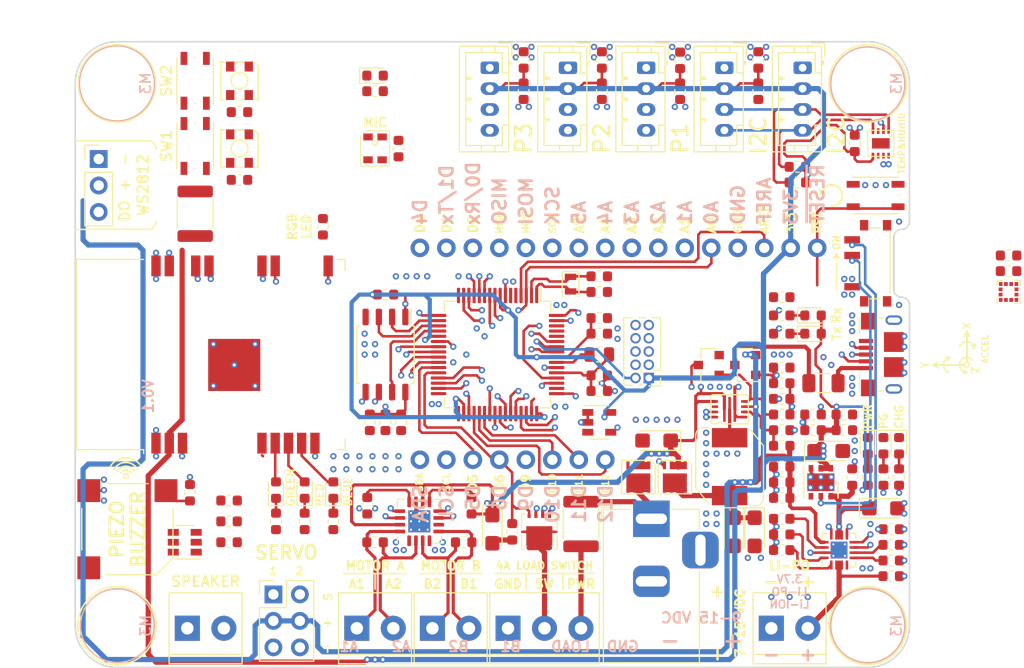
<source format=kicad_pcb>
(kicad_pcb (version 20171130) (host pcbnew 5.1.5-1.fc31)
  (layers (0 F.Cu mixed) (1 In1.Cu signal) (2 In2.Cu signal) (31 B.Cu mixed) (34 B.Paste user) (35 F.Paste user) (36 B.SilkS user hide) (37 F.SilkS user) (38 B.Mask user) (39 F.Mask user) (44 Edge.Cuts user))
  (net 0 "")
  (net 1 GND)
  (net 2 +3V3)
  (net 3 VDD-CORE)
  (net 4 XTAL2)
  (net 5 XTAL1)
  (net 6 +5V)
  (net 7 VIN)
  (net 8 CHG_OUT)
  (net 9 "Net-(C20-Pad1)")
  (net 10 "Net-(C24-Pad2)")
  (net 11 "Net-(C24-Pad1)")
  (net 12 "Net-(C25-Pad1)")
  (net 13 "Net-(C25-Pad2)")
  (net 14 +BATT)
  (net 15 "Net-(C27-Pad1)")
  (net 16 "Net-(D1-Pad2)")
  (net 17 "Net-(D2-Pad2)")
  (net 18 "Net-(D4-Pad1)")
  (net 19 "Net-(D5-Pad1)")
  (net 20 "Net-(D6-Pad2)")
  (net 21 WS2812_INT)
  (net 22 WS2812_EXT)
  (net 23 Adf_D12)
  (net 24 Adf_D11)
  (net 25 Adf_D10)
  (net 26 Adf_D9)
  (net 27 Adf_D6)
  (net 28 Adf_D5)
  (net 29 I2C_SCL)
  (net 30 I2C_SDA)
  (net 31 Adf_A0_DAC0)
  (net 32 Adf_A1_DAC1)
  (net 33 Adf_A2)
  (net 34 Adf_A3)
  (net 35 Adf_A4)
  (net 36 Adf_A5)
  (net 37 SPI_SCK)
  (net 38 SPI_MOSI)
  (net 39 SPI_MISO)
  (net 40 D0_RxD0)
  (net 41 D1_TxD0)
  (net 42 Adf_D4)
  (net 43 AREF)
  (net 44 ~RESET)
  (net 45 "Net-(J5-Pad2)")
  (net 46 "Net-(J5-Pad1)")
  (net 47 Adf_D7)
  (net 48 SWDIO)
  (net 49 SWCLK)
  (net 50 SWO)
  (net 51 VSW)
  (net 52 "Net-(L3-Pad1)")
  (net 53 "Net-(Q1-Pad1)")
  (net 54 VBUS)
  (net 55 USB_PWR_SEL)
  (net 56 "Net-(R6-Pad2)")
  (net 57 PG_5V)
  (net 58 QSPI_CS)
  (net 59 3v3_EN)
  (net 60 SAM_TxLED)
  (net 61 SAM_RxLED)
  (net 62 GREEN_LED)
  (net 63 RED_LED)
  (net 64 BLUE_LED)
  (net 65 QSPI_IO0)
  (net 66 QSPI_IO1)
  (net 67 QSPI_IO2)
  (net 68 QSPI_IO3)
  (net 69 QSPI_SCK)
  (net 70 USB_DM)
  (net 71 USB_DP)
  (net 72 "Net-(BZ1-Pad1)")
  (net 73 USB_ID)
  (net 74 "Net-(D9-Pad1)")
  (net 75 "Net-(D10-Pad1)")
  (net 76 "Net-(D11-Pad1)")
  (net 77 "Net-(C14-Pad1)")
  (net 78 "Net-(J4-Pad2)")
  (net 79 "Net-(R2-Pad1)")
  (net 80 ILIM)
  (net 81 ISET)
  (net 82 TMR)
  (net 83 TS)
  (net 84 EN1)
  (net 85 ~PGOOD)
  (net 86 EN2)
  (net 87 ~CHG)
  (net 88 ESP_CS-D8)
  (net 89 ESP_IO0-D3)
  (net 90 ESP_BUSY-D13)
  (net 91 ESP_RESET-D2)
  (net 92 "Net-(D3-Pad2)")
  (net 93 "Net-(F1-Pad2)")
  (net 94 "Net-(F2-Pad2)")
  (net 95 VIN_RAW)
  (net 96 "Net-(F3-Pad2)")
  (net 97 "Net-(Q3-Pad3)")
  (module GiraffeTech-IR:PQFN_3x3mm_IRFHM9331TRPbF (layer F.Cu) (at 182.5 114.25 270)
    (fp_text reference U12 hide)
    (fp_text value IRFHM9331PbF)
    (pad 4 smd rect (at -1.125 1 270) (size 0.75 0.3) (layers F.Cu F.Paste F.Mask) (net 97 "Net-(Q3-Pad3)"))
    (pad 3 smd rect (at -1.3 0.334 270) (size 0.4 0.3) (layers F.Cu F.Paste F.Mask) (net 7 VIN))
    (pad 2 smd rect (at -1.3 -0.334 270) (size 0.4 0.3) (layers F.Cu F.Paste F.Mask) (net 7 VIN))
    (pad 1 smd rect (at -1.3 -1 270) (size 0.4 0.3) (layers F.Cu F.Paste F.Mask) (net 7 VIN))
    (pad 8 smd rect (at 1.3 -1 270) (size 0.4 0.3) (layers F.Cu F.Paste F.Mask) (net 6 +5V))
    (pad 7 smd rect (at 1.3 -0.334 270) (size 0.4 0.3) (layers F.Cu F.Paste F.Mask) (net 6 +5V))
    (pad 6 smd rect (at 1.3 0.334 270) (size 0.4 0.3) (layers F.Cu F.Paste F.Mask) (net 6 +5V))
    (pad 5 smd rect (at 1.3 1 270) (size 0.4 0.3) (layers F.Cu F.Paste F.Mask) (net 6 +5V))
    (pad 1 smd rect (at -0.95 -0.333 270) (size 0.4 1.634) (layers F.Cu F.Paste F.Mask) (net 7 VIN))
    (pad 5 smd rect (at 0.4 0 270) (size 1.5 2.3) (layers F.Cu F.Paste F.Mask) (net 6 +5V))
  )
  (module GiraffeTech-Connector:Adafruit-Feather_WoMountPoint_TypeB (layer F.Cu) (at 202.5 91 180)
    (fp_text reference J3 hide)
    (fp_text value Adafruit_Feather_CONN hide)
    (pad 1 thru_hole circle (at 6.35 -1.27 180) (size 1.778 1.778) (drill 1) (layers *.Cu *.Mask) (net 44 ~RESET))
    (pad 2 thru_hole circle (at 8.89 -1.27 180) (size 1.778 1.778) (drill 1) (layers *.Cu *.Mask) (net 2 +3V3))
    (pad 3 thru_hole circle (at 11.43 -1.27 180) (size 1.778 1.778) (drill 1) (layers *.Cu *.Mask) (net 43 AREF))
    (pad 4 thru_hole circle (at 13.97 -1.27 180) (size 1.778 1.778) (drill 1) (layers *.Cu *.Mask) (net 1 GND))
    (pad 16 thru_hole circle (at 44.45 -1.27 180) (size 1.778 1.778) (drill 1) (layers *.Cu *.Mask) (net 42 Adf_D4))
    (pad 15 thru_hole circle (at 41.91 -1.27 180) (size 1.778 1.778) (drill 1) (layers *.Cu *.Mask) (net 41 D1_TxD0))
    (pad 14 thru_hole circle (at 39.37 -1.27 180) (size 1.778 1.778) (drill 1) (layers *.Cu *.Mask) (net 40 D0_RxD0))
    (pad 13 thru_hole circle (at 36.83 -1.27 180) (size 1.778 1.778) (drill 1) (layers *.Cu *.Mask) (net 39 SPI_MISO))
    (pad 12 thru_hole circle (at 34.29 -1.27 180) (size 1.778 1.778) (drill 1) (layers *.Cu *.Mask) (net 38 SPI_MOSI))
    (pad 11 thru_hole circle (at 31.75 -1.27 180) (size 1.778 1.778) (drill 1) (layers *.Cu *.Mask) (net 37 SPI_SCK))
    (pad 10 thru_hole circle (at 29.21 -1.27 180) (size 1.778 1.778) (drill 1) (layers *.Cu *.Mask) (net 36 Adf_A5))
    (pad 9 thru_hole circle (at 26.67 -1.27 180) (size 1.778 1.778) (drill 1) (layers *.Cu *.Mask) (net 35 Adf_A4))
    (pad 8 thru_hole circle (at 24.13 -1.27 180) (size 1.778 1.778) (drill 1) (layers *.Cu *.Mask) (net 34 Adf_A3))
    (pad 7 thru_hole circle (at 21.59 -1.27 180) (size 1.778 1.778) (drill 1) (layers *.Cu *.Mask) (net 33 Adf_A2))
    (pad 6 thru_hole circle (at 19.05 -1.27 180) (size 1.778 1.778) (drill 1) (layers *.Cu *.Mask) (net 32 Adf_A1_DAC1))
    (pad 5 thru_hole circle (at 16.51 -1.27 180) (size 1.778 1.778) (drill 1) (layers *.Cu *.Mask) (net 31 Adf_A0_DAC0))
    (pad 17 thru_hole circle (at 44.45 -21.59 180) (size 1.778 1.778) (drill 1) (layers *.Cu *.Mask) (net 30 I2C_SDA))
    (pad 18 thru_hole circle (at 41.91 -21.59 180) (size 1.778 1.778) (drill 1) (layers *.Cu *.Mask) (net 29 I2C_SCL))
    (pad 19 thru_hole circle (at 39.37 -21.59 180) (size 1.778 1.778) (drill 1) (layers *.Cu *.Mask) (net 28 Adf_D5))
    (pad 20 thru_hole circle (at 36.83 -21.59 180) (size 1.778 1.778) (drill 1) (layers *.Cu *.Mask) (net 27 Adf_D6))
    (pad 21 thru_hole circle (at 34.29 -21.59 180) (size 1.778 1.778) (drill 1) (layers *.Cu *.Mask) (net 26 Adf_D9))
    (pad 22 thru_hole circle (at 31.75 -21.59 180) (size 1.778 1.778) (drill 1) (layers *.Cu *.Mask) (net 25 Adf_D10))
    (pad 23 thru_hole circle (at 29.21 -21.59 180) (size 1.778 1.778) (drill 1) (layers *.Cu *.Mask) (net 24 Adf_D11))
    (pad 24 thru_hole circle (at 26.67 -21.59 180) (size 1.778 1.778) (drill 1) (layers *.Cu *.Mask) (net 23 Adf_D12))
  )
  (module Resistor_SMD:R_0603_1608Metric (layer F.Cu) (at 203.25 119.25)
    (fp_text reference R11 hide)
    (fp_text value 780)
    (pad 2 smd roundrect (at 0.7875 0) (size 0.875 0.95) (layers F.Cu F.Paste F.Mask) (net 1 GND))
    (pad 1 smd roundrect (at -0.7875 0) (size 0.875 0.95) (layers F.Cu F.Paste F.Mask) (net 80 ILIM))
  )
  (module GiraffeTech-Texas:VQFN-HR-11 (layer F.Cu) (at 187.75 107.75 90)
    (fp_text reference U4 hide)
    (fp_text value TPS62135)
    (pad 4 smd roundrect (at -0.75 1.4 270) (size 0.25 0.6) (layers F.Cu F.Paste F.Mask) (net 1 GND))
    (pad 5 smd roundrect (at -0.25 1.4 270) (size 0.25 0.6) (layers F.Cu F.Paste F.Mask) (net 56 "Net-(R6-Pad2)"))
    (pad 6 smd roundrect (at 0.25 1.4 270) (size 0.25 0.6) (layers F.Cu F.Paste F.Mask) (net 6 +5V))
    (pad 11 smd roundrect (at -0.75 -1.4 270) (size 0.25 0.6) (layers F.Cu F.Paste F.Mask) (net 1 GND))
    (pad 10 smd roundrect (at -0.25 -1.4 270) (size 0.25 0.6) (layers F.Cu F.Paste F.Mask) (net 1 GND))
    (pad 9 smd roundrect (at 0.25 -1.4 270) (size 0.25 0.6) (layers F.Cu F.Paste F.Mask))
    (pad 8 smd roundrect (at 0.75 -1.4 270) (size 0.25 0.6) (layers F.Cu F.Paste F.Mask) (net 7 VIN))
    (pad 7 smd roundrect (at 0.75 1.4 270) (size 0.25 0.6) (layers F.Cu F.Paste F.Mask) (net 57 PG_5V))
    (pad 1 smd roundrect (at 0 -0.5 90) (size 2.4 0.25) (layers F.Cu F.Paste F.Mask) (net 7 VIN))
    (pad 3 smd roundrect (at 0 0.5 90) (size 2.4 0.25) (layers F.Cu F.Paste F.Mask) (net 1 GND))
    (pad 2 smd roundrect (at 0 0 90) (size 2.4 0.25) (layers F.Cu F.Paste F.Mask) (net 52 "Net-(L3-Pad1)"))
  )
  (module Capacitor_SMD:C_0603_1608Metric (layer F.Cu) (at 198.75 109.75 180)
    (fp_text reference C1 hide)
    (fp_text value 0.1uF)
    (pad 2 smd roundrect (at 0.7875 0 180) (size 0.875 0.95) (layers F.Cu F.Paste F.Mask) (net 2 +3V3))
    (pad 1 smd roundrect (at -0.7875 0 180) (size 0.875 0.95) (layers F.Cu F.Paste F.Mask) (net 1 GND))
  )
  (module Capacitor_SMD:C_0603_1608Metric (layer F.Cu) (at 198.75 108.25 180)
    (fp_text reference C2 hide)
    (fp_text value 1uF)
    (pad 2 smd roundrect (at 0.7875 0 180) (size 0.875 0.95) (layers F.Cu F.Paste F.Mask) (net 2 +3V3))
    (pad 1 smd roundrect (at -0.7875 0 180) (size 0.875 0.95) (layers F.Cu F.Paste F.Mask) (net 1 GND))
  )
  (module Capacitor_SMD:C_0603_1608Metric (layer F.Cu) (at 175.25 106 180)
    (fp_text reference C3 hide)
    (fp_text value 0.1uF)
    (pad 2 smd roundrect (at 0.7875 0 180) (size 0.875 0.95) (layers F.Cu F.Paste F.Mask) (net 3 VDD-CORE))
    (pad 1 smd roundrect (at -0.7875 0 180) (size 0.875 0.95) (layers F.Cu F.Paste F.Mask) (net 1 GND))
  )
  (module Capacitor_SMD:C_0603_1608Metric (layer F.Cu) (at 175.25 104.5 180)
    (fp_text reference C4 hide)
    (fp_text value 1uF)
    (pad 2 smd roundrect (at 0.7875 0 180) (size 0.875 0.95) (layers F.Cu F.Paste F.Mask) (net 3 VDD-CORE))
    (pad 1 smd roundrect (at -0.7875 0 180) (size 0.875 0.95) (layers F.Cu F.Paste F.Mask) (net 1 GND))
  )
  (module Capacitor_SMD:C_0603_1608Metric (layer F.Cu) (at 175.25 100.5 180)
    (fp_text reference C5 hide)
    (fp_text value 0.1uF)
    (pad 2 smd roundrect (at 0.7875 0 180) (size 0.875 0.95) (layers F.Cu F.Paste F.Mask) (net 2 +3V3))
    (pad 1 smd roundrect (at -0.7875 0 180) (size 0.875 0.95) (layers F.Cu F.Paste F.Mask) (net 1 GND))
  )
  (module Capacitor_SMD:C_0603_1608Metric (layer F.Cu) (at 175.25 99 180)
    (fp_text reference C6 hide)
    (fp_text value 1uF)
    (pad 2 smd roundrect (at 0.7875 0 180) (size 0.875 0.95) (layers F.Cu F.Paste F.Mask) (net 2 +3V3))
    (pad 1 smd roundrect (at -0.7875 0 180) (size 0.875 0.95) (layers F.Cu F.Paste F.Mask) (net 1 GND))
  )
  (module Capacitor_SMD:C_0603_1608Metric (layer F.Cu) (at 175.25 95)
    (fp_text reference C7 hide)
    (fp_text value 22nF)
    (pad 2 smd roundrect (at 0.7875 0) (size 0.875 0.95) (layers F.Cu F.Paste F.Mask) (net 1 GND))
    (pad 1 smd roundrect (at -0.7875 0) (size 0.875 0.95) (layers F.Cu F.Paste F.Mask) (net 4 XTAL2))
  )
  (module Capacitor_SMD:C_0603_1608Metric (layer F.Cu) (at 175.25 96.5)
    (fp_text reference C8 hide)
    (fp_text value 22nF)
    (pad 2 smd roundrect (at 0.7875 0) (size 0.875 0.95) (layers F.Cu F.Paste F.Mask) (net 1 GND))
    (pad 1 smd roundrect (at -0.7875 0) (size 0.875 0.95) (layers F.Cu F.Paste F.Mask) (net 5 XTAL1))
  )
  (module Capacitor_SMD:C_0603_1608Metric (layer F.Cu) (at 192.75 116.25 180)
    (fp_text reference C9 hide)
    (fp_text value 4.7uF)
    (pad 2 smd roundrect (at 0.7875 0 180) (size 0.875 0.95) (layers F.Cu F.Paste F.Mask) (net 1 GND))
    (pad 1 smd roundrect (at -0.7875 0 180) (size 0.875 0.95) (layers F.Cu F.Paste F.Mask) (net 6 +5V))
  )
  (module Capacitor_SMD:C_0603_1608Metric (layer F.Cu) (at 153.25 109 270)
    (fp_text reference C10 hide)
    (fp_text value 4.7uF)
    (pad 2 smd roundrect (at 0.7875 0 270) (size 0.875 0.95) (layers F.Cu F.Paste F.Mask) (net 1 GND))
    (pad 1 smd roundrect (at -0.7875 0 270) (size 0.875 0.95) (layers F.Cu F.Paste F.Mask) (net 2 +3V3))
  )
  (module Capacitor_Tantalum_SMD:CP_EIA-3216-12_Kemet-S (layer F.Cu) (at 165 119.25 270)
    (fp_text reference C11 hide)
    (fp_text value 10uF)
    (pad 2 smd roundrect (at 1.35 0 270) (size 1.4 1.35) (layers F.Cu F.Paste F.Mask) (roundrect_rratio 0.185185) (net 1 GND))
    (pad 1 smd roundrect (at -1.35 0 270) (size 1.4 1.35) (layers F.Cu F.Paste F.Mask) (roundrect_rratio 0.185185) (net 7 VIN))
  )
  (module Capacitor_SMD:C_0603_1608Metric (layer F.Cu) (at 192.75 114.75 180)
    (fp_text reference C12 hide)
    (fp_text value 0.1uF)
    (pad 2 smd roundrect (at 0.7875 0 180) (size 0.875 0.95) (layers F.Cu F.Paste F.Mask) (net 1 GND))
    (pad 1 smd roundrect (at -0.7875 0 180) (size 0.875 0.95) (layers F.Cu F.Paste F.Mask) (net 6 +5V))
  )
  (module Capacitor_SMD:C_0603_1608Metric (layer F.Cu) (at 154.75 109 270)
    (fp_text reference C13 hide)
    (fp_text value 0.1uF)
    (pad 2 smd roundrect (at 0.7875 0 270) (size 0.875 0.95) (layers F.Cu F.Paste F.Mask) (net 1 GND))
    (pad 1 smd roundrect (at -0.7875 0 270) (size 0.875 0.95) (layers F.Cu F.Paste F.Mask) (net 2 +3V3))
  )
  (module Capacitor_SMD:C_0603_1608Metric (layer F.Cu) (at 192.75 113.25 180)
    (fp_text reference C15 hide)
    (fp_text value 1uF)
    (pad 2 smd roundrect (at 0.7875 0 180) (size 0.875 0.95) (layers F.Cu F.Paste F.Mask) (net 1 GND))
    (pad 1 smd roundrect (at -0.7875 0 180) (size 0.875 0.95) (layers F.Cu F.Paste F.Mask) (net 6 +5V))
  )
  (module Capacitor_SMD:C_0603_1608Metric (layer F.Cu) (at 156.25 109 270)
    (fp_text reference C16 hide)
    (fp_text value 1uF)
    (pad 2 smd roundrect (at 0.7875 0 270) (size 0.875 0.95) (layers F.Cu F.Paste F.Mask) (net 1 GND))
    (pad 1 smd roundrect (at -0.7875 0 270) (size 0.875 0.95) (layers F.Cu F.Paste F.Mask) (net 2 +3V3))
  )
  (module Capacitor_Tantalum_SMD:CP_EIA-3216-12_Kemet-S (layer F.Cu) (at 190.15 119.5 270)
    (fp_text reference C17 hide)
    (fp_text value 10uF)
    (pad 2 smd roundrect (at 1.35 0 270) (size 1.4 1.35) (layers F.Cu F.Paste F.Mask) (roundrect_rratio 0.185185) (net 1 GND))
    (pad 1 smd roundrect (at -1.35 0 270) (size 1.4 1.35) (layers F.Cu F.Paste F.Mask) (roundrect_rratio 0.185185) (net 6 +5V))
  )
  (module Capacitor_Tantalum_SMD:CP_EIA-3216-12_Kemet-S (layer F.Cu) (at 180.75 110.75 180)
    (fp_text reference C18 hide)
    (fp_text value 10uF)
    (pad 1 smd roundrect (at -1.35 0 180) (size 1.4 1.35) (layers F.Cu F.Paste F.Mask) (roundrect_rratio 0.185185) (net 7 VIN))
    (pad 2 smd roundrect (at 1.35 0 180) (size 1.4 1.35) (layers F.Cu F.Paste F.Mask) (roundrect_rratio 0.185185) (net 1 GND))
  )
  (module Capacitor_SMD:C_0603_1608Metric (layer F.Cu) (at 156 82.75 270)
    (fp_text reference C19 hide)
    (fp_text value 0.1uF)
    (pad 2 smd roundrect (at 0.7875 0 270) (size 0.875 0.95) (layers F.Cu F.Paste F.Mask) (net 1 GND))
    (pad 1 smd roundrect (at -0.7875 0 270) (size 0.875 0.95) (layers F.Cu F.Paste F.Mask) (net 2 +3V3))
  )
  (module Capacitor_SMD:C_0603_1608Metric (layer F.Cu) (at 163 117 270)
    (fp_text reference C20 hide)
    (fp_text value "0.1uF 16V")
    (pad 2 smd roundrect (at 0.7875 0 270) (size 0.875 0.95) (layers F.Cu F.Paste F.Mask) (net 7 VIN))
    (pad 1 smd roundrect (at -0.7875 0 270) (size 0.875 0.95) (layers F.Cu F.Paste F.Mask) (net 9 "Net-(C20-Pad1)"))
  )
  (module Capacitor_SMD:C_0603_1608Metric (layer F.Cu) (at 199.5 114.25 90)
    (fp_text reference C21 hide)
    (fp_text value 4.7uF)
    (pad 2 smd roundrect (at 0.7875 0 90) (size 0.875 0.95) (layers F.Cu F.Paste F.Mask) (net 1 GND))
    (pad 1 smd roundrect (at -0.7875 0 90) (size 0.875 0.95) (layers F.Cu F.Paste F.Mask) (net 8 CHG_OUT))
  )
  (module Capacitor_SMD:C_0603_1608Metric (layer F.Cu) (at 199.75 82.25 90)
    (fp_text reference C22 hide)
    (fp_text value 0.1uF)
    (pad 2 smd roundrect (at 0.7875 0 90) (size 0.875 0.95) (layers F.Cu F.Paste F.Mask) (net 1 GND))
    (pad 1 smd roundrect (at -0.7875 0 90) (size 0.875 0.95) (layers F.Cu F.Paste F.Mask) (net 2 +3V3))
  )
  (module Capacitor_Tantalum_SMD:CP_EIA-3216-12_Kemet-S (layer F.Cu) (at 202.5 117.25)
    (fp_text reference C23 hide)
    (fp_text value 10uF)
    (pad 2 smd roundrect (at 1.35 0) (size 1.4 1.35) (layers F.Cu F.Paste F.Mask) (roundrect_rratio 0.185185) (net 1 GND))
    (pad 1 smd roundrect (at -1.35 0) (size 1.4 1.35) (layers F.Cu F.Paste F.Mask) (roundrect_rratio 0.185185) (net 8 CHG_OUT))
  )
  (module Capacitor_SMD:C_0603_1608Metric (layer F.Cu) (at 153.75 120.5 180)
    (fp_text reference C24 hide)
    (fp_text value "0.1uF 16V")
    (pad 2 smd roundrect (at 0.7875 0 180) (size 0.875 0.95) (layers F.Cu F.Paste F.Mask) (net 10 "Net-(C24-Pad2)"))
    (pad 1 smd roundrect (at -0.7875 0 180) (size 0.875 0.95) (layers F.Cu F.Paste F.Mask) (net 11 "Net-(C24-Pad1)"))
  )
  (module Capacitor_SMD:C_0603_1608Metric (layer F.Cu) (at 162.25 120.5 180)
    (fp_text reference C25 hide)
    (fp_text value "0.1uF 16V")
    (pad 2 smd roundrect (at 0.7875 0 180) (size 0.875 0.95) (layers F.Cu F.Paste F.Mask) (net 13 "Net-(C25-Pad2)"))
    (pad 1 smd roundrect (at -0.7875 0 180) (size 0.875 0.95) (layers F.Cu F.Paste F.Mask) (net 12 "Net-(C25-Pad1)"))
  )
  (module Capacitor_SMD:C_0603_1608Metric (layer F.Cu) (at 153 117 270)
    (fp_text reference C27 hide)
    (fp_text value "2.2uF 6.3V")
    (pad 2 smd roundrect (at 0.7875 0 270) (size 0.875 0.95) (layers F.Cu F.Paste F.Mask) (net 1 GND))
    (pad 1 smd roundrect (at -0.7875 0 270) (size 0.875 0.95) (layers F.Cu F.Paste F.Mask) (net 15 "Net-(C27-Pad1)"))
  )
  (module Capacitor_SMD:C_0603_1608Metric (layer F.Cu) (at 214.5 94.5)
    (fp_text reference C30 hide)
    (fp_text value 0.1uF)
    (pad 2 smd roundrect (at 0.7875 0) (size 0.875 0.95) (layers F.Cu F.Paste F.Mask) (net 1 GND))
    (pad 1 smd roundrect (at -0.7875 0) (size 0.875 0.95) (layers F.Cu F.Paste F.Mask) (net 2 +3V3))
  )
  (module Capacitor_SMD:C_0603_1608Metric (layer F.Cu) (at 214.5 93)
    (fp_text reference C31 hide)
    (fp_text value 0.1uF)
    (pad 2 smd roundrect (at 0.7875 0) (size 0.875 0.95) (layers F.Cu F.Paste F.Mask) (net 1 GND))
    (pad 1 smd roundrect (at -0.7875 0) (size 0.875 0.95) (layers F.Cu F.Paste F.Mask) (net 2 +3V3))
  )
  (module Capacitor_SMD:C_0603_1608Metric (layer F.Cu) (at 168 74.25 90)
    (fp_text reference C34 hide)
    (fp_text value 0.1uF)
    (pad 2 smd roundrect (at 0.7875 0 90) (size 0.875 0.95) (layers F.Cu F.Paste F.Mask) (net 1 GND))
    (pad 1 smd roundrect (at -0.7875 0 90) (size 0.875 0.95) (layers F.Cu F.Paste F.Mask) (net 2 +3V3))
  )
  (module Capacitor_SMD:C_0603_1608Metric (layer F.Cu) (at 175.5 77.25 270)
    (fp_text reference C35 hide)
    (fp_text value 0.1uF)
    (pad 2 smd roundrect (at 0.7875 0 270) (size 0.875 0.95) (layers F.Cu F.Paste F.Mask) (net 1 GND))
    (pad 1 smd roundrect (at -0.7875 0 270) (size 0.875 0.95) (layers F.Cu F.Paste F.Mask) (net 2 +3V3))
  )
  (module Capacitor_SMD:C_0603_1608Metric (layer F.Cu) (at 183 77.25 270)
    (fp_text reference C36 hide)
    (fp_text value 0.1uF)
    (pad 2 smd roundrect (at 0.7875 0 270) (size 0.875 0.95) (layers F.Cu F.Paste F.Mask) (net 1 GND))
    (pad 1 smd roundrect (at -0.7875 0 270) (size 0.875 0.95) (layers F.Cu F.Paste F.Mask) (net 2 +3V3))
  )
  (module Capacitor_SMD:C_0603_1608Metric (layer F.Cu) (at 190.5 77.25 270)
    (fp_text reference C37 hide)
    (fp_text value 0.1uF)
    (pad 2 smd roundrect (at 0.7875 0 270) (size 0.875 0.95) (layers F.Cu F.Paste F.Mask) (net 1 GND))
    (pad 1 smd roundrect (at -0.7875 0 270) (size 0.875 0.95) (layers F.Cu F.Paste F.Mask) (net 2 +3V3))
  )
  (module Capacitor_SMD:C_0603_1608Metric (layer F.Cu) (at 168 77.25 270)
    (fp_text reference C38 hide)
    (fp_text value 1uF)
    (pad 2 smd roundrect (at 0.7875 0 270) (size 0.875 0.95) (layers F.Cu F.Paste F.Mask) (net 1 GND))
    (pad 1 smd roundrect (at -0.7875 0 270) (size 0.875 0.95) (layers F.Cu F.Paste F.Mask) (net 2 +3V3))
  )
  (module Capacitor_SMD:C_0603_1608Metric (layer F.Cu) (at 175.5 74.25 90)
    (fp_text reference C39 hide)
    (fp_text value 1uF)
    (pad 2 smd roundrect (at 0.7875 0 90) (size 0.875 0.95) (layers F.Cu F.Paste F.Mask) (net 1 GND))
    (pad 1 smd roundrect (at -0.7875 0 90) (size 0.875 0.95) (layers F.Cu F.Paste F.Mask) (net 2 +3V3))
  )
  (module Capacitor_SMD:C_0603_1608Metric (layer F.Cu) (at 183 74.2875 90)
    (fp_text reference C40 hide)
    (fp_text value 1uF)
    (pad 2 smd roundrect (at 0.7875 0 90) (size 0.875 0.95) (layers F.Cu F.Paste F.Mask) (net 1 GND))
    (pad 1 smd roundrect (at -0.7875 0 90) (size 0.875 0.95) (layers F.Cu F.Paste F.Mask) (net 2 +3V3))
  )
  (module Capacitor_SMD:C_0603_1608Metric (layer F.Cu) (at 190.5 74.25 90)
    (fp_text reference C41 hide)
    (fp_text value 1uF)
    (pad 2 smd roundrect (at 0.7875 0 90) (size 0.875 0.95) (layers F.Cu F.Paste F.Mask) (net 1 GND))
    (pad 1 smd roundrect (at -0.7875 0 90) (size 0.875 0.95) (layers F.Cu F.Paste F.Mask) (net 2 +3V3))
  )
  (module LED_SMD:LED_0603_1608Metric (layer F.Cu) (at 202.5 111.25 270)
    (fp_text reference D1 hide)
    (fp_text value LED)
    (pad 2 smd roundrect (at 0.7875 0 270) (size 0.875 0.95) (layers F.Cu F.Paste F.Mask) (net 16 "Net-(D1-Pad2)"))
    (pad 1 smd roundrect (at -0.7875 0 270) (size 0.875 0.95) (layers F.Cu F.Paste F.Mask) (net 1 GND))
  )
  (module LED_SMD:LED_0603_1608Metric (layer F.Cu) (at 204 111.25 270)
    (fp_text reference D2 hide)
    (fp_text value LED)
    (pad 2 smd roundrect (at 0.7875 0 270) (size 0.875 0.95) (layers F.Cu F.Paste F.Mask) (net 17 "Net-(D2-Pad2)"))
    (pad 1 smd roundrect (at -0.7875 0 270) (size 0.875 0.95) (layers F.Cu F.Paste F.Mask) (net 1 GND))
  )
  (module LED_SMD:LED_0603_1608Metric (layer F.Cu) (at 195.75 100.5)
    (fp_text reference D4 hide)
    (fp_text value LED)
    (pad 2 smd roundrect (at 0.7875 0) (size 0.875 0.95) (layers F.Cu F.Paste F.Mask) (net 2 +3V3))
    (pad 1 smd roundrect (at -0.7875 0) (size 0.875 0.95) (layers F.Cu F.Paste F.Mask) (net 18 "Net-(D4-Pad1)"))
  )
  (module LED_SMD:LED_0603_1608Metric (layer F.Cu) (at 195.75 98.75)
    (fp_text reference D5 hide)
    (fp_text value LED)
    (pad 2 smd roundrect (at 0.7875 0) (size 0.875 0.95) (layers F.Cu F.Paste F.Mask) (net 2 +3V3))
    (pad 1 smd roundrect (at -0.7875 0) (size 0.875 0.95) (layers F.Cu F.Paste F.Mask) (net 19 "Net-(D5-Pad1)"))
  )
  (module GiraffeTech-LED:WS2812B_MINI (layer F.Cu) (at 140.75 82.75 90)
    (fp_text reference D6 hide)
    (fp_text value WS2812B)
    (pad 2 smd rect (at -1.365 0.89 90) (size 0.95 0.8) (layers F.Cu F.Paste F.Mask) (net 20 "Net-(D6-Pad2)"))
    (pad 1 smd rect (at -1.365 -0.89 90) (size 0.95 0.8) (layers F.Cu F.Paste F.Mask) (net 2 +3V3))
    (pad 3 smd rect (at 1.365 0.89 90) (size 0.95 0.8) (layers F.Cu F.Paste F.Mask) (net 1 GND))
    (pad 4 smd rect (at 1.365 -0.89 90) (size 0.95 0.8) (layers F.Cu F.Paste F.Mask) (net 21 WS2812_INT))
  )
  (module GiraffeTech-LED:WS2812B_MINI (layer F.Cu) (at 140.75 76.25 90)
    (fp_text reference D7 hide)
    (fp_text value WS2812B)
    (pad 2 smd rect (at -1.365 0.89 90) (size 0.95 0.8) (layers F.Cu F.Paste F.Mask) (net 22 WS2812_EXT))
    (pad 1 smd rect (at -1.365 -0.89 90) (size 0.95 0.8) (layers F.Cu F.Paste F.Mask) (net 2 +3V3))
    (pad 3 smd rect (at 1.365 0.89 90) (size 0.95 0.8) (layers F.Cu F.Paste F.Mask) (net 1 GND))
    (pad 4 smd rect (at 1.365 -0.89 90) (size 0.95 0.8) (layers F.Cu F.Paste F.Mask) (net 20 "Net-(D6-Pad2)"))
  )
  (module Connector_PinHeader_2.54mm:PinHeader_2x03_P2.54mm_Vertical (layer F.Cu) (at 144 125.5)
    (fp_text reference J7 hide)
    (fp_text value SERVO_CONN)
    (pad 6 thru_hole oval (at 2.54 5.08) (size 1.7 1.7) (drill 1) (layers *.Cu *.Mask) (net 1 GND))
    (pad 5 thru_hole oval (at 0 5.08) (size 1.7 1.7) (drill 1) (layers *.Cu *.Mask) (net 1 GND))
    (pad 4 thru_hole oval (at 2.54 2.54) (size 1.7 1.7) (drill 1) (layers *.Cu *.Mask) (net 6 +5V))
    (pad 3 thru_hole oval (at 0 2.54) (size 1.7 1.7) (drill 1) (layers *.Cu *.Mask) (net 6 +5V))
    (pad 2 thru_hole oval (at 2.54 0) (size 1.7 1.7) (drill 1) (layers *.Cu *.Mask) (net 47 Adf_D7))
    (pad 1 thru_hole rect (at 0 0) (size 1.7 1.7) (drill 1) (layers *.Cu *.Mask) (net 42 Adf_D4))
  )
  (module Connector_JST:JST_PH_B4B-PH-K_1x04_P2.00mm_Vertical (layer F.Cu) (at 164.75 75 270)
    (fp_text reference J8 hide)
    (fp_text value P3_CONN)
    (pad 4 thru_hole oval (at 6 0 270) (size 1.2 1.75) (drill 0.75) (layers *.Cu *.Mask) (net 34 Adf_A3))
    (pad 3 thru_hole oval (at 4 0 270) (size 1.2 1.75) (drill 0.75) (layers *.Cu *.Mask))
    (pad 2 thru_hole oval (at 2 0 270) (size 1.2 1.75) (drill 0.75) (layers *.Cu *.Mask) (net 2 +3V3))
    (pad 1 thru_hole roundrect (at 0 0 270) (size 1.2 1.75) (drill 0.75) (layers *.Cu *.Mask) (roundrect_rratio 0.208333) (net 1 GND))
  )
  (module Connector_JST:JST_PH_B4B-PH-K_1x04_P2.00mm_Vertical (layer F.Cu) (at 172.25 75 270)
    (fp_text reference J9 hide)
    (fp_text value P2_CONN)
    (pad 4 thru_hole oval (at 6 0 270) (size 1.2 1.75) (drill 0.75) (layers *.Cu *.Mask) (net 33 Adf_A2))
    (pad 3 thru_hole oval (at 4 0 270) (size 1.2 1.75) (drill 0.75) (layers *.Cu *.Mask) (net 41 D1_TxD0))
    (pad 2 thru_hole oval (at 2 0 270) (size 1.2 1.75) (drill 0.75) (layers *.Cu *.Mask) (net 2 +3V3))
    (pad 1 thru_hole roundrect (at 0 0 270) (size 1.2 1.75) (drill 0.75) (layers *.Cu *.Mask) (roundrect_rratio 0.208333) (net 1 GND))
  )
  (module Connector_JST:JST_PH_B4B-PH-K_1x04_P2.00mm_Vertical (layer F.Cu) (at 179.75 75 270)
    (fp_text reference J10 hide)
    (fp_text value P1_CONN)
    (pad 4 thru_hole oval (at 6 0 270) (size 1.2 1.75) (drill 0.75) (layers *.Cu *.Mask) (net 32 Adf_A1_DAC1))
    (pad 3 thru_hole oval (at 4 0 270) (size 1.2 1.75) (drill 0.75) (layers *.Cu *.Mask) (net 40 D0_RxD0))
    (pad 2 thru_hole oval (at 2 0 270) (size 1.2 1.75) (drill 0.75) (layers *.Cu *.Mask) (net 2 +3V3))
    (pad 1 thru_hole roundrect (at 0 0 270) (size 1.2 1.75) (drill 0.75) (layers *.Cu *.Mask) (roundrect_rratio 0.208333) (net 1 GND))
  )
  (module Connector_JST:JST_PH_B4B-PH-K_1x04_P2.00mm_Vertical (layer F.Cu) (at 187.25 75 270)
    (fp_text reference J11 hide)
    (fp_text value I2C_CONN)
    (pad 4 thru_hole oval (at 6 0 270) (size 1.2 1.75) (drill 0.75) (layers *.Cu *.Mask) (net 29 I2C_SCL))
    (pad 3 thru_hole oval (at 4 0 270) (size 1.2 1.75) (drill 0.75) (layers *.Cu *.Mask) (net 30 I2C_SDA))
    (pad 2 thru_hole oval (at 2 0 270) (size 1.2 1.75) (drill 0.75) (layers *.Cu *.Mask) (net 2 +3V3))
    (pad 1 thru_hole roundrect (at 0 0 270) (size 1.2 1.75) (drill 0.75) (layers *.Cu *.Mask) (roundrect_rratio 0.208333) (net 1 GND))
  )
  (module Connector_JST:JST_PH_B4B-PH-K_1x04_P2.00mm_Vertical (layer F.Cu) (at 194.75 75 270)
    (fp_text reference J12 hide)
    (fp_text value I2C_CONN)
    (pad 4 thru_hole oval (at 6 0 270) (size 1.2 1.75) (drill 0.75) (layers *.Cu *.Mask) (net 29 I2C_SCL))
    (pad 3 thru_hole oval (at 4 0 270) (size 1.2 1.75) (drill 0.75) (layers *.Cu *.Mask) (net 30 I2C_SDA))
    (pad 2 thru_hole oval (at 2 0 270) (size 1.2 1.75) (drill 0.75) (layers *.Cu *.Mask) (net 2 +3V3))
    (pad 1 thru_hole roundrect (at 0 0 270) (size 1.2 1.75) (drill 0.75) (layers *.Cu *.Mask) (roundrect_rratio 0.208333) (net 1 GND))
  )
  (module Connector_PinHeader_1.27mm:PinHeader_2x05_P1.27mm_Vertical (layer F.Cu) (at 180 104.75 180)
    (fp_text reference J13 hide)
    (fp_text value SAM_SWD)
    (pad 10 thru_hole oval (at 1.27 5.08 180) (size 1 1) (drill 0.65) (layers *.Cu *.Mask) (net 44 ~RESET))
    (pad 9 thru_hole oval (at 0 5.08 180) (size 1 1) (drill 0.65) (layers *.Cu *.Mask) (net 1 GND))
    (pad 8 thru_hole oval (at 1.27 3.81 180) (size 1 1) (drill 0.65) (layers *.Cu *.Mask))
    (pad 7 thru_hole oval (at 0 3.81 180) (size 1 1) (drill 0.65) (layers *.Cu *.Mask))
    (pad 6 thru_hole oval (at 1.27 2.54 180) (size 1 1) (drill 0.65) (layers *.Cu *.Mask) (net 50 SWO))
    (pad 5 thru_hole oval (at 0 2.54 180) (size 1 1) (drill 0.65) (layers *.Cu *.Mask) (net 1 GND))
    (pad 4 thru_hole oval (at 1.27 1.27 180) (size 1 1) (drill 0.65) (layers *.Cu *.Mask) (net 49 SWCLK))
    (pad 3 thru_hole oval (at 0 1.27 180) (size 1 1) (drill 0.65) (layers *.Cu *.Mask) (net 1 GND))
    (pad 2 thru_hole oval (at 1.27 0 180) (size 1 1) (drill 0.65) (layers *.Cu *.Mask) (net 48 SWDIO))
    (pad 1 thru_hole rect (at 0 0 180) (size 1 1) (drill 0.65) (layers *.Cu *.Mask) (net 2 +3V3))
  )
  (module Connector_PinHeader_2.54mm:PinHeader_1x03_P2.54mm_Vertical (layer F.Cu) (at 127.25 83.75)
    (fp_text reference J14 hide)
    (fp_text value WS2812_EXT)
    (pad 3 thru_hole oval (at 0 5.08) (size 1.7 1.7) (drill 1) (layers *.Cu *.Mask) (net 22 WS2812_EXT))
    (pad 2 thru_hole oval (at 0 2.54) (size 1.7 1.7) (drill 1) (layers *.Cu *.Mask) (net 96 "Net-(F3-Pad2)"))
    (pad 1 thru_hole rect (at 0 0) (size 1.7 1.7) (drill 1) (layers *.Cu *.Mask) (net 1 GND))
  )
  (module Connector_BarrelJack:BarrelJack_Horizontal (layer F.Cu) (at 180.25 118.25 90)
    (fp_text reference J15 hide)
    (fp_text value PWR_JACK)
    (pad 3 thru_hole roundrect (at -3 4.7 90) (size 3.5 3.5) (drill oval 3 1) (layers *.Cu *.Mask) (net 1 GND))
    (pad 2 thru_hole roundrect (at -6 0 90) (size 3 3.5) (drill oval 1 3) (layers *.Cu *.Mask) (net 1 GND))
    (pad 1 thru_hole rect (at 0 0 90) (size 3.5 3.5) (drill oval 1 3) (layers *.Cu *.Mask) (net 95 VIN_RAW))
  )
  (module Inductor_SMD:L_0805_2012Metric (layer F.Cu) (at 175.25 102.5)
    (fp_text reference L1 hide)
    (fp_text value 10uH)
    (pad 2 smd roundrect (at 0.9375 0) (size 0.975 1.4) (layers F.Cu F.Paste F.Mask) (net 3 VDD-CORE))
    (pad 1 smd roundrect (at -0.9375 0) (size 0.975 1.4) (layers F.Cu F.Paste F.Mask) (net 51 VSW))
  )
  (module GiraffeTech-Knowles:SPW2430HR5H-B (layer F.Cu) (at 153.75 82.73)
    (fp_text reference MK1 hide)
    (fp_text value Knowles_SPW2430HR5H-B)
    (pad 3 smd rect (at 0.675 1.095) (size 0.9 0.66) (layers F.Cu F.Paste F.Mask) (net 1 GND))
    (pad 4 smd rect (at 0.675 -1.095) (size 0.9 0.66) (layers F.Cu F.Paste F.Mask) (net 2 +3V3))
    (pad 2 smd rect (at -0.675 1.095) (size 0.9 0.66) (layers F.Cu F.Paste F.Mask) (net 1 GND))
    (pad 1 smd rect (at -0.675 -1.095) (size 0.9 0.66) (layers F.Cu F.Paste F.Mask) (net 36 Adf_A5))
  )
  (module Package_TO_SOT_SMD:SOT-23 (layer F.Cu) (at 189.25 103.5 180)
    (fp_text reference Q1 hide)
    (fp_text value DMP3098L)
    (pad 3 smd rect (at 1 0 180) (size 0.9 0.8) (layers F.Cu F.Paste F.Mask) (net 54 VBUS))
    (pad 2 smd rect (at -1 0.95 180) (size 0.9 0.8) (layers F.Cu F.Paste F.Mask) (net 6 +5V))
    (pad 1 smd rect (at -1 -0.95 180) (size 0.9 0.8) (layers F.Cu F.Paste F.Mask) (net 53 "Net-(Q1-Pad1)"))
  )
  (module Resistor_SMD:R_0603_1608Metric (layer F.Cu) (at 148.75 90.25 270)
    (fp_text reference R1 hide)
    (fp_text value 10K)
    (pad 2 smd roundrect (at 0.7875 0 270) (size 0.875 0.95) (layers F.Cu F.Paste F.Mask) (net 88 ESP_CS-D8))
    (pad 1 smd roundrect (at -0.7875 0 270) (size 0.875 0.95) (layers F.Cu F.Paste F.Mask) (net 2 +3V3))
  )
  (module Resistor_SMD:R_0603_1608Metric (layer F.Cu) (at 139.75 116.5)
    (fp_text reference R2 hide)
    (fp_text value 10K)
    (pad 2 smd roundrect (at 0.7875 0) (size 0.875 0.95) (layers F.Cu F.Paste F.Mask) (net 2 +3V3))
    (pad 1 smd roundrect (at -0.7875 0) (size 0.875 0.95) (layers F.Cu F.Paste F.Mask) (net 79 "Net-(R2-Pad1)"))
  )
  (module Resistor_SMD:R_0603_1608Metric (layer F.Cu) (at 192.75 105.25)
    (fp_text reference R3 hide)
    (fp_text value 10K)
    (pad 2 smd roundrect (at 0.7875 0) (size 0.875 0.95) (layers F.Cu F.Paste F.Mask) (net 7 VIN))
    (pad 1 smd roundrect (at -0.7875 0) (size 0.875 0.95) (layers F.Cu F.Paste F.Mask) (net 53 "Net-(Q1-Pad1)"))
  )
  (module Resistor_SMD:R_0603_1608Metric (layer F.Cu) (at 192.75 103.75 180)
    (fp_text reference R4 hide)
    (fp_text value 10K)
    (pad 2 smd roundrect (at 0.7875 0 180) (size 0.875 0.95) (layers F.Cu F.Paste F.Mask) (net 53 "Net-(Q1-Pad1)"))
    (pad 1 smd roundrect (at -0.7875 0 180) (size 0.875 0.95) (layers F.Cu F.Paste F.Mask) (net 1 GND))
  )
  (module Resistor_SMD:R_0603_1608Metric (layer F.Cu) (at 195.75 109.75)
    (fp_text reference R5 hide)
    (fp_text value 10K)
    (pad 2 smd roundrect (at 0.7875 0) (size 0.875 0.95) (layers F.Cu F.Paste F.Mask) (net 2 +3V3))
    (pad 1 smd roundrect (at -0.7875 0) (size 0.875 0.95) (layers F.Cu F.Paste F.Mask) (net 73 USB_ID))
  )
  (module Resistor_SMD:R_0603_1608Metric (layer F.Cu) (at 192.75 111.25 180)
    (fp_text reference R6 hide)
    (fp_text value 619K)
    (pad 1 smd roundrect (at -0.7875 0 180) (size 0.875 0.95) (layers F.Cu F.Paste F.Mask) (net 6 +5V))
    (pad 2 smd roundrect (at 0.7875 0 180) (size 0.875 0.95) (layers F.Cu F.Paste F.Mask) (net 56 "Net-(R6-Pad2)"))
  )
  (module Resistor_SMD:R_0603_1608Metric (layer F.Cu) (at 192.75 109.75)
    (fp_text reference R7 hide)
    (fp_text value 100K)
    (pad 1 smd roundrect (at -0.7875 0) (size 0.875 0.95) (layers F.Cu F.Paste F.Mask) (net 56 "Net-(R6-Pad2)"))
    (pad 2 smd roundrect (at 0.7875 0) (size 0.875 0.95) (layers F.Cu F.Paste F.Mask) (net 1 GND))
  )
  (module Resistor_SMD:R_0603_1608Metric (layer F.Cu) (at 192.75 108.25 180)
    (fp_text reference R8 hide)
    (fp_text value 100K)
    (pad 2 smd roundrect (at 0.7875 0 180) (size 0.875 0.95) (layers F.Cu F.Paste F.Mask) (net 57 PG_5V))
    (pad 1 smd roundrect (at -0.7875 0 180) (size 0.875 0.95) (layers F.Cu F.Paste F.Mask) (net 7 VIN))
  )
  (module Resistor_SMD:R_0603_1608Metric (layer F.Cu) (at 154.75 96.75)
    (fp_text reference R9 hide)
    (fp_text value 10K)
    (pad 2 smd roundrect (at 0.7875 0) (size 0.875 0.95) (layers F.Cu F.Paste F.Mask) (net 58 QSPI_CS))
    (pad 1 smd roundrect (at -0.7875 0) (size 0.875 0.95) (layers F.Cu F.Paste F.Mask) (net 2 +3V3))
  )
  (module Resistor_SMD:R_0603_1608Metric (layer F.Cu) (at 192.75 97 180)
    (fp_text reference R10 hide)
    (fp_text value 10K)
    (pad 2 smd roundrect (at 0.7875 0 180) (size 0.875 0.95) (layers F.Cu F.Paste F.Mask) (net 2 +3V3))
    (pad 1 smd roundrect (at -0.7875 0 180) (size 0.875 0.95) (layers F.Cu F.Paste F.Mask) (net 44 ~RESET))
  )
  (module Resistor_SMD:R_0603_1608Metric (layer F.Cu) (at 192.75 119.75 180)
    (fp_text reference R13 hide)
    (fp_text value 1K)
    (pad 2 smd roundrect (at 0.7875 0 180) (size 0.875 0.95) (layers F.Cu F.Paste F.Mask) (net 1 GND))
    (pad 1 smd roundrect (at -0.7875 0 180) (size 0.875 0.95) (layers F.Cu F.Paste F.Mask) (net 81 ISET))
  )
  (module Resistor_SMD:R_0603_1608Metric (layer F.Cu) (at 192.75 118.25 180)
    (fp_text reference R14 hide)
    (fp_text value 20K)
    (pad 2 smd roundrect (at 0.7875 0 180) (size 0.875 0.95) (layers F.Cu F.Paste F.Mask) (net 1 GND))
    (pad 1 smd roundrect (at -0.7875 0 180) (size 0.875 0.95) (layers F.Cu F.Paste F.Mask) (net 82 TMR))
  )
  (module Resistor_SMD:R_0603_1608Metric (layer F.Cu) (at 192.75 121.25 180)
    (fp_text reference R15 hide)
    (fp_text value 10K)
    (pad 2 smd roundrect (at 0.7875 0 180) (size 0.875 0.95) (layers F.Cu F.Paste F.Mask) (net 1 GND))
    (pad 1 smd roundrect (at -0.7875 0 180) (size 0.875 0.95) (layers F.Cu F.Paste F.Mask) (net 83 TS))
  )
  (module Resistor_SMD:R_0603_1608Metric (layer F.Cu) (at 203.25 120.75 180)
    (fp_text reference R16 hide)
    (fp_text value 10K)
    (pad 2 smd roundrect (at 0.7875 0 180) (size 0.875 0.95) (layers F.Cu F.Paste F.Mask) (net 84 EN1))
    (pad 1 smd roundrect (at -0.7875 0 180) (size 0.875 0.95) (layers F.Cu F.Paste F.Mask) (net 1 GND))
  )
  (module Resistor_SMD:R_0603_1608Metric (layer F.Cu) (at 202.5 114.25 90)
    (fp_text reference R17 hide)
    (fp_text value 1K)
    (pad 2 smd roundrect (at 0.7875 0 90) (size 0.875 0.95) (layers F.Cu F.Paste F.Mask) (net 16 "Net-(D1-Pad2)"))
    (pad 1 smd roundrect (at -0.7875 0 90) (size 0.875 0.95) (layers F.Cu F.Paste F.Mask) (net 85 ~PGOOD))
  )
  (module Resistor_SMD:R_0603_1608Metric (layer F.Cu) (at 203.25 122.25 180)
    (fp_text reference R18 hide)
    (fp_text value 10K)
    (pad 2 smd roundrect (at 0.7875 0 180) (size 0.875 0.95) (layers F.Cu F.Paste F.Mask) (net 86 EN2))
    (pad 1 smd roundrect (at -0.7875 0 180) (size 0.875 0.95) (layers F.Cu F.Paste F.Mask) (net 8 CHG_OUT))
  )
  (module Resistor_SMD:R_0603_1608Metric (layer F.Cu) (at 204 114.25 90)
    (fp_text reference R19 hide)
    (fp_text value 1K)
    (pad 2 smd roundrect (at 0.7875 0 90) (size 0.875 0.95) (layers F.Cu F.Paste F.Mask) (net 17 "Net-(D2-Pad2)"))
    (pad 1 smd roundrect (at -0.7875 0 90) (size 0.875 0.95) (layers F.Cu F.Paste F.Mask) (net 87 ~CHG))
  )
  (module Resistor_SMD:R_0603_1608Metric (layer F.Cu) (at 153.75 77.25)
    (fp_text reference R20 hide)
    (fp_text value 10K)
    (pad 2 smd roundrect (at 0.7875 0) (size 0.875 0.95) (layers F.Cu F.Paste F.Mask) (net 1 GND))
    (pad 1 smd roundrect (at -0.7875 0) (size 0.875 0.95) (layers F.Cu F.Paste F.Mask) (net 35 Adf_A4))
  )
  (module Resistor_SMD:R_0603_1608Metric (layer F.Cu) (at 194.25 84.5 180)
    (fp_text reference R21 hide)
    (fp_text value 10K)
    (pad 2 smd roundrect (at 0.7875 0 180) (size 0.875 0.95) (layers F.Cu F.Paste F.Mask) (net 29 I2C_SCL))
    (pad 1 smd roundrect (at -0.7875 0 180) (size 0.875 0.95) (layers F.Cu F.Paste F.Mask) (net 2 +3V3))
  )
  (module Resistor_SMD:R_0603_1608Metric (layer F.Cu) (at 194.25 86 180)
    (fp_text reference R22 hide)
    (fp_text value 10K)
    (pad 2 smd roundrect (at 0.7875 0 180) (size 0.875 0.95) (layers F.Cu F.Paste F.Mask) (net 30 I2C_SDA))
    (pad 1 smd roundrect (at -0.7875 0 180) (size 0.875 0.95) (layers F.Cu F.Paste F.Mask) (net 2 +3V3))
  )
  (module Resistor_SMD:R_0603_1608Metric (layer F.Cu) (at 166.9 119.5 90)
    (fp_text reference R24 hide)
    (fp_text value 10K)
    (pad 2 smd roundrect (at 0.7875 0 90) (size 0.875 0.95) (layers F.Cu F.Paste F.Mask) (net 27 Adf_D6))
    (pad 1 smd roundrect (at -0.7875 0 90) (size 0.875 0.95) (layers F.Cu F.Paste F.Mask) (net 1 GND))
  )
  (module Resistor_SMD:R_0603_1608Metric (layer F.Cu) (at 192.75 100.5 180)
    (fp_text reference R30 hide)
    (fp_text value 1K)
    (pad 2 smd roundrect (at 0.7875 0 180) (size 0.875 0.95) (layers F.Cu F.Paste F.Mask) (net 60 SAM_TxLED))
    (pad 1 smd roundrect (at -0.7875 0 180) (size 0.875 0.95) (layers F.Cu F.Paste F.Mask) (net 18 "Net-(D4-Pad1)"))
  )
  (module Resistor_SMD:R_0603_1608Metric (layer F.Cu) (at 192.75 98.75 180)
    (fp_text reference R31 hide)
    (fp_text value 1K)
    (pad 2 smd roundrect (at 0.7875 0 180) (size 0.875 0.95) (layers F.Cu F.Paste F.Mask) (net 61 SAM_RxLED))
    (pad 1 smd roundrect (at -0.7875 0 180) (size 0.875 0.95) (layers F.Cu F.Paste F.Mask) (net 19 "Net-(D5-Pad1)"))
  )
  (module GiraffeTech-NodeMCU:ESP32-WROOM-32_WifiNinaPin (layer F.Cu) (at 141 102.5 90)
    (fp_text reference U1 hide)
    (fp_text value ESP32-WROOM-32)
    (pad 38 smd rect (at 8.5 -8.255 90) (size 2 0.9) (layers F.Cu F.Paste F.Mask) (net 1 GND))
    (pad 37 smd rect (at 8.5 -6.985 90) (size 2 0.9) (layers F.Cu F.Paste F.Mask) (net 39 SPI_MISO))
    (pad 35 smd rect (at 8.5 -4.445 90) (size 2 0.9) (layers F.Cu F.Paste F.Mask) (net 40 D0_RxD0))
    (pad 34 smd rect (at 8.5 -3.175 90) (size 2 0.9) (layers F.Cu F.Paste F.Mask) (net 41 D1_TxD0))
    (pad 30 smd rect (at 8.5 1.905 90) (size 2 0.9) (layers F.Cu F.Paste F.Mask) (net 37 SPI_SCK))
    (pad 29 smd rect (at 8.5 3.175 90) (size 2 0.9) (layers F.Cu F.Paste F.Mask) (net 88 ESP_CS-D8))
    (pad 25 smd rect (at 8.5 8.255 90) (size 2 0.9) (layers F.Cu F.Paste F.Mask) (net 89 ESP_IO0-D3))
    (pad 13 smd rect (at -8.5 6.985 90) (size 2 0.9) (layers F.Cu F.Paste F.Mask) (net 38 SPI_MOSI))
    (pad 12 smd rect (at -8.5 5.715 90) (size 2 0.9) (layers F.Cu F.Paste F.Mask) (net 64 BLUE_LED))
    (pad 11 smd rect (at -8.5 4.445 90) (size 2 0.9) (layers F.Cu F.Paste F.Mask) (net 63 RED_LED))
    (pad 10 smd rect (at -8.5 3.175 90) (size 2 0.9) (layers F.Cu F.Paste F.Mask) (net 62 GREEN_LED))
    (pad 9 smd rect (at -8.5 1.905 90) (size 2 0.9) (layers F.Cu F.Paste F.Mask) (net 90 ESP_BUSY-D13))
    (pad 3 smd rect (at -8.5 -5.715 90) (size 2 0.9) (layers F.Cu F.Paste F.Mask) (net 91 ESP_RESET-D2))
    (pad 2 smd rect (at -8.5 -6.985 90) (size 2 0.9) (layers F.Cu F.Paste F.Mask) (net 2 +3V3))
    (pad 1 smd rect (at -8.5 -8.255 90) (size 2 0.9) (layers F.Cu F.Paste F.Mask) (net 1 GND))
    (pad 39 smd rect (at -1 -0.755 90) (size 5 5) (layers F.Cu F.Paste F.Mask) (net 1 GND))
  )
  (module Package_QFP:TQFP-64_10x10mm_P0.5mm (layer F.Cu) (at 165.5 102.5 270)
    (fp_text reference U2 hide)
    (fp_text value ATSAMD51J19A-A)
    (pad 64 smd roundrect (at -3.75 -5.6625 270) (size 0.3 1.475) (layers F.Cu F.Paste F.Mask) (net 29 I2C_SCL))
    (pad 63 smd roundrect (at -3.25 -5.6625 270) (size 0.3 1.475) (layers F.Cu F.Paste F.Mask) (net 30 I2C_SDA))
    (pad 62 smd roundrect (at -2.75 -5.6625 270) (size 0.3 1.475) (layers F.Cu F.Paste F.Mask))
    (pad 61 smd roundrect (at -2.25 -5.6625 270) (size 0.3 1.475) (layers F.Cu F.Paste F.Mask))
    (pad 60 smd roundrect (at -1.75 -5.6625 270) (size 0.3 1.475) (layers F.Cu F.Paste F.Mask))
    (pad 59 smd roundrect (at -1.25 -5.6625 270) (size 0.3 1.475) (layers F.Cu F.Paste F.Mask) (net 50 SWO))
    (pad 58 smd roundrect (at -0.75 -5.6625 270) (size 0.3 1.475) (layers F.Cu F.Paste F.Mask) (net 48 SWDIO))
    (pad 57 smd roundrect (at -0.25 -5.6625 270) (size 0.3 1.475) (layers F.Cu F.Paste F.Mask) (net 49 SWCLK))
    (pad 56 smd roundrect (at 0.25 -5.6625 270) (size 0.3 1.475) (layers F.Cu F.Paste F.Mask) (net 2 +3V3))
    (pad 55 smd roundrect (at 0.75 -5.6625 270) (size 0.3 1.475) (layers F.Cu F.Paste F.Mask) (net 51 VSW))
    (pad 54 smd roundrect (at 1.25 -5.6625 270) (size 0.3 1.475) (layers F.Cu F.Paste F.Mask) (net 1 GND))
    (pad 53 smd roundrect (at 1.75 -5.6625 270) (size 0.3 1.475) (layers F.Cu F.Paste F.Mask) (net 3 VDD-CORE))
    (pad 52 smd roundrect (at 2.25 -5.6625 270) (size 0.3 1.475) (layers F.Cu F.Paste F.Mask) (net 44 ~RESET))
    (pad 51 smd roundrect (at 2.75 -5.6625 270) (size 0.3 1.475) (layers F.Cu F.Paste F.Mask) (net 60 SAM_TxLED))
    (pad 50 smd roundrect (at 3.25 -5.6625 270) (size 0.3 1.475) (layers F.Cu F.Paste F.Mask))
    (pad 49 smd roundrect (at 3.75 -5.6625 270) (size 0.3 1.475) (layers F.Cu F.Paste F.Mask) (net 21 WS2812_INT))
    (pad 48 smd roundrect (at 5.6625 -3.75 270) (size 1.475 0.3) (layers F.Cu F.Paste F.Mask) (net 2 +3V3))
    (pad 47 smd roundrect (at 5.6625 -3.25 270) (size 1.475 0.3) (layers F.Cu F.Paste F.Mask) (net 1 GND))
    (pad 46 smd roundrect (at 5.6625 -2.75 270) (size 1.475 0.3) (layers F.Cu F.Paste F.Mask) (net 71 USB_DP))
    (pad 45 smd roundrect (at 5.6625 -2.25 270) (size 1.475 0.3) (layers F.Cu F.Paste F.Mask) (net 70 USB_DM))
    (pad 44 smd roundrect (at 5.6625 -1.75 270) (size 1.475 0.3) (layers F.Cu F.Paste F.Mask) (net 40 D0_RxD0))
    (pad 43 smd roundrect (at 5.6625 -1.25 270) (size 1.475 0.3) (layers F.Cu F.Paste F.Mask) (net 41 D1_TxD0))
    (pad 42 smd roundrect (at 5.6625 -0.75 270) (size 1.475 0.3) (layers F.Cu F.Paste F.Mask) (net 88 ESP_CS-D8))
    (pad 41 smd roundrect (at 5.6625 -0.25 270) (size 1.475 0.3) (layers F.Cu F.Paste F.Mask) (net 26 Adf_D9))
    (pad 40 smd roundrect (at 5.6625 0.25 270) (size 1.475 0.3) (layers F.Cu F.Paste F.Mask) (net 91 ESP_RESET-D2))
    (pad 39 smd roundrect (at 5.6625 0.75 270) (size 1.475 0.3) (layers F.Cu F.Paste F.Mask) (net 89 ESP_IO0-D3))
    (pad 38 smd roundrect (at 5.6625 1.25 270) (size 1.475 0.3) (layers F.Cu F.Paste F.Mask) (net 24 Adf_D11))
    (pad 37 smd roundrect (at 5.6625 1.75 270) (size 1.475 0.3) (layers F.Cu F.Paste F.Mask) (net 25 Adf_D10))
    (pad 36 smd roundrect (at 5.6625 2.25 270) (size 1.475 0.3) (layers F.Cu F.Paste F.Mask) (net 23 Adf_D12))
    (pad 35 smd roundrect (at 5.6625 2.75 270) (size 1.475 0.3) (layers F.Cu F.Paste F.Mask) (net 90 ESP_BUSY-D13))
    (pad 34 smd roundrect (at 5.6625 3.25 270) (size 1.475 0.3) (layers F.Cu F.Paste F.Mask) (net 2 +3V3))
    (pad 33 smd roundrect (at 5.6625 3.75 270) (size 1.475 0.3) (layers F.Cu F.Paste F.Mask) (net 1 GND))
    (pad 32 smd roundrect (at 3.75 5.6625 270) (size 0.3 1.475) (layers F.Cu F.Paste F.Mask))
    (pad 31 smd roundrect (at 3.25 5.6625 270) (size 0.3 1.475) (layers F.Cu F.Paste F.Mask) (net 39 SPI_MISO))
    (pad 30 smd roundrect (at 2.75 5.6625 270) (size 0.3 1.475) (layers F.Cu F.Paste F.Mask) (net 37 SPI_SCK))
    (pad 29 smd roundrect (at 2.25 5.6625 270) (size 0.3 1.475) (layers F.Cu F.Paste F.Mask) (net 38 SPI_MOSI))
    (pad 28 smd roundrect (at 1.75 5.6625 270) (size 0.3 1.475) (layers F.Cu F.Paste F.Mask) (net 27 Adf_D6))
    (pad 27 smd roundrect (at 1.25 5.6625 270) (size 0.3 1.475) (layers F.Cu F.Paste F.Mask) (net 28 Adf_D5))
    (pad 26 smd roundrect (at 0.75 5.6625 270) (size 0.3 1.475) (layers F.Cu F.Paste F.Mask) (net 42 Adf_D4))
    (pad 25 smd roundrect (at 0.25 5.6625 270) (size 0.3 1.475) (layers F.Cu F.Paste F.Mask) (net 47 Adf_D7))
    (pad 24 smd roundrect (at -0.25 5.6625 270) (size 0.3 1.475) (layers F.Cu F.Paste F.Mask) (net 58 QSPI_CS))
    (pad 23 smd roundrect (at -0.75 5.6625 270) (size 0.3 1.475) (layers F.Cu F.Paste F.Mask) (net 69 QSPI_SCK))
    (pad 22 smd roundrect (at -1.25 5.6625 270) (size 0.3 1.475) (layers F.Cu F.Paste F.Mask) (net 1 GND))
    (pad 21 smd roundrect (at -1.75 5.6625 270) (size 0.3 1.475) (layers F.Cu F.Paste F.Mask) (net 2 +3V3))
    (pad 20 smd roundrect (at -2.25 5.6625 270) (size 0.3 1.475) (layers F.Cu F.Paste F.Mask) (net 68 QSPI_IO3))
    (pad 19 smd roundrect (at -2.75 5.6625 270) (size 0.3 1.475) (layers F.Cu F.Paste F.Mask) (net 67 QSPI_IO2))
    (pad 18 smd roundrect (at -3.25 5.6625 270) (size 0.3 1.475) (layers F.Cu F.Paste F.Mask) (net 66 QSPI_IO1))
    (pad 17 smd roundrect (at -3.75 5.6625 270) (size 0.3 1.475) (layers F.Cu F.Paste F.Mask) (net 65 QSPI_IO0))
    (pad 16 smd roundrect (at -5.6625 3.75 270) (size 1.475 0.3) (layers F.Cu F.Paste F.Mask))
    (pad 15 smd roundrect (at -5.6625 3.25 270) (size 1.475 0.3) (layers F.Cu F.Paste F.Mask) (net 33 Adf_A2))
    (pad 14 smd roundrect (at -5.6625 2.75 270) (size 1.475 0.3) (layers F.Cu F.Paste F.Mask) (net 32 Adf_A1_DAC1))
    (pad 13 smd roundrect (at -5.6625 2.25 270) (size 1.475 0.3) (layers F.Cu F.Paste F.Mask) (net 34 Adf_A3))
    (pad 12 smd roundrect (at -5.6625 1.75 270) (size 1.475 0.3) (layers F.Cu F.Paste F.Mask) (net 36 Adf_A5))
    (pad 11 smd roundrect (at -5.6625 1.25 270) (size 1.475 0.3) (layers F.Cu F.Paste F.Mask) (net 35 Adf_A4))
    (pad 10 smd roundrect (at -5.6625 0.75 270) (size 1.475 0.3) (layers F.Cu F.Paste F.Mask) (net 55 USB_PWR_SEL))
    (pad 9 smd roundrect (at -5.6625 0.25 270) (size 1.475 0.3) (layers F.Cu F.Paste F.Mask) (net 61 SAM_RxLED))
    (pad 8 smd roundrect (at -5.6625 -0.25 270) (size 1.475 0.3) (layers F.Cu F.Paste F.Mask) (net 2 +3V3))
    (pad 7 smd roundrect (at -5.6625 -0.75 270) (size 1.475 0.3) (layers F.Cu F.Paste F.Mask) (net 1 GND))
    (pad 6 smd roundrect (at -5.6625 -1.25 270) (size 1.475 0.3) (layers F.Cu F.Paste F.Mask))
    (pad 5 smd roundrect (at -5.6625 -1.75 270) (size 1.475 0.3) (layers F.Cu F.Paste F.Mask))
    (pad 4 smd roundrect (at -5.6625 -2.25 270) (size 1.475 0.3) (layers F.Cu F.Paste F.Mask) (net 43 AREF))
    (pad 3 smd roundrect (at -5.6625 -2.75 270) (size 1.475 0.3) (layers F.Cu F.Paste F.Mask) (net 31 Adf_A0_DAC0))
    (pad 2 smd roundrect (at -5.6625 -3.25 270) (size 1.475 0.3) (layers F.Cu F.Paste F.Mask) (net 4 XTAL2))
    (pad 1 smd roundrect (at -5.6625 -3.75 270) (size 1.475 0.3) (layers F.Cu F.Paste F.Mask) (net 5 XTAL1))
  )
  (module Package_TO_SOT_SMD:SOT-23-5 (layer F.Cu) (at 175.25 109)
    (fp_text reference U3 hide)
    (fp_text value 74LVC1G125)
    (pad 5 smd rect (at 1.1 -0.95) (size 1.06 0.65) (layers F.Cu F.Paste F.Mask) (net 2 +3V3))
    (pad 4 smd rect (at 1.1 0.95) (size 1.06 0.65) (layers F.Cu F.Paste F.Mask) (net 53 "Net-(Q1-Pad1)"))
    (pad 3 smd rect (at -1.1 0.95) (size 1.06 0.65) (layers F.Cu F.Paste F.Mask) (net 1 GND))
    (pad 2 smd rect (at -1.1 0) (size 1.06 0.65) (layers F.Cu F.Paste F.Mask) (net 73 USB_ID))
    (pad 1 smd rect (at -1.1 -0.95) (size 1.06 0.65) (layers F.Cu F.Paste F.Mask) (net 73 USB_ID))
  )
  (module Package_DFN_QFN:Texas_S-PWQFN-N16_EP2.1x2.1mm_ThermalVias (layer F.Cu) (at 157.993585 118.493585 90)
    (fp_text reference U7 hide)
    (fp_text value DRV8833RTY)
    (pad 17 smd rect (at 0 0 90) (size 2.1 2.1) (layers B.Cu) (net 1 GND))
    (pad 17 thru_hole circle (at 0.8 0.8 90) (size 0.5 0.5) (drill 0.2) (layers *.Cu) (net 1 GND))
    (pad 17 thru_hole circle (at 0 0.8 90) (size 0.5 0.5) (drill 0.2) (layers *.Cu) (net 1 GND))
    (pad 17 thru_hole circle (at -0.8 0.8 90) (size 0.5 0.5) (drill 0.2) (layers *.Cu) (net 1 GND))
    (pad 17 thru_hole circle (at 0.8 0 90) (size 0.5 0.5) (drill 0.2) (layers *.Cu) (net 1 GND))
    (pad 17 thru_hole circle (at 0 0 90) (size 0.5 0.5) (drill 0.2) (layers *.Cu) (net 1 GND))
    (pad 17 thru_hole circle (at -0.8 0 90) (size 0.5 0.5) (drill 0.2) (layers *.Cu) (net 1 GND))
    (pad 17 thru_hole circle (at 0.8 -0.8 90) (size 0.5 0.5) (drill 0.2) (layers *.Cu) (net 1 GND))
    (pad 17 thru_hole circle (at 0 -0.8 90) (size 0.5 0.5) (drill 0.2) (layers *.Cu) (net 1 GND))
    (pad 17 thru_hole circle (at -0.8 -0.8 90) (size 0.5 0.5) (drill 0.2) (layers *.Cu) (net 1 GND))
    (pad 17 smd rect (at 0 0 90) (size 2.1 2.1) (layers F.Cu F.Mask) (net 1 GND))
    (pad 16 smd roundrect (at -0.975 -1.8625 90) (size 0.35 1.025) (layers F.Cu F.Paste F.Mask) (net 10 "Net-(C24-Pad2)"))
    (pad 15 smd roundrect (at -0.325 -1.8625 90) (size 0.35 1.025) (layers F.Cu F.Paste F.Mask) (net 7 VIN))
    (pad 14 smd roundrect (at 0.325 -1.8625 90) (size 0.35 1.025) (layers F.Cu F.Paste F.Mask) (net 25 Adf_D10))
    (pad 13 smd roundrect (at 0.975 -1.8625 90) (size 0.35 1.025) (layers F.Cu F.Paste F.Mask) (net 24 Adf_D11))
    (pad 12 smd roundrect (at 1.8625 -0.975 90) (size 1.025 0.35) (layers F.Cu F.Paste F.Mask) (net 15 "Net-(C27-Pad1)"))
    (pad 11 smd roundrect (at 1.8625 -0.325 90) (size 1.025 0.35) (layers F.Cu F.Paste F.Mask) (net 1 GND))
    (pad 10 smd roundrect (at 1.8625 0.325 90) (size 1.025 0.35) (layers F.Cu F.Paste F.Mask) (net 7 VIN))
    (pad 9 smd roundrect (at 1.8625 0.975 90) (size 1.025 0.35) (layers F.Cu F.Paste F.Mask) (net 9 "Net-(C20-Pad1)"))
    (pad 8 smd roundrect (at 0.975 1.8625 90) (size 0.35 1.025) (layers F.Cu F.Paste F.Mask) (net 23 Adf_D12))
    (pad 7 smd roundrect (at 0.325 1.8625 90) (size 0.35 1.025) (layers F.Cu F.Paste F.Mask) (net 26 Adf_D9))
    (pad 6 smd roundrect (at -0.325 1.8625 90) (size 0.35 1.025) (layers F.Cu F.Paste F.Mask))
    (pad 5 smd roundrect (at -0.975 1.8625 90) (size 0.35 1.025) (layers F.Cu F.Paste F.Mask) (net 12 "Net-(C25-Pad1)"))
    (pad 4 smd roundrect (at -1.8625 0.975 90) (size 1.025 0.35) (layers F.Cu F.Paste F.Mask) (net 1 GND))
    (pad 3 smd roundrect (at -1.8625 0.325 90) (size 1.025 0.35) (layers F.Cu F.Paste F.Mask) (net 13 "Net-(C25-Pad2)"))
    (pad 2 smd roundrect (at -1.8625 -0.325 90) (size 1.025 0.35) (layers F.Cu F.Paste F.Mask) (net 11 "Net-(C24-Pad1)"))
    (pad 1 smd roundrect (at -1.8625 -0.975 90) (size 1.025 0.35) (layers F.Cu F.Paste F.Mask) (net 1 GND))
  )
  (module Crystal:Crystal_SMD_2012-2Pin_2.0x1.2mm (layer F.Cu) (at 172.5 95.75 270)
    (fp_text reference Y1 hide)
    (fp_text value Crystal)
    (pad 2 smd rect (at 0.7 0 270) (size 0.6 1.1) (layers F.Cu F.Paste F.Mask) (net 5 XTAL1))
    (pad 1 smd rect (at -0.7 0 270) (size 0.6 1.1) (layers F.Cu F.Paste F.Mask) (net 4 XTAL2))
  )
  (module Buzzer_Beeper:MagneticBuzzer_Kobitone_254-EMB84Q-RO (layer F.Cu) (at 130 119.25 270)
    (fp_text reference BZ1 hide)
    (fp_text value Buzzer)
    (pad 1 smd rect (at -3.7 -3.7 180) (size 2.195 2.195) (layers F.Cu F.Paste F.Mask) (net 72 "Net-(BZ1-Pad1)"))
    (pad 2 smd rect (at -3.7 3.7 180) (size 2.195 2.195) (layers F.Cu F.Paste F.Mask) (net 1 GND))
    (pad 3 smd rect (at 3.7 3.7 180) (size 2.195 2.195) (layers F.Cu F.Paste F.Mask))
  )
  (module Resistor_SMD:R_0603_1608Metric (layer F.Cu) (at 136 115.75 90)
    (fp_text reference R32 hide)
    (fp_text value RB)
    (pad 2 smd roundrect (at 0.7875 0 90) (size 0.875 0.95) (layers F.Cu F.Paste F.Mask) (net 28 Adf_D5))
    (pad 1 smd roundrect (at -0.7875 0 90) (size 0.875 0.95) (layers F.Cu F.Paste F.Mask) (net 72 "Net-(BZ1-Pad1)"))
  )
  (module GiraffeTech-Connector:USB_Micro-B_Amphenol_10118193_Horizontal (layer F.Cu) (at 203.5 102.5 90)
    (fp_text reference J16 hide)
    (fp_text value USB_B_Micro)
    (pad 5 smd rect (at 1.3 -2.675 90) (size 0.4 1.35) (layers F.Cu F.Paste F.Mask) (net 1 GND))
    (pad 4 smd rect (at 0.65 -2.675 90) (size 0.4 1.35) (layers F.Cu F.Paste F.Mask) (net 73 USB_ID))
    (pad 1 smd rect (at -1.3 -2.675 90) (size 0.4 1.35) (layers F.Cu F.Paste F.Mask) (net 93 "Net-(F1-Pad2)"))
    (pad 2 smd rect (at -0.65 -2.675 90) (size 0.4 1.35) (layers F.Cu F.Paste F.Mask) (net 70 USB_DM))
    (pad 3 smd rect (at 0 -2.675 90) (size 0.4 1.35) (layers F.Cu F.Paste F.Mask) (net 71 USB_DP))
    (pad 6 smd rect (at 3.2 -2.45 90) (size 1.6 1.4) (layers F.Cu F.Paste F.Mask) (net 1 GND))
    (pad 6 smd rect (at -3.2 -2.45 90) (size 1.6 1.4) (layers F.Cu F.Paste F.Mask) (net 1 GND))
    (pad 6 thru_hole oval (at -3.3 0 90) (size 0.9 1.6) (drill oval 0.5 1.2) (layers *.Cu *.Mask) (net 1 GND))
    (pad 6 thru_hole oval (at 3.3 0 90) (size 0.9 1.6) (drill oval 0.5 1.2) (layers *.Cu *.Mask) (net 1 GND))
    (pad 6 smd rect (at -1.2 0 90) (size 1.9 1.9) (layers F.Cu F.Paste F.Mask) (net 1 GND))
    (pad 6 smd rect (at 1.2 0 90) (size 1.9 1.9) (layers F.Cu F.Paste F.Mask) (net 1 GND))
  )
  (module Resistor_SMD:R_0603_1608Metric (layer F.Cu) (at 195.75 108.25 180)
    (fp_text reference R35 hide)
    (fp_text value 330)
    (pad 2 smd roundrect (at 0.7875 0 180) (size 0.875 0.95) (layers F.Cu F.Paste F.Mask) (net 73 USB_ID))
    (pad 1 smd roundrect (at -0.7875 0 180) (size 0.875 0.95) (layers F.Cu F.Paste F.Mask) (net 55 USB_PWR_SEL))
  )
  (module GiraffeTech-Connector:TerminalBlock_Dinkle_ED350V_1x02_P3.50mm_Horizontal (layer F.Cu) (at 193.5 128.75)
    (fp_text reference J17 hide)
    (fp_text value BATT_CONN)
    (pad 2 thru_hole circle (at 1.75 0) (size 2.4 2.4) (drill 1.2) (layers *.Cu *.Mask) (net 14 +BATT))
    (pad 1 thru_hole rect (at -1.75 0) (size 2.4 2.4) (drill 1.2) (layers *.Cu *.Mask) (net 1 GND))
  )
  (module GiraffeTech-Connector:TerminalBlock_Dinkle_ED350V_1x02_P3.50mm_Horizontal (layer F.Cu) (at 137.5 128.75)
    (fp_text reference J5 hide)
    (fp_text value SPEAKER)
    (pad 2 thru_hole circle (at 1.75 0) (size 2.4 2.4) (drill 1.2) (layers *.Cu *.Mask) (net 45 "Net-(J5-Pad2)"))
    (pad 1 thru_hole rect (at -1.75 0) (size 2.4 2.4) (drill 1.2) (layers *.Cu *.Mask) (net 46 "Net-(J5-Pad1)"))
  )
  (module Capacitor_SMD:C_0603_1608Metric (layer F.Cu) (at 140.75 85.75)
    (fp_text reference C42 hide)
    (fp_text value 1uF)
    (pad 2 smd roundrect (at 0.7875 0) (size 0.875 0.95) (layers F.Cu F.Paste F.Mask) (net 1 GND))
    (pad 1 smd roundrect (at -0.7875 0) (size 0.875 0.95) (layers F.Cu F.Paste F.Mask) (net 2 +3V3))
  )
  (module Capacitor_SMD:C_0603_1608Metric (layer F.Cu) (at 140.75 79.25)
    (fp_text reference C43 hide)
    (fp_text value 1uF)
    (pad 2 smd roundrect (at 0.7875 0) (size 0.875 0.95) (layers F.Cu F.Paste F.Mask) (net 1 GND))
    (pad 1 smd roundrect (at -0.7875 0) (size 0.875 0.95) (layers F.Cu F.Paste F.Mask) (net 2 +3V3))
  )
  (module Package_SO:SOIC-8_5.275x5.275mm_P1.27mm (layer F.Cu) (at 154.75 102.5 270)
    (fp_text reference U13 hide)
    (fp_text value SST25VF016B-50-4C-S2AF)
    (pad 8 smd roundrect (at 3.6 -1.905 270) (size 1.6 0.6) (layers F.Cu F.Paste F.Mask) (net 2 +3V3))
    (pad 7 smd roundrect (at 3.6 -0.635 270) (size 1.6 0.6) (layers F.Cu F.Paste F.Mask) (net 68 QSPI_IO3))
    (pad 6 smd roundrect (at 3.6 0.635 270) (size 1.6 0.6) (layers F.Cu F.Paste F.Mask) (net 69 QSPI_SCK))
    (pad 5 smd roundrect (at 3.6 1.905 270) (size 1.6 0.6) (layers F.Cu F.Paste F.Mask) (net 65 QSPI_IO0))
    (pad 4 smd roundrect (at -3.6 1.905 270) (size 1.6 0.6) (layers F.Cu F.Paste F.Mask) (net 1 GND))
    (pad 3 smd roundrect (at -3.6 0.635 270) (size 1.6 0.6) (layers F.Cu F.Paste F.Mask) (net 67 QSPI_IO2))
    (pad 2 smd roundrect (at -3.6 -0.635 270) (size 1.6 0.6) (layers F.Cu F.Paste F.Mask) (net 66 QSPI_IO1))
    (pad 1 smd roundrect (at -3.6 -1.905 270) (size 1.6 0.6) (layers F.Cu F.Paste F.Mask) (net 58 QSPI_CS))
  )
  (module LED_SMD:LED_0603_1608Metric (layer F.Cu) (at 144.25 115.5 90)
    (fp_text reference D9 hide)
    (fp_text value GREEN)
    (pad 2 smd roundrect (at 0.7875 0 90) (size 0.875 0.95) (layers F.Cu F.Paste F.Mask) (net 62 GREEN_LED))
    (pad 1 smd roundrect (at -0.7875 0 90) (size 0.875 0.95) (layers F.Cu F.Paste F.Mask) (net 74 "Net-(D9-Pad1)"))
  )
  (module LED_SMD:LED_0603_1608Metric (layer F.Cu) (at 147 115.5 90)
    (fp_text reference D10 hide)
    (fp_text value RED)
    (pad 2 smd roundrect (at 0.7875 0 90) (size 0.875 0.95) (layers F.Cu F.Paste F.Mask) (net 63 RED_LED))
    (pad 1 smd roundrect (at -0.7875 0 90) (size 0.875 0.95) (layers F.Cu F.Paste F.Mask) (net 75 "Net-(D10-Pad1)"))
  )
  (module LED_SMD:LED_0603_1608Metric (layer F.Cu) (at 149.75 115.5 90)
    (fp_text reference D11 hide)
    (fp_text value BLUE)
    (pad 2 smd roundrect (at 0.7875 0 90) (size 0.875 0.95) (layers F.Cu F.Paste F.Mask) (net 64 BLUE_LED))
    (pad 1 smd roundrect (at -0.7875 0 90) (size 0.875 0.95) (layers F.Cu F.Paste F.Mask) (net 76 "Net-(D11-Pad1)"))
  )
  (module Resistor_SMD:R_0603_1608Metric (layer F.Cu) (at 144.25 118.5 270)
    (fp_text reference R36 hide)
    (fp_text value 1K)
    (pad 2 smd roundrect (at 0.7875 0 270) (size 0.875 0.95) (layers F.Cu F.Paste F.Mask) (net 1 GND))
    (pad 1 smd roundrect (at -0.7875 0 270) (size 0.875 0.95) (layers F.Cu F.Paste F.Mask) (net 74 "Net-(D9-Pad1)"))
  )
  (module Resistor_SMD:R_0603_1608Metric (layer F.Cu) (at 147 118.5 270)
    (fp_text reference R37 hide)
    (fp_text value 1K)
    (pad 2 smd roundrect (at 0.7875 0 270) (size 0.875 0.95) (layers F.Cu F.Paste F.Mask) (net 1 GND))
    (pad 1 smd roundrect (at -0.7875 0 270) (size 0.875 0.95) (layers F.Cu F.Paste F.Mask) (net 75 "Net-(D10-Pad1)"))
  )
  (module Resistor_SMD:R_0603_1608Metric (layer F.Cu) (at 149.75 118.5 270)
    (fp_text reference R38 hide)
    (fp_text value 1K)
    (pad 2 smd roundrect (at 0.7875 0 270) (size 0.875 0.95) (layers F.Cu F.Paste F.Mask) (net 1 GND))
    (pad 1 smd roundrect (at -0.7875 0 270) (size 0.875 0.95) (layers F.Cu F.Paste F.Mask) (net 76 "Net-(D11-Pad1)"))
  )
  (module Capacitor_SMD:C_0603_1608Metric (layer F.Cu) (at 139.75 118.5)
    (fp_text reference C14 hide)
    (fp_text value 0.1uF)
    (pad 2 smd roundrect (at 0.7875 0) (size 0.875 0.95) (layers F.Cu F.Paste F.Mask) (net 31 Adf_A0_DAC0))
    (pad 1 smd roundrect (at -0.7875 0) (size 0.875 0.95) (layers F.Cu F.Paste F.Mask) (net 77 "Net-(C14-Pad1)"))
  )
  (module Capacitor_SMD:C_0603_1608Metric (layer F.Cu) (at 203.25 123.75)
    (fp_text reference C26 hide)
    (fp_text value 4.7uF)
    (pad 2 smd roundrect (at 0.7875 0) (size 0.875 0.95) (layers F.Cu F.Paste F.Mask) (net 1 GND))
    (pad 1 smd roundrect (at -0.7875 0) (size 0.875 0.95) (layers F.Cu F.Paste F.Mask) (net 14 +BATT))
  )
  (module Capacitor_Tantalum_SMD:CP_EIA-3216-12_Kemet-S (layer F.Cu) (at 197.25 111.75)
    (fp_text reference C28 hide)
    (fp_text value 10uF)
    (pad 2 smd roundrect (at 1.35 0) (size 1.4 1.35) (layers F.Cu F.Paste F.Mask) (roundrect_rratio 0.185185) (net 1 GND))
    (pad 1 smd roundrect (at -1.35 0) (size 1.4 1.35) (layers F.Cu F.Paste F.Mask) (roundrect_rratio 0.185185) (net 2 +3V3))
  )
  (module Capacitor_Tantalum_SMD:CP_EIA-3216-12_Kemet-S (layer F.Cu) (at 188.15 119.5 270)
    (fp_text reference C29 hide)
    (fp_text value 10uF)
    (pad 2 smd roundrect (at 1.35 0 270) (size 1.4 1.35) (layers F.Cu F.Paste F.Mask) (roundrect_rratio 0.185185) (net 1 GND))
    (pad 1 smd roundrect (at -1.35 0 270) (size 1.4 1.35) (layers F.Cu F.Paste F.Mask) (roundrect_rratio 0.185185) (net 6 +5V))
  )
  (module MountingHole:MountingHole_3.5mm (layer F.Cu) (at 129 128.5 90)
    (fp_text reference H1 hide)
    (fp_text value 3.5mm)
    (pad 1 np_thru_hole circle (at 0 0 90) (size 3.5 3.5) (drill 3.5) (layers *.Cu *.Mask))
  )
  (module MountingHole:MountingHole_3.5mm (layer F.Cu) (at 201 128.5 90)
    (fp_text reference H2 hide)
    (fp_text value 3.5mm)
    (pad 1 np_thru_hole circle (at 0 0 90) (size 3.5 3.5) (drill 3.5) (layers *.Cu *.Mask))
  )
  (module MountingHole:MountingHole_3.5mm (layer F.Cu) (at 129 76.5 90)
    (fp_text reference H3 hide)
    (fp_text value 3.5mm)
    (pad 1 np_thru_hole circle (at 0 0 90) (size 3.5 3.5) (drill 3.5) (layers *.Cu *.Mask))
  )
  (module MountingHole:MountingHole_3.5mm (layer F.Cu) (at 201 76.5 90)
    (fp_text reference H4 hide)
    (fp_text value 3.5mm)
    (pad 1 np_thru_hole circle (at 0 0 90) (size 3.5 3.5) (drill 3.5) (layers *.Cu *.Mask))
  )
  (module GiraffeTech-Inductor:SPM6530T (layer F.Cu) (at 187.75 113.25 270)
    (fp_text reference L3 hide)
    (fp_text value 1uH)
    (pad 2 smd rect (at 2.775 0 270) (size 1.85 3.4) (layers F.Cu F.Paste F.Mask) (net 6 +5V))
    (pad 1 smd rect (at -2.775 0 270) (size 1.85 3.4) (layers F.Cu F.Paste F.Mask) (net 52 "Net-(L3-Pad1)"))
  )
  (module Diode_SMD:D_0603_1608Metric (layer F.Cu) (at 153.75 75.75)
    (fp_text reference Q2 hide)
    (fp_text value ALS-PT19-315C/L177/TR8)
    (pad 2 smd roundrect (at 0.7875 0) (size 0.875 0.95) (layers F.Cu F.Paste F.Mask) (net 2 +3V3))
    (pad 1 smd roundrect (at -0.7875 0) (size 0.875 0.95) (layers F.Cu F.Paste F.Mask) (net 35 Adf_A4))
  )
  (module GiraffeTech-Electromechanical:SW_Push_TS-1145A-B-A (layer F.Cu) (at 201.75 87.25 180)
    (fp_text reference SW1 hide)
    (fp_text value RESET)
    (pad 1 smd rect (at -2.15 -1.075 180) (size 1.25 0.65) (layers F.Cu F.Paste F.Mask) (net 44 ~RESET))
    (pad 2 smd rect (at -2.15 1.075 180) (size 1.25 0.65) (layers F.Cu F.Paste F.Mask) (net 1 GND))
    (pad 1 smd rect (at 2.15 -1.075 180) (size 1.25 0.65) (layers F.Cu F.Paste F.Mask) (net 44 ~RESET))
    (pad 2 smd rect (at 2.15 1.075 180) (size 1.25 0.65) (layers F.Cu F.Paste F.Mask) (net 1 GND))
  )
  (module GiraffeTech-Alps:SSSS811101 (layer F.Cu) (at 201.75 93.75 90)
    (fp_text reference SW2 hide)
    (fp_text value 3v3_PWR_SW)
    (pad 1 smd rect (at -2.25 -2.25 90) (size 0.7 1.5) (layers F.Cu F.Paste F.Mask) (net 1 GND))
    (pad 3 smd rect (at 2.25 -2.25 90) (size 0.7 1.5) (layers F.Cu F.Paste F.Mask) (net 8 CHG_OUT))
    (pad 2 smd rect (at 0.75 -2.25 90) (size 0.7 1.5) (layers F.Cu F.Paste F.Mask) (net 59 3v3_EN))
    (pad "" smd rect (at 3.65 1.1 90) (size 1 0.8) (layers F.Cu F.Paste F.Mask))
    (pad "" smd rect (at 3.65 -1.1 90) (size 1 0.8) (layers F.Cu F.Paste F.Mask))
    (pad "" smd rect (at -3.65 1.1 90) (size 1 0.8) (layers F.Cu F.Paste F.Mask))
    (pad "" smd rect (at -3.65 -1.1 90) (size 1 0.8) (layers F.Cu F.Paste F.Mask))
    (pad "" np_thru_hole circle (at 1.5 0 90) (size 0.9 0.9) (drill 0.9) (layers *.Cu *.Mask))
    (pad "" np_thru_hole circle (at -1.5 0 90) (size 0.9 0.9) (drill 0.9) (layers *.Cu *.Mask))
  )
  (module GiraffeTech-Electromechanical:SW_Push_TS-1145A-B-A (layer F.Cu) (at 136.5 82.5 90)
    (fp_text reference SW3 hide)
    (fp_text value SW1)
    (pad 1 smd rect (at -2.15 -1.075 90) (size 1.25 0.65) (layers F.Cu F.Paste F.Mask) (net 40 D0_RxD0))
    (pad 2 smd rect (at -2.15 1.075 90) (size 1.25 0.65) (layers F.Cu F.Paste F.Mask) (net 1 GND))
    (pad 1 smd rect (at 2.15 -1.075 90) (size 1.25 0.65) (layers F.Cu F.Paste F.Mask) (net 40 D0_RxD0))
    (pad 2 smd rect (at 2.15 1.075 90) (size 1.25 0.65) (layers F.Cu F.Paste F.Mask) (net 1 GND))
  )
  (module GiraffeTech-Electromechanical:SW_Push_TS-1145A-B-A (layer F.Cu) (at 136.5 76.25 90)
    (fp_text reference SW4 hide)
    (fp_text value SW2)
    (pad 1 smd rect (at -2.15 -1.075 90) (size 1.25 0.65) (layers F.Cu F.Paste F.Mask) (net 41 D1_TxD0))
    (pad 2 smd rect (at -2.15 1.075 90) (size 1.25 0.65) (layers F.Cu F.Paste F.Mask) (net 1 GND))
    (pad 1 smd rect (at 2.15 -1.075 90) (size 1.25 0.65) (layers F.Cu F.Paste F.Mask) (net 41 D1_TxD0))
    (pad 2 smd rect (at 2.15 1.075 90) (size 1.25 0.65) (layers F.Cu F.Paste F.Mask) (net 1 GND))
  )
  (module Package_TO_SOT_SMD:SOT-23-6 (layer F.Cu) (at 135.5 120.5 180)
    (fp_text reference U5 hide)
    (fp_text value PAM8301)
    (pad 5 smd rect (at 1.1 0 180) (size 1.06 0.65) (layers F.Cu F.Paste F.Mask) (net 2 +3V3))
    (pad 6 smd rect (at 1.1 -0.95 180) (size 1.06 0.65) (layers F.Cu F.Paste F.Mask) (net 46 "Net-(J5-Pad1)"))
    (pad 4 smd rect (at 1.1 0.95 180) (size 1.06 0.65) (layers F.Cu F.Paste F.Mask) (net 79 "Net-(R2-Pad1)"))
    (pad 3 smd rect (at -1.1 0.95 180) (size 1.06 0.65) (layers F.Cu F.Paste F.Mask) (net 77 "Net-(C14-Pad1)"))
    (pad 2 smd rect (at -1.1 0 180) (size 1.06 0.65) (layers F.Cu F.Paste F.Mask) (net 1 GND))
    (pad 1 smd rect (at -1.1 -0.95 180) (size 1.06 0.65) (layers F.Cu F.Paste F.Mask) (net 45 "Net-(J5-Pad2)"))
  )
  (module Package_DFN_QFN:VQFN-16-1EP_3x3mm_P0.5mm_EP1.6x1.6mm_ThermalVias (layer F.Cu) (at 198.25 121.25 90)
    (fp_text reference U6 hide)
    (fp_text value BQ24075)
    (pad 17 smd rect (at 0 0 90) (size 1.6 1.6) (layers B.Cu) (net 1 GND))
    (pad 17 thru_hole circle (at 0.55 0.55 90) (size 0.5 0.5) (drill 0.2) (layers *.Cu) (net 1 GND))
    (pad 17 thru_hole circle (at -0.55 0.55 90) (size 0.5 0.5) (drill 0.2) (layers *.Cu) (net 1 GND))
    (pad 17 thru_hole circle (at 0.55 -0.55 90) (size 0.5 0.5) (drill 0.2) (layers *.Cu) (net 1 GND))
    (pad 17 thru_hole circle (at -0.55 -0.55 90) (size 0.5 0.5) (drill 0.2) (layers *.Cu) (net 1 GND))
    (pad 17 smd rect (at 0 0 90) (size 1.6 1.6) (layers F.Cu F.Mask) (net 1 GND))
    (pad 16 smd roundrect (at -0.75 -1.4375 90) (size 0.25 0.875) (layers F.Cu F.Paste F.Mask) (net 81 ISET))
    (pad 15 smd roundrect (at -0.25 -1.4375 90) (size 0.25 0.875) (layers F.Cu F.Paste F.Mask) (net 1 GND))
    (pad 14 smd roundrect (at 0.25 -1.4375 90) (size 0.25 0.875) (layers F.Cu F.Paste F.Mask) (net 82 TMR))
    (pad 13 smd roundrect (at 0.75 -1.4375 90) (size 0.25 0.875) (layers F.Cu F.Paste F.Mask) (net 6 +5V))
    (pad 12 smd roundrect (at 1.4375 -0.75 90) (size 0.875 0.25) (layers F.Cu F.Paste F.Mask) (net 80 ILIM))
    (pad 11 smd roundrect (at 1.4375 -0.25 90) (size 0.875 0.25) (layers F.Cu F.Paste F.Mask) (net 8 CHG_OUT))
    (pad 10 smd roundrect (at 1.4375 0.25 90) (size 0.875 0.25) (layers F.Cu F.Paste F.Mask) (net 8 CHG_OUT))
    (pad 9 smd roundrect (at 1.4375 0.75 90) (size 0.875 0.25) (layers F.Cu F.Paste F.Mask) (net 87 ~CHG))
    (pad 8 smd roundrect (at 0.75 1.4375 90) (size 0.25 0.875) (layers F.Cu F.Paste F.Mask) (net 1 GND))
    (pad 7 smd roundrect (at 0.25 1.4375 90) (size 0.25 0.875) (layers F.Cu F.Paste F.Mask) (net 85 ~PGOOD))
    (pad 6 smd roundrect (at -0.25 1.4375 90) (size 0.25 0.875) (layers F.Cu F.Paste F.Mask) (net 84 EN1))
    (pad 5 smd roundrect (at -0.75 1.4375 90) (size 0.25 0.875) (layers F.Cu F.Paste F.Mask) (net 86 EN2))
    (pad 4 smd roundrect (at -1.4375 0.75 90) (size 0.875 0.25) (layers F.Cu F.Paste F.Mask) (net 1 GND))
    (pad 3 smd roundrect (at -1.4375 0.25 90) (size 0.875 0.25) (layers F.Cu F.Paste F.Mask) (net 14 +BATT))
    (pad 2 smd roundrect (at -1.4375 -0.25 90) (size 0.875 0.25) (layers F.Cu F.Paste F.Mask) (net 14 +BATT))
    (pad 1 smd roundrect (at -1.4375 -0.75 90) (size 0.875 0.25) (layers F.Cu F.Paste F.Mask) (net 83 TS))
  )
  (module GiraffeTech-Sensiroin:Sensirion_SHT3x (layer F.Cu) (at 202.25 82.25 270)
    (fp_text reference U8 hide)
    (fp_text value Sensirion_SHT3x)
    (pad PAD smd rect (at 0 0 270) (size 1 1.7) (layers F.Cu F.Paste F.Mask))
    (pad 8 smd rect (at 1.175 -0.75 270) (size 0.55 0.25) (layers F.Cu F.Paste F.Mask) (net 1 GND))
    (pad 7 smd rect (at 1.175 -0.25 270) (size 0.55 0.25) (layers F.Cu F.Paste F.Mask) (net 1 GND))
    (pad 6 smd rect (at 1.175 0.25 270) (size 0.55 0.25) (layers F.Cu F.Paste F.Mask))
    (pad 5 smd rect (at 1.175 0.75 270) (size 0.55 0.25) (layers F.Cu F.Paste F.Mask) (net 2 +3V3))
    (pad 4 smd rect (at -1.175 0.75 270) (size 0.55 0.25) (layers F.Cu F.Paste F.Mask) (net 29 I2C_SCL))
    (pad 3 smd rect (at -1.175 0.25 270) (size 0.55 0.25) (layers F.Cu F.Paste F.Mask))
    (pad 2 smd rect (at -1.175 -0.25 270) (size 0.55 0.25) (layers F.Cu F.Paste F.Mask) (net 1 GND))
    (pad 1 smd rect (at -1.175 -0.75 270) (size 0.55 0.25) (layers F.Cu F.Paste F.Mask) (net 30 I2C_SDA))
  )
  (module Package_DFN_QFN:DFN-6-1EP_3x3mm_P0.95mm_EP1.7x2.6mm (layer F.Cu) (at 196.5 114.75 270)
    (fp_text reference U9 hide)
    (fp_text value LD39200PU33R)
    (pad 7 smd rect (at 0 0 270) (size 1.7 2.6) (layers F.Cu F.Mask) (net 1 GND))
    (pad 6 smd rect (at 1.34 -0.95 270) (size 0.63 0.45) (layers F.Cu F.Paste F.Mask) (net 8 CHG_OUT))
    (pad 5 smd rect (at 1.34 0 270) (size 0.63 0.45) (layers F.Cu F.Paste F.Mask) (net 59 3v3_EN))
    (pad 4 smd rect (at 1.34 0.95 270) (size 0.63 0.45) (layers F.Cu F.Paste F.Mask))
    (pad 3 smd rect (at -1.34 0.95 270) (size 0.63 0.45) (layers F.Cu F.Paste F.Mask) (net 1 GND))
    (pad 2 smd rect (at -1.34 0 270) (size 0.63 0.45) (layers F.Cu F.Paste F.Mask) (net 2 +3V3))
    (pad 1 smd rect (at -1.34 -0.95 270) (size 0.63 0.45) (layers F.Cu F.Paste F.Mask) (net 2 +3V3))
  )
  (module Package_LGA:LGA-12_2x2mm_P0.5mm (layer F.Cu) (at 214.5 96.5 90)
    (fp_text reference U10 hide)
    (fp_text value KXTJ3-1057)
    (pad 12 smd rect (at -0.25 -0.7625 180) (size 0.375 0.35) (layers F.Cu F.Paste F.Mask) (net 29 I2C_SCL))
    (pad 11 smd rect (at 0.25 -0.7625 180) (size 0.375 0.35) (layers F.Cu F.Paste F.Mask) (net 2 +3V3))
    (pad 6 smd rect (at 0.25 0.7625 180) (size 0.375 0.35) (layers F.Cu F.Paste F.Mask) (net 1 GND))
    (pad 5 smd rect (at -0.25 0.7625 180) (size 0.375 0.35) (layers F.Cu F.Paste F.Mask))
    (pad 10 smd rect (at 0.7625 -0.75 90) (size 0.375 0.35) (layers F.Cu F.Paste F.Mask) (net 2 +3V3))
    (pad 1 smd rect (at -0.7625 -0.75 90) (size 0.375 0.35) (layers F.Cu F.Paste F.Mask) (net 1 GND))
    (pad 7 smd rect (at 0.7625 0.75 90) (size 0.375 0.35) (layers F.Cu F.Paste F.Mask) (net 2 +3V3))
    (pad 4 smd rect (at -0.7625 0.75 90) (size 0.375 0.35) (layers F.Cu F.Paste F.Mask) (net 1 GND))
    (pad 8 smd rect (at 0.7625 0.25 90) (size 0.375 0.35) (layers F.Cu F.Paste F.Mask) (net 1 GND))
    (pad 9 smd rect (at 0.7625 -0.25 90) (size 0.375 0.35) (layers F.Cu F.Paste F.Mask) (net 1 GND))
    (pad 3 smd rect (at -0.7625 0.25 90) (size 0.375 0.35) (layers F.Cu F.Paste F.Mask) (net 2 +3V3))
    (pad 2 smd rect (at -0.7625 -0.25 90) (size 0.375 0.35) (layers F.Cu F.Paste F.Mask) (net 30 I2C_SDA))
  )
  (module LED_SMD:LED_0603_1608Metric (layer F.Cu) (at 201 111.25 270)
    (fp_text reference D3 hide)
    (fp_text value PWR_LED)
    (pad 2 smd roundrect (at 0.7875 0 270) (size 0.875 0.95) (layers F.Cu F.Paste F.Mask) (net 92 "Net-(D3-Pad2)"))
    (pad 1 smd roundrect (at -0.7875 0 270) (size 0.875 0.95) (layers F.Cu F.Paste F.Mask) (net 1 GND))
  )
  (module GiraffeTech-Connector:TerminalBlock_Dinkle_ED350V_1x02_P3.50mm_Horizontal (layer F.Cu) (at 153.75 128.75)
    (fp_text reference J1 hide)
    (fp_text value MA_CONN)
    (pad 2 thru_hole circle (at 1.75 0) (size 2.4 2.4) (drill 1.2) (layers *.Cu *.Mask) (net 11 "Net-(C24-Pad1)"))
    (pad 1 thru_hole rect (at -1.75 0) (size 2.4 2.4) (drill 1.2) (layers *.Cu *.Mask) (net 10 "Net-(C24-Pad2)"))
  )
  (module Resistor_SMD:R_0603_1608Metric (layer F.Cu) (at 201 114.25 90)
    (fp_text reference R23 hide)
    (fp_text value 1K)
    (pad 2 smd roundrect (at 0.7875 0 90) (size 0.875 0.95) (layers F.Cu F.Paste F.Mask) (net 92 "Net-(D3-Pad2)"))
    (pad 1 smd roundrect (at -0.7875 0 90) (size 0.875 0.95) (layers F.Cu F.Paste F.Mask) (net 2 +3V3))
  )
  (module GiraffeTech-Connector:TerminalBlock_Dinkle_ED350V_1x02_P3.50mm_Horizontal (layer F.Cu) (at 161 128.75)
    (fp_text reference J2 hide)
    (fp_text value MB_CONN)
    (pad 2 thru_hole circle (at 1.75 0) (size 2.4 2.4) (drill 1.2) (layers *.Cu *.Mask) (net 12 "Net-(C25-Pad1)"))
    (pad 1 thru_hole rect (at -1.75 0) (size 2.4 2.4) (drill 1.2) (layers *.Cu *.Mask) (net 13 "Net-(C25-Pad2)"))
  )
  (module Capacitor_SMD:C_0603_1608Metric (layer F.Cu) (at 139.75 120.5)
    (fp_text reference C32 hide)
    (fp_text value 0.1uF)
    (pad 2 smd roundrect (at 0.7875 0) (size 0.875 0.95) (layers F.Cu F.Paste F.Mask) (net 1 GND))
    (pad 1 smd roundrect (at -0.7875 0) (size 0.875 0.95) (layers F.Cu F.Paste F.Mask) (net 2 +3V3))
  )
  (module GiraffeTech-Connector:TerminalBlock_Dinkle_ED350V_1x03_P3.50mm_Horizontal (layer F.Cu) (at 170 128.75)
    (fp_text reference J4 hide)
    (fp_text value LOAD_CONN)
    (pad 2 thru_hole circle (at 0 0) (size 2.4 2.4) (drill 1.2) (layers *.Cu *.Mask) (net 78 "Net-(J4-Pad2)"))
    (pad 3 thru_hole circle (at 3.5 0) (size 2.4 2.4) (drill 1.2) (layers *.Cu *.Mask) (net 94 "Net-(F2-Pad2)"))
    (pad 1 thru_hole rect (at -3.5 0) (size 2.4 2.4) (drill 1.2) (layers *.Cu *.Mask) (net 1 GND))
  )
  (module Fuse:Fuse_1206_3216Metric (layer F.Cu) (at 196.75 105.25)
    (fp_text reference F1 hide)
    (fp_text value "6V Trip 4A")
    (pad 2 smd roundrect (at 1.4 0) (size 1.25 1.75) (layers F.Cu F.Paste F.Mask) (roundrect_rratio 0.2) (net 93 "Net-(F1-Pad2)"))
    (pad 1 smd roundrect (at -1.4 0) (size 1.25 1.75) (layers F.Cu F.Paste F.Mask) (roundrect_rratio 0.2) (net 54 VBUS))
  )
  (module Fuse:Fuse_1812_4532Metric (layer F.Cu) (at 173.5 118.75 270)
    (fp_text reference F2 hide)
    (fp_text value "16V Trip 4A")
    (pad 2 smd roundrect (at 2.1375 0 270) (size 1.125 3.4) (layers F.Cu F.Paste F.Mask) (roundrect_rratio 0.222222) (net 94 "Net-(F2-Pad2)"))
    (pad 1 smd roundrect (at -2.1375 0 270) (size 1.125 3.4) (layers F.Cu F.Paste F.Mask) (roundrect_rratio 0.222222) (net 95 VIN_RAW))
  )
  (module Fuse:Fuse_1812_4532Metric (layer F.Cu) (at 136.5 89 90)
    (fp_text reference F3 hide)
    (fp_text value "6V Trip 2.5A")
    (pad 2 smd roundrect (at 2.1375 0 90) (size 1.125 3.4) (layers F.Cu F.Paste F.Mask) (roundrect_rratio 0.222222) (net 96 "Net-(F3-Pad2)"))
    (pad 1 smd roundrect (at -2.1375 0 90) (size 1.125 3.4) (layers F.Cu F.Paste F.Mask) (roundrect_rratio 0.222222) (net 6 +5V))
  )
  (module Package_TO_SOT_SMD:SOT-23 (layer F.Cu) (at 185.75 103.5 180)
    (fp_text reference Q3 hide)
    (fp_text value BSS138-7-F)
    (pad 3 smd rect (at 1 0 180) (size 0.9 0.8) (layers F.Cu F.Paste F.Mask) (net 97 "Net-(Q3-Pad3)"))
    (pad 2 smd rect (at -1 0.95 180) (size 0.9 0.8) (layers F.Cu F.Paste F.Mask) (net 1 GND))
    (pad 1 smd rect (at -1 -0.95 180) (size 0.9 0.8) (layers F.Cu F.Paste F.Mask) (net 57 PG_5V))
  )
  (module Resistor_SMD:R_0603_1608Metric (layer F.Cu) (at 192.75 106.75)
    (fp_text reference R12 hide)
    (fp_text value 10K)
    (pad 2 smd roundrect (at 0.7875 0) (size 0.875 0.95) (layers F.Cu F.Paste F.Mask) (net 7 VIN))
    (pad 1 smd roundrect (at -0.7875 0) (size 0.875 0.95) (layers F.Cu F.Paste F.Mask) (net 97 "Net-(Q3-Pad3)"))
  )
  (module GiraffeTech-IR:PQFN_3x3mm_IRFHM3911PbF (layer F.Cu) (at 169.5 119.5 270)
    (fp_text reference U11 hide)
    (fp_text value IRFHM3911PbF)
    (pad 5 smd rect (at 0 1.5 270) (size 0.2 0.5) (layers F.Cu F.Paste F.Mask) (net 78 "Net-(J4-Pad2)"))
    (pad 5 smd rect (at 0 -1.5 270) (size 0.2 0.5) (layers F.Cu F.Paste F.Mask) (net 78 "Net-(J4-Pad2)"))
    (pad 5 smd rect (at 0.4 0 270) (size 1.88 2.5) (layers F.Cu F.Paste F.Mask) (net 78 "Net-(J4-Pad2)"))
    (pad 1 smd rect (at -1.525 -0.975 270) (size 0.4 0.3) (layers F.Cu F.Paste F.Mask) (net 1 GND))
    (pad 4 smd rect (at -1.525 0.975 270) (size 0.4 0.3) (layers F.Cu F.Paste F.Mask) (net 27 Adf_D6))
    (pad 3 smd rect (at -1.525 0.325 270) (size 0.4 0.3) (layers F.Cu F.Paste F.Mask) (net 1 GND))
    (pad 2 smd rect (at -1.525 -0.325 270) (size 0.4 0.3) (layers F.Cu F.Paste F.Mask) (net 1 GND))
    (pad 8 smd rect (at 1.525 -0.975 270) (size 0.4 0.3) (layers F.Cu F.Paste F.Mask) (net 78 "Net-(J4-Pad2)"))
    (pad 7 smd rect (at 1.525 -0.325 270) (size 0.4 0.3) (layers F.Cu F.Paste F.Mask) (net 78 "Net-(J4-Pad2)"))
    (pad 6 smd rect (at 1.525 0.325 270) (size 0.4 0.3) (layers F.Cu F.Paste F.Mask) (net 78 "Net-(J4-Pad2)"))
    (pad 5 smd rect (at 1.525 0.975 270) (size 0.4 0.3) (layers F.Cu F.Paste F.Mask) (net 78 "Net-(J4-Pad2)"))
  )
  (module GiraffeTech-IR:PQFN_3x3mm_IRFHM9331TRPbF (layer F.Cu) (at 179 114.25 270)
    (fp_text reference U14 hide)
    (fp_text value IRFHM9331PbF)
    (pad 4 smd rect (at -1.125 1 270) (size 0.75 0.3) (layers F.Cu F.Paste F.Mask) (net 1 GND))
    (pad 3 smd rect (at -1.3 0.334 270) (size 0.4 0.3) (layers F.Cu F.Paste F.Mask) (net 7 VIN))
    (pad 2 smd rect (at -1.3 -0.334 270) (size 0.4 0.3) (layers F.Cu F.Paste F.Mask) (net 7 VIN))
    (pad 1 smd rect (at -1.3 -1 270) (size 0.4 0.3) (layers F.Cu F.Paste F.Mask) (net 7 VIN))
    (pad 8 smd rect (at 1.3 -1 270) (size 0.4 0.3) (layers F.Cu F.Paste F.Mask) (net 95 VIN_RAW))
    (pad 7 smd rect (at 1.3 -0.334 270) (size 0.4 0.3) (layers F.Cu F.Paste F.Mask) (net 95 VIN_RAW))
    (pad 6 smd rect (at 1.3 0.334 270) (size 0.4 0.3) (layers F.Cu F.Paste F.Mask) (net 95 VIN_RAW))
    (pad 5 smd rect (at 1.3 1 270) (size 0.4 0.3) (layers F.Cu F.Paste F.Mask) (net 95 VIN_RAW))
    (pad 1 smd rect (at -0.95 -0.333 270) (size 0.4 1.634) (layers F.Cu F.Paste F.Mask) (net 7 VIN))
    (pad 5 smd rect (at 0.4 0 270) (size 1.5 2.3) (layers F.Cu F.Paste F.Mask) (net 95 VIN_RAW))
  )
  (gr_line (start 198 92.75) (end 198.25 93.25) (layer F.SilkS) (width 0.15))
  (gr_line (start 198 92.75) (end 197.75 93.25) (layer F.SilkS) (width 0.15))
  (gr_line (start 198 92.75) (end 198 96.25) (layer F.SilkS) (width 0.15))
  (gr_text ON (at 198 91.75 90) (layer F.SilkS) (effects (font (size 0.65 0.65))))
  (gr_text "7-15 VDC" (at 188.75 128.25 90) (layer F.SilkS) (effects (font (size 0.85 0.85) (thickness 0.2125))))
  (gr_text + (at 186.5 125.25 90) (layer F.SilkS) (effects (font (size 1.25 1.25) (thickness 0.25))))
  (gr_text - (at 186.5 131.25 90) (layer F.SilkS) (effects (font (size 1.25 1.25) (thickness 0.25))))
  (gr_text Li-PO (at 193.5 122.75) (layer F.SilkS) (effects (font (size 0.85 0.85) (thickness 0.2125))))
  (gr_line (start 171.75 123.5) (end 171.75 125) (layer F.SilkS) (width 0.15))
  (gr_line (start 168.25 123.5) (end 168.25 125) (layer F.SilkS) (width 0.15))
  (gr_line (start 165.25 123.5) (end 174.75 123.5) (layer F.SilkS) (width 0.15))
  (gr_text PWR (at 173.5 124.5) (layer F.SilkS) (effects (font (size 0.85 0.85) (thickness 0.2125))))
  (gr_text GND (at 166.5 124.5) (layer F.SilkS) (effects (font (size 0.85 0.85) (thickness 0.2125))))
  (gr_text SW (at 170 124.5) (layer F.SilkS) (effects (font (size 0.85 0.85) (thickness 0.2125))))
  (gr_line (start 205 97.75) (end 205 128.5) (layer Edge.Cuts) (width 0.15))
  (gr_line (start 205 76.5) (end 205 89.75) (layer Edge.Cuts) (width 0.15))
  (gr_arc (start 204.25 96.25) (end 203.5 96.25) (angle -90) (layer Edge.Cuts) (width 0.15))
  (gr_arc (start 204.25 91.25) (end 204.25 90.5) (angle -90) (layer Edge.Cuts) (width 0.15))
  (gr_line (start 203.5 91.25) (end 203.5 96.25) (layer Edge.Cuts) (width 0.15))
  (gr_arc (start 204.25 89.75) (end 204.25 90.5) (angle -90) (layer Edge.Cuts) (width 0.15))
  (gr_arc (start 204.25 97.75) (end 205 97.75) (angle -90) (layer Edge.Cuts) (width 0.15))
  (gr_text CHG (at 204 109.75 90) (layer F.SilkS) (effects (font (size 0.75 0.75) (thickness 0.185)) (justify left)))
  (gr_text PG (at 202.5 109.75 90) (layer F.SilkS) (effects (font (size 0.75 0.75) (thickness 0.185)) (justify left)))
  (gr_line (start 153.75 123.5) (end 153.75 125) (layer F.SilkS) (width 0.15))
  (gr_line (start 161 123.5) (end 161 125) (layer F.SilkS) (width 0.15))
  (gr_text D5 (at 163.1315 113.839 90) (layer F.SilkS) (effects (font (size 0.85 0.85) (thickness 0.2)) (justify right)))
  (gr_line (start 158 123.5) (end 164 123.5) (layer F.SilkS) (width 0.15))
  (gr_line (start 150.75 123.5) (end 156.75 123.5) (layer F.SilkS) (width 0.15))
  (gr_text B1 (at 162.75 124.5) (layer F.SilkS) (effects (font (size 0.85 0.85) (thickness 0.2))))
  (gr_text B2 (at 159.25 124.5) (layer F.SilkS) (effects (font (size 0.85 0.85) (thickness 0.2))))
  (gr_text A2 (at 155.5 124.5) (layer F.SilkS) (effects (font (size 0.85 0.85) (thickness 0.2))))
  (gr_text A1 (at 152 124.5) (layer F.SilkS) (effects (font (size 0.85 0.85) (thickness 0.2))))
  (gr_text "MOTOR A" (at 153.75 122.75) (layer F.SilkS) (effects (font (size 0.85 0.85) (thickness 0.2))))
  (gr_circle (center 129 128.5) (end 131.25 131.5) (layer F.SilkS) (width 0.15))
  (gr_circle (center 201 128.5) (end 203.5 131.25) (layer F.SilkS) (width 0.15))
  (gr_circle (center 129 76.5) (end 131.75 79) (layer F.SilkS) (width 0.15))
  (gr_circle (center 201 76.5) (end 203.75 79) (layer F.SilkS) (width 0.15))
  (gr_arc (start 129.85 114.15) (end 131.349999 113.250001) (angle -119.6784899) (layer F.SilkS) (width 0.15))
  (gr_arc (start 129.850001 114.149999) (end 130.95 113.45) (angle -118.4741787) (layer F.SilkS) (width 0.15))
  (gr_arc (start 129.850001 114.149999) (end 130.65 113.65) (angle -118.249723) (layer F.SilkS) (width 0.15))
  (gr_arc (start 129.85 114.15) (end 130.35 113.85) (angle -118.0724322) (layer F.SilkS) (width 0.15))
  (gr_circle (center 129.85 114.15) (end 130.05 114.25) (layer F.SilkS) (width 0.15))
  (gr_text "RGB\nLED" (at 146.5 90.25 90) (layer F.SilkS) (effects (font (size 0.85 0.85) (thickness 0.2))))
  (gr_text M3 (at 203.75 128.5 90) (layer B.SilkS) (effects (font (size 1 1)) (justify mirror)))
  (gr_text M3 (at 203.75 76.5 90) (layer B.SilkS) (effects (font (size 1 1)) (justify mirror)))
  (gr_text M3 (at 131.75 76.5 90) (layer B.SilkS) (effects (font (size 1 1)) (justify mirror)))
  (gr_text M3 (at 131.75 128.5 90) (layer B.SilkS) (effects (font (size 1 1)) (justify mirror)))
  (gr_text SDA (at 158.069 114.855 90) (layer B.SilkS) (effects (font (size 1.25 1.25) (thickness 0.25)) (justify left mirror)))
  (gr_text SCL (at 160.609 114.855 90) (layer B.SilkS) (effects (font (size 1.25 1.25) (thickness 0.25)) (justify left mirror)))
  (gr_text D5 (at 163.149 114.855 90) (layer B.SilkS) (effects (font (size 1.25 1.25) (thickness 0.25)) (justify left mirror)))
  (gr_text D6 (at 165.689 114.855 90) (layer B.SilkS) (effects (font (size 1.25 1.25) (thickness 0.25)) (justify left mirror)))
  (gr_text D9 (at 168.229 114.855 90) (layer B.SilkS) (effects (font (size 1.25 1.25) (thickness 0.25)) (justify left mirror)))
  (gr_text D10 (at 170.769 114.855 90) (layer B.SilkS) (effects (font (size 1.25 1.25) (thickness 0.25)) (justify left mirror)))
  (gr_text D11 (at 173.309 114.855 90) (layer B.SilkS) (effects (font (size 1.25 1.25) (thickness 0.25)) (justify left mirror)))
  (gr_text D12 (at 175.849 114.855 90) (layer B.SilkS) (effects (font (size 1.25 1.25) (thickness 0.25)) (justify left mirror)))
  (gr_text SDA (at 158 113.75 90) (layer F.SilkS) (effects (font (size 0.65 0.65)) (justify right)))
  (gr_text SCL (at 160.609 113.75 90) (layer F.SilkS) (effects (font (size 0.65 0.65)) (justify right)))
  (gr_text D6 (at 165.689 113.839 90) (layer F.SilkS) (effects (font (size 0.85 0.85) (thickness 0.2)) (justify right)))
  (gr_text D9 (at 168.229 113.839 90) (layer F.SilkS) (effects (font (size 0.85 0.85) (thickness 0.2)) (justify right)))
  (gr_text D10 (at 170.769 113.839 90) (layer F.SilkS) (effects (font (size 0.65 0.65)) (justify right)))
  (gr_text D11 (at 173.309 113.839 90) (layer F.SilkS) (effects (font (size 0.65 0.65)) (justify right)))
  (gr_text ~RST (at 196.25 91 90) (layer F.SilkS) (effects (font (size 0.75 0.75) (thickness 0.175)) (justify left)))
  (gr_text 3v3 (at 193.629 91 90) (layer F.SilkS) (effects (font (size 0.75 0.75) (thickness 0.175)) (justify left)))
  (gr_text AREF (at 191.089 91 90) (layer F.SilkS) (effects (font (size 0.75 0.75) (thickness 0.175)) (justify left)))
  (gr_text GND (at 188.549 91 90) (layer F.SilkS) (effects (font (size 0.75 0.75) (thickness 0.175)) (justify left)))
  (gr_text A0 (at 186 91 90) (layer F.SilkS) (effects (font (size 0.85 0.85) (thickness 0.2)) (justify left)))
  (gr_text A1 (at 183.469 91 90) (layer F.SilkS) (effects (font (size 0.85 0.85) (thickness 0.2)) (justify left)))
  (gr_text A2 (at 180.929 91 90) (layer F.SilkS) (effects (font (size 0.85 0.85) (thickness 0.2)) (justify left)))
  (gr_text A3 (at 178.389 91 90) (layer F.SilkS) (effects (font (size 0.85 0.85) (thickness 0.2)) (justify left)))
  (gr_text A4 (at 175.849 90.979 90) (layer F.SilkS) (effects (font (size 0.85 0.85) (thickness 0.2)) (justify left)))
  (gr_text A5 (at 173.309 90.979 90) (layer F.SilkS) (effects (font (size 0.85 0.85) (thickness 0.2)) (justify left)))
  (gr_text SCK (at 170.769 90.979 90) (layer F.SilkS) (effects (font (size 0.6 0.6)) (justify left)))
  (gr_text MOSI (at 168.229 90.979 90) (layer F.SilkS) (effects (font (size 0.6 0.6)) (justify left)))
  (gr_text MISO (at 165.689 90.979 90) (layer F.SilkS) (effects (font (size 0.6 0.6)) (justify left)))
  (gr_text D0 (at 163.149 90.979 90) (layer F.SilkS) (effects (font (size 0.85 0.85) (thickness 0.2)) (justify left)))
  (gr_text D1 (at 160.609 90.979 90) (layer F.SilkS) (effects (font (size 0.85 0.85) (thickness 0.2)) (justify left)))
  (gr_text D4 (at 158.069 90.979 90) (layer F.SilkS) (effects (font (size 0.85 0.85) (thickness 0.2)) (justify left)))
  (gr_text D12 (at 175.849 113.839 90) (layer F.SilkS) (effects (font (size 0.65 0.65)) (justify right)))
  (gr_text ~RESET (at 196.169 90.09 90) (layer B.SilkS) (effects (font (size 1.25 1.25) (thickness 0.25)) (justify right mirror)))
  (gr_text 3V3 (at 193.629 90.217 90) (layer B.SilkS) (effects (font (size 1.25 1.25) (thickness 0.25)) (justify right mirror)))
  (gr_text AREF (at 191.089 90.217 90) (layer B.SilkS) (effects (font (size 1.25 1.25) (thickness 0.25)) (justify right mirror)))
  (gr_text GND (at 188.549 90.217 90) (layer B.SilkS) (effects (font (size 1.25 1.25) (thickness 0.25)) (justify right mirror)))
  (gr_text A0 (at 186.009 90.217 90) (layer B.SilkS) (effects (font (size 1.25 1.25) (thickness 0.25)) (justify right mirror)))
  (gr_text A1 (at 183.469 90.217 90) (layer B.SilkS) (effects (font (size 1.25 1.25) (thickness 0.25)) (justify right mirror)))
  (gr_text A2 (at 180.929 90.217 90) (layer B.SilkS) (effects (font (size 1.25 1.25) (thickness 0.25)) (justify right mirror)))
  (gr_text A3 (at 178.389 90.217 90) (layer B.SilkS) (effects (font (size 1.25 1.25) (thickness 0.25)) (justify right mirror)))
  (gr_text A4 (at 175.849 90.217 90) (layer B.SilkS) (effects (font (size 1.25 1.25) (thickness 0.25)) (justify right mirror)))
  (gr_text A5 (at 173.309 90.217 90) (layer B.SilkS) (effects (font (size 1.25 1.25) (thickness 0.25)) (justify right mirror)))
  (gr_text SCK (at 170.769 90.217 90) (layer B.SilkS) (effects (font (size 1.25 1.25) (thickness 0.25)) (justify right mirror)))
  (gr_text MOSI (at 168.229 90.217 90) (layer B.SilkS) (effects (font (size 1.25 1.25) (thickness 0.25)) (justify right mirror)))
  (gr_text MISO (at 165.689 90.217 90) (layer B.SilkS) (effects (font (size 1.25 1.25) (thickness 0.25)) (justify right mirror)))
  (gr_text D0/Rx (at 163.149 90.217 90) (layer B.SilkS) (effects (font (size 1.25 1.25) (thickness 0.25)) (justify right mirror)))
  (gr_text D1/Tx (at 160.609 90.217 90) (layer B.SilkS) (effects (font (size 1.25 1.25) (thickness 0.25)) (justify right mirror)))
  (gr_text D4 (at 158.069 90.217 90) (layer B.SilkS) (effects (font (size 1.25 1.25) (thickness 0.25)) (justify right mirror)))
  (gr_text - (at 191.75 131.25) (layer B.SilkS) (effects (font (size 1.25 1.25) (thickness 0.25)) (justify mirror)))
  (gr_text + (at 195.25 131.25) (layer B.SilkS) (effects (font (size 1.25 1.25) (thickness 0.25)) (justify mirror)))
  (gr_text A1 (at 151.25 130.5) (layer B.SilkS) (effects (font (size 1 1) (thickness 0.2)) (justify mirror)))
  (gr_text A2 (at 156.25 130.5) (layer B.SilkS) (effects (font (size 1 1) (thickness 0.2)) (justify mirror)))
  (gr_text B2 (at 161.75 130.5) (layer B.SilkS) (effects (font (size 1 1) (thickness 0.2)) (justify mirror)))
  (gr_text B1 (at 166.75 130.5) (layer B.SilkS) (effects (font (size 1 1) (thickness 0.2)) (justify mirror)))
  (gr_text LOAD (at 172.5 130.5) (layer B.SilkS) (effects (font (size 1 1) (thickness 0.2)) (justify mirror)))
  (gr_text GND (at 177.5 130.5) (layer B.SilkS) (effects (font (size 1 1) (thickness 0.2)) (justify mirror)))
  (gr_text "3.7V\nLi-PO\nLi-ION" (at 193.5 125.25) (layer B.SilkS) (effects (font (size 0.75 0.75)) (justify mirror)))
  (gr_text V0.1 (at 132 106.5 90) (layer B.SilkS) (effects (font (size 1 1) (thickness 0.2)) (justify mirror)))
  (gr_line (start 196.57 87.239) (end 196.92 86.889) (layer F.SilkS) (width 0.2))
  (gr_line (start 196.57 87.239) (end 196.42 86.739) (layer F.SilkS) (width 0.2))
  (gr_arc (start 197.57 87.239) (end 197.57 88.239) (angle -270) (layer F.SilkS) (width 0.2))
  (gr_text ACCEL (at 212.25 102 90) (layer F.SilkS) (effects (font (size 0.6 0.6) (thickness 0.125))))
  (gr_line (start 208.9 102.8) (end 208.65 103.05) (layer F.SilkS) (width 0.15))
  (gr_arc (start 209 103.5) (end 208.694948 102.814841) (angle -135) (layer F.SilkS) (width 0.15))
  (gr_text Z (at 211.325 104 90) (layer F.SilkS) (effects (font (size 0.65 0.65) (thickness 0.1625))))
  (gr_text X (at 210.5 99.75 90) (layer F.SilkS) (effects (font (size 0.65 0.65) (thickness 0.1625))))
  (gr_line (start 210.5 104.225) (end 210.2 104.325) (layer F.SilkS) (width 0.15))
  (gr_line (start 210.5 104.2) (end 210.25 103.95) (layer F.SilkS) (width 0.15))
  (gr_arc (start 210.5 103.5) (end 211 103) (angle -225) (layer F.SilkS) (width 0.15))
  (gr_line (start 208.9 102.8) (end 208.5 102.7) (layer F.SilkS) (width 0.15))
  (gr_line (start 211.2 101.9) (end 211.35 101.55) (layer F.SilkS) (width 0.15))
  (gr_line (start 210.95 101.65) (end 211.2 101.9) (layer F.SilkS) (width 0.15))
  (gr_line (start 211.2 101.9) (end 210.95 101.65) (layer F.SilkS) (width 0.15))
  (gr_line (start 210.5 100.25) (end 210.75 100.75) (layer F.SilkS) (width 0.15))
  (gr_line (start 210.25 100.75) (end 210.5 100.25) (layer F.SilkS) (width 0.15))
  (gr_arc (start 210.5 102) (end 211.185159 101.694948) (angle -135) (layer F.SilkS) (width 0.15))
  (gr_text Y (at 206.5 103.5 90) (layer F.SilkS) (effects (font (size 0.65 0.65) (thickness 0.1625))))
  (gr_line (start 207.25 103.5) (end 207.75 103.25) (layer F.SilkS) (width 0.15))
  (gr_line (start 210.25 103.5) (end 207.25 103.5) (layer F.SilkS) (width 0.15))
  (gr_line (start 207.75 103.75) (end 207.25 103.5) (layer F.SilkS) (width 0.15))
  (gr_line (start 210.5 103.25) (end 210.5 100.25) (layer F.SilkS) (width 0.15))
  (gr_circle (center 210.5 103.5) (end 210.75 103.5) (layer F.SilkS) (width 0.15))
  (gr_text BLUE (at 151.15 115.65 90) (layer F.SilkS) (effects (font (size 0.75 0.75))))
  (gr_text RED (at 148.45 115.95 90) (layer F.SilkS) (effects (font (size 0.75 0.75))))
  (gr_text GREEN (at 145.65 115.25 90) (layer F.SilkS) (effects (font (size 0.75 0.75))))
  (gr_text "9-15 VDC" (at 185.05 127.75) (layer B.SilkS) (effects (font (size 1 1) (thickness 0.2)) (justify mirror)))
  (gr_text P3 (at 168 81.75 90) (layer F.SilkS) (effects (font (size 1.5 1.5) (thickness 0.25))))
  (gr_text P2 (at 175.5 81.75 90) (layer F.SilkS) (effects (font (size 1.5 1.5) (thickness 0.25))))
  (gr_text P1 (at 183 81.75 90) (layer F.SilkS) (effects (font (size 1.5 1.5) (thickness 0.25))))
  (gr_text I2C (at 190.5 81.5 90) (layer F.SilkS) (effects (font (size 1.5 1.5) (thickness 0.25))))
  (gr_text I2C (at 198 81.5 90) (layer F.SilkS) (effects (font (size 1.5 1.5) (thickness 0.25))))
  (gr_text MIC (at 153.75 80.25) (layer F.SilkS) (effects (font (size 0.85 0.85) (thickness 0.2))))
  (gr_text Rx (at 198 98.75 90) (layer F.SilkS) (effects (font (size 0.85 0.85) (thickness 0.2))))
  (gr_text Tx (at 198 100.5 90) (layer F.SilkS) (effects (font (size 0.85 0.85) (thickness 0.2))))
  (gr_circle (center 201 76.553167) (end 203.25 73.803167) (layer B.SilkS) (width 0.15))
  (gr_text 2 (at 146.5 123.25) (layer F.SilkS) (effects (font (size 0.75 0.75) (thickness 0.175))))
  (gr_line (start 129 132.5) (end 201 132.5) (layer Edge.Cuts) (width 0.15))
  (gr_circle (center 129 76.5) (end 132 74.5) (layer B.SilkS) (width 0.15))
  (gr_circle (center 129.035533 128.5) (end 131.535533 126) (layer B.SilkS) (width 0.15))
  (gr_arc (start 129 76.5) (end 129 72.5) (angle -90) (layer Edge.Cuts) (width 0.15))
  (gr_text SW1 (at 133.75 82.5 90) (layer F.SilkS) (effects (font (size 1 1) (thickness 0.2))))
  (gr_text + (at 188.05 129.9) (layer B.SilkS) (effects (font (size 1.5 1.5) (thickness 0.25)) (justify mirror)))
  (gr_text + (at 129.75 86.25 90) (layer F.SilkS) (effects (font (size 1 1) (thickness 0.2))))
  (gr_line (start 125 82) (end 132 82) (layer F.SilkS) (width 0.15))
  (gr_text S (at 149.25 125.75 90) (layer F.SilkS) (effects (font (size 0.75 0.75) (thickness 0.175))))
  (gr_arc (start 201 128.5) (end 201 132.5) (angle -90) (layer Edge.Cuts) (width 0.15))
  (gr_text WS2812 (at 131.5 86.25 90) (layer F.SilkS) (effects (font (size 1 1) (thickness 0.2))))
  (gr_text 1 (at 144 123.25) (layer F.SilkS) (effects (font (size 0.75 0.75) (thickness 0.175))))
  (gr_text - (at 129.75 83.75 90) (layer F.SilkS) (effects (font (size 1 1) (thickness 0.2))))
  (gr_text "MOTOR B" (at 161 122.75) (layer F.SilkS) (effects (font (size 0.85 0.85) (thickness 0.2))))
  (gr_text - (at 182.05 129.9) (layer B.SilkS) (effects (font (size 1.5 1.5) (thickness 0.25)) (justify mirror)))
  (gr_text SERVO (at 145.25 121.5) (layer F.SilkS) (effects (font (size 1.25 1.25) (thickness 0.25))))
  (gr_text TEMP&HUMID (at 204.25 82.25 90) (layer F.SilkS) (effects (font (size 0.6 0.6) (thickness 0.125))))
  (gr_arc (start 129 128.5) (end 125 128.5) (angle -90) (layer Edge.Cuts) (width 0.15))
  (gr_arc (start 132 82.75) (end 132.75 82.75) (angle -90) (layer F.SilkS) (width 0.15))
  (gr_text "4A LOAD SWITCH" (at 170 122.75) (layer F.SilkS) (effects (font (size 0.75 0.75) (thickness 0.175))))
  (gr_arc (start 201 76.5) (end 205 76.5) (angle -90) (layer Edge.Cuts) (width 0.15))
  (gr_arc (start 132 89.75) (end 132 90.5) (angle -90) (layer F.SilkS) (width 0.15))
  (gr_line (start 125 90.5) (end 132 90.5) (layer F.SilkS) (width 0.15))
  (gr_text SW2 (at 133.75 76.25 90) (layer F.SilkS) (effects (font (size 1 1) (thickness 0.2))))
  (gr_text DO (at 129.75 88.75 90) (layer F.SilkS) (effects (font (size 1 1) (thickness 0.2))))
  (gr_line (start 129 72.5) (end 201 72.5) (layer Edge.Cuts) (width 0.15))
  (gr_text - (at 149.25 130.75 270) (layer F.SilkS) (effects (font (size 0.75 0.75) (thickness 0.175))))
  (gr_text + (at 195.25 124.25) (layer F.SilkS) (effects (font (size 1.25 1.25) (thickness 0.25))))
  (gr_text PWR (at 201 109.75 90) (layer F.SilkS) (effects (font (size 0.75 0.75) (thickness 0.185)) (justify left)))
  (gr_text - (at 191.75 124.25) (layer F.SilkS) (effects (font (size 1.25 1.25) (thickness 0.25))))
  (gr_text + (at 149.25 128.25 270) (layer F.SilkS) (effects (font (size 0.75 0.75) (thickness 0.175))))
  (gr_text SPEAKER (at 137.5 124.25) (layer F.SilkS) (effects (font (size 1 1) (thickness 0.2))))
  (gr_line (start 125 76.5) (end 125 128.5) (layer Edge.Cuts) (width 0.15))
  (gr_circle (center 201 128.5) (end 203.25 125.75) (layer B.SilkS) (width 0.15))
  (gr_text "PIEZO\nBUZZER" (at 130 119.25 90) (layer F.SilkS) (effects (font (size 1.25 1.25) (thickness 0.25))))
  (via (at 140.25 103.5) (size 0.6) (drill 0.3) (layers F.Cu B.Cu) (net 1))
  (via (at 138.25 105.5) (size 0.6) (drill 0.3) (layers F.Cu B.Cu) (net 1))
  (via (at 142.25 105.5) (size 0.6) (drill 0.3) (layers F.Cu B.Cu) (net 1))
  (via (at 142.25 101.5) (size 0.6) (drill 0.3) (layers F.Cu B.Cu) (net 1))
  (via (at 138.25 101.5) (size 0.6) (drill 0.3) (layers F.Cu B.Cu) (net 1))
  (via (at 170 103.75) (size 0.6) (drill 0.3) (layers F.Cu B.Cu) (net 1))
  (via (at 175.5 105.25) (size 0.6) (drill 0.3) (layers F.Cu B.Cu) (net 1))
  (segment (start 171.1625 103.75) (end 170 103.75) (width 0.25) (layer F.Cu) (net 1))
  (via (at 204.5 103.25) (size 0.6) (drill 0.3) (layers F.Cu B.Cu) (net 1))
  (via (at 204.5 104.25) (size 0.6) (drill 0.3) (layers F.Cu B.Cu) (net 1))
  (via (at 204.5 101.75) (size 0.6) (drill 0.3) (layers F.Cu B.Cu) (net 1))
  (via (at 204.5 100.75) (size 0.6) (drill 0.3) (layers F.Cu B.Cu) (net 1))
  (via (at 152.25 113.5) (size 0.6) (drill 0.3) (layers F.Cu B.Cu) (net 1))
  (via (at 153.5 113.5) (size 0.6) (drill 0.3) (layers F.Cu B.Cu) (net 1))
  (via (at 155.75 120.5) (size 0.6) (drill 0.3) (layers F.Cu B.Cu) (net 1))
  (via (at 160.25 120.5) (size 0.6) (drill 0.3) (layers F.Cu B.Cu) (net 1))
  (segment (start 168.75 107) (end 169 106.75) (width 0.25) (layer F.Cu) (net 1))
  (segment (start 168.75 108.1625) (end 168.75 107) (width 0.25) (layer F.Cu) (net 1))
  (via (at 176.75 106) (size 0.6) (drill 0.3) (layers F.Cu B.Cu) (net 1))
  (segment (start 176.0375 104.7125) (end 175.5 105.25) (width 0.3) (layer F.Cu) (net 1))
  (segment (start 176.0375 104.5) (end 176.0375 104.7125) (width 0.3) (layer F.Cu) (net 1))
  (segment (start 176.0375 105.7875) (end 175.5 105.25) (width 0.3) (layer F.Cu) (net 1))
  (segment (start 176.0375 106) (end 176.0375 105.7875) (width 0.3) (layer F.Cu) (net 1))
  (segment (start 176.0375 106) (end 176.0375 106.2125) (width 0.3) (layer F.Cu) (net 1))
  (segment (start 176.0375 106) (end 176.75 106) (width 0.3) (layer F.Cu) (net 1))
  (via (at 161.25 101.75) (size 0.6) (drill 0.3) (layers F.Cu B.Cu) (net 1))
  (via (at 127.75 116.5) (size 0.6) (drill 0.3) (layers F.Cu B.Cu) (net 1))
  (via (at 127.75 114.5) (size 0.6) (drill 0.3) (layers F.Cu B.Cu) (net 1))
  (via (at 127.75 115.5) (size 0.6) (drill 0.3) (layers F.Cu B.Cu) (net 1))
  (via (at 176.25 73) (size 0.6) (drill 0.3) (layers F.Cu B.Cu) (net 1))
  (via (at 176.25 74) (size 0.6) (drill 0.3) (layers F.Cu B.Cu) (net 1))
  (via (at 183.75 74) (size 0.6) (drill 0.3) (layers F.Cu B.Cu) (net 1))
  (via (at 183.75 73) (size 0.6) (drill 0.3) (layers F.Cu B.Cu) (net 1))
  (via (at 191.25 73) (size 0.6) (drill 0.3) (layers F.Cu B.Cu) (net 1))
  (via (at 191.25 74) (size 0.6) (drill 0.3) (layers F.Cu B.Cu) (net 1))
  (via (at 168.75 74) (size 0.6) (drill 0.3) (layers F.Cu B.Cu) (net 1))
  (via (at 168.75 73) (size 0.6) (drill 0.3) (layers F.Cu B.Cu) (net 1))
  (segment (start 159.8375 101.25) (end 160.75 101.25) (width 0.25) (layer F.Cu) (net 1))
  (segment (start 160.75 101.25) (end 161 101.5) (width 0.25) (layer F.Cu) (net 1))
  (via (at 166.25 95.5) (size 0.6) (drill 0.3) (layers F.Cu B.Cu) (net 1))
  (via (at 167 95.5) (size 0.6) (drill 0.3) (layers F.Cu B.Cu) (net 1))
  (segment (start 161 101.5) (end 161.25 101.75) (width 0.25) (layer F.Cu) (net 1))
  (via (at 161.25 103.25) (size 0.6) (drill 0.3) (layers F.Cu B.Cu) (net 1))
  (via (at 162.5 102.5) (size 0.6) (drill 0.3) (layers F.Cu B.Cu) (net 1))
  (via (at 177 101) (size 0.6) (drill 0.3) (layers F.Cu B.Cu) (net 1))
  (via (at 177 100) (size 0.6) (drill 0.3) (layers F.Cu B.Cu) (net 1))
  (segment (start 166.25 96.8375) (end 166.25 95.5) (width 0.25) (layer F.Cu) (net 1))
  (via (at 132.75 92.75) (size 0.6) (drill 0.3) (layers F.Cu B.Cu) (net 1))
  (via (at 132.75 95.25) (size 0.6) (drill 0.3) (layers F.Cu B.Cu) (net 1))
  (via (at 132.75 109.75) (size 0.6) (drill 0.3) (layers F.Cu B.Cu) (net 1))
  (via (at 132.75 112.25) (size 0.6) (drill 0.3) (layers F.Cu B.Cu) (net 1))
  (via (at 174.75 73) (size 0.6) (drill 0.3) (layers F.Cu B.Cu) (net 1))
  (via (at 174.75 74) (size 0.6) (drill 0.3) (layers F.Cu B.Cu) (net 1))
  (via (at 167.25 74) (size 0.6) (drill 0.3) (layers F.Cu B.Cu) (net 1))
  (via (at 167.25 73) (size 0.6) (drill 0.3) (layers F.Cu B.Cu) (net 1))
  (via (at 182.25 73) (size 0.6) (drill 0.3) (layers F.Cu B.Cu) (net 1))
  (via (at 182.25 74) (size 0.6) (drill 0.3) (layers F.Cu B.Cu) (net 1))
  (via (at 189.75 74) (size 0.6) (drill 0.3) (layers F.Cu B.Cu) (net 1))
  (via (at 189.75 73) (size 0.6) (drill 0.3) (layers F.Cu B.Cu) (net 1))
  (via (at 182.5 78.75) (size 0.6) (drill 0.3) (layers F.Cu B.Cu) (net 1))
  (via (at 183.5 78.75) (size 0.6) (drill 0.3) (layers F.Cu B.Cu) (net 1))
  (via (at 176 78.75) (size 0.6) (drill 0.3) (layers F.Cu B.Cu) (net 1))
  (via (at 175 78.75) (size 0.6) (drill 0.3) (layers F.Cu B.Cu) (net 1))
  (via (at 168.5 78.75) (size 0.6) (drill 0.3) (layers F.Cu B.Cu) (net 1))
  (via (at 167.5 78.75) (size 0.6) (drill 0.3) (layers F.Cu B.Cu) (net 1))
  (via (at 158.75 95) (size 0.6) (drill 0.3) (layers F.Cu B.Cu) (net 1))
  (via (at 157.75 95) (size 0.6) (drill 0.3) (layers F.Cu B.Cu) (net 1))
  (via (at 161.75 95) (size 0.6) (drill 0.3) (layers F.Cu B.Cu) (net 1))
  (via (at 152.75 101.5) (size 0.6) (drill 0.3) (layers F.Cu B.Cu) (net 1))
  (via (at 152.75 100.5) (size 0.6) (drill 0.3) (layers F.Cu B.Cu) (net 1))
  (via (at 152.75 102.5) (size 0.6) (drill 0.3) (layers F.Cu B.Cu) (net 1))
  (via (at 155.75 95) (size 0.6) (drill 0.3) (layers F.Cu B.Cu) (net 1))
  (via (at 156.75 95) (size 0.6) (drill 0.3) (layers F.Cu B.Cu) (net 1))
  (via (at 153.75 101.5) (size 0.6) (drill 0.3) (layers F.Cu B.Cu) (net 1))
  (via (at 153.75 102.5) (size 0.6) (drill 0.3) (layers F.Cu B.Cu) (net 1))
  (via (at 171.15 97.75) (size 0.6) (drill 0.3) (layers F.Cu B.Cu) (net 1))
  (via (at 171.9 97.75) (size 0.6) (drill 0.3) (layers F.Cu B.Cu) (net 1))
  (via (at 151 113.5) (size 0.6) (drill 0.3) (layers F.Cu B.Cu) (net 1))
  (via (at 154.75 113.5) (size 0.6) (drill 0.3) (layers F.Cu B.Cu) (net 1))
  (segment (start 203.95 101.3) (end 204.5 100.75) (width 0.25) (layer F.Cu) (net 1))
  (segment (start 203.5 101.3) (end 203.95 101.3) (width 0.25) (layer F.Cu) (net 1))
  (segment (start 204.05 101.3) (end 204.5 101.75) (width 0.25) (layer F.Cu) (net 1))
  (segment (start 203.5 101.3) (end 204.05 101.3) (width 0.25) (layer F.Cu) (net 1))
  (segment (start 204.05 103.7) (end 204.5 103.25) (width 0.25) (layer F.Cu) (net 1))
  (segment (start 203.5 103.7) (end 204.05 103.7) (width 0.25) (layer F.Cu) (net 1))
  (segment (start 203.95 103.7) (end 204.5 104.25) (width 0.25) (layer F.Cu) (net 1))
  (segment (start 203.5 103.7) (end 203.95 103.7) (width 0.25) (layer F.Cu) (net 1))
  (segment (start 132.745 92.755) (end 132.75 92.75) (width 0.25) (layer F.Cu) (net 1))
  (segment (start 132.745 94) (end 132.745 92.755) (width 0.25) (layer F.Cu) (net 1))
  (segment (start 132.745 95.245) (end 132.75 95.25) (width 0.25) (layer F.Cu) (net 1))
  (segment (start 132.745 94) (end 132.745 95.245) (width 0.25) (layer F.Cu) (net 1))
  (segment (start 132.745 109.755) (end 132.75 109.75) (width 0.25) (layer F.Cu) (net 1))
  (segment (start 132.745 111) (end 132.745 109.755) (width 0.25) (layer F.Cu) (net 1))
  (segment (start 132.745 112.245) (end 132.75 112.25) (width 0.25) (layer F.Cu) (net 1))
  (segment (start 132.745 111) (end 132.745 112.245) (width 0.25) (layer F.Cu) (net 1))
  (segment (start 127.7 115.55) (end 127.75 115.5) (width 0.25) (layer F.Cu) (net 1))
  (segment (start 126.3 115.55) (end 127.7 115.55) (width 0.25) (layer F.Cu) (net 1))
  (via (at 159.2 107.25) (size 0.6) (drill 0.3) (layers F.Cu B.Cu) (net 1))
  (via (at 159.85 107.25) (size 0.6) (drill 0.3) (layers F.Cu B.Cu) (net 1))
  (via (at 171 107.5) (size 0.6) (drill 0.3) (layers F.Cu B.Cu) (net 1))
  (via (at 172 107.5) (size 0.6) (drill 0.3) (layers F.Cu B.Cu) (net 1))
  (via (at 153.75 117.25) (size 0.6) (drill 0.3) (layers F.Cu B.Cu) (net 1))
  (via (at 152.25 117.25) (size 0.6) (drill 0.3) (layers F.Cu B.Cu) (net 1))
  (via (at 195.5 121.5) (size 0.6) (drill 0.3) (layers F.Cu B.Cu) (net 1))
  (segment (start 196.8125 121.5) (end 195.5 121.5) (width 0.25) (layer F.Cu) (net 1))
  (segment (start 198 121.5) (end 198.25 121.25) (width 0.25) (layer F.Cu) (net 1))
  (segment (start 196.8125 121.5) (end 198 121.5) (width 0.25) (layer F.Cu) (net 1))
  (via (at 200.5 123) (size 0.6) (drill 0.3) (layers F.Cu B.Cu) (net 1))
  (via (at 201.25 123) (size 0.6) (drill 0.3) (layers F.Cu B.Cu) (net 1))
  (via (at 201.25 119.75) (size 0.6) (drill 0.3) (layers F.Cu B.Cu) (net 1))
  (segment (start 157.668585 117.368585) (end 157.993585 117.693585) (width 0.3) (layer F.Cu) (net 1))
  (segment (start 157.668585 116.631085) (end 157.668585 117.368585) (width 0.3) (layer F.Cu) (net 1))
  (via (at 155.75 121.25) (size 0.6) (drill 0.3) (layers F.Cu B.Cu) (net 1))
  (via (at 156.5 121.25) (size 0.6) (drill 0.3) (layers F.Cu B.Cu) (net 1))
  (via (at 160.25 121.25) (size 0.6) (drill 0.3) (layers F.Cu B.Cu) (net 1))
  (via (at 159.5 121.25) (size 0.6) (drill 0.3) (layers F.Cu B.Cu) (net 1))
  (via (at 204.5 119.25) (size 0.6) (drill 0.3) (layers F.Cu B.Cu) (net 1))
  (via (at 204.5 120.75) (size 0.6) (drill 0.3) (layers F.Cu B.Cu) (net 1))
  (via (at 204.5 123.75) (size 0.6) (drill 0.3) (layers F.Cu B.Cu) (net 1))
  (segment (start 200.5 120.5) (end 201.25 119.75) (width 0.25) (layer F.Cu) (net 1))
  (segment (start 199.6875 120.5) (end 200.5 120.5) (width 0.25) (layer F.Cu) (net 1))
  (via (at 204.5 116.75) (size 0.6) (drill 0.3) (layers F.Cu B.Cu) (net 1))
  (via (at 204.5 117.75) (size 0.6) (drill 0.3) (layers F.Cu B.Cu) (net 1))
  (via (at 196.5 115.25) (size 0.6) (drill 0.3) (layers F.Cu B.Cu) (net 1))
  (via (at 195.5 114.25) (size 0.6) (drill 0.3) (layers F.Cu B.Cu) (net 1))
  (via (at 197.5 114.25) (size 0.6) (drill 0.3) (layers F.Cu B.Cu) (net 1))
  (segment (start 204.0375 119.25) (end 204.5 119.25) (width 0.25) (layer F.Cu) (net 1))
  (segment (start 204.0375 120.75) (end 204.5 120.75) (width 0.25) (layer F.Cu) (net 1))
  (segment (start 204.0375 123.75) (end 204.5 123.75) (width 0.25) (layer F.Cu) (net 1))
  (segment (start 204 117.25) (end 204.5 117.75) (width 0.25) (layer F.Cu) (net 1))
  (segment (start 204 117.25) (end 204.5 116.75) (width 0.25) (layer F.Cu) (net 1))
  (segment (start 203.85 117.25) (end 204 117.25) (width 0.25) (layer F.Cu) (net 1))
  (segment (start 195.55 113.8) (end 196.5 114.75) (width 0.25) (layer F.Cu) (net 1))
  (segment (start 195.55 113.41) (end 195.55 113.8) (width 0.25) (layer F.Cu) (net 1))
  (via (at 199.5 98.75) (size 0.6) (drill 0.3) (layers F.Cu B.Cu) (net 1))
  (via (at 199.5 99.5) (size 0.6) (drill 0.3) (layers F.Cu B.Cu) (net 1))
  (via (at 199.5 100.25) (size 0.6) (drill 0.3) (layers F.Cu B.Cu) (net 1))
  (via (at 199.5 105.5) (size 0.6) (drill 0.3) (layers F.Cu B.Cu) (net 1))
  (via (at 199.5 104.75) (size 0.6) (drill 0.3) (layers F.Cu B.Cu) (net 1))
  (via (at 201.25 118.75) (size 0.6) (drill 0.3) (layers F.Cu B.Cu) (net 1))
  (via (at 169.25 117.25) (size 0.6) (drill 0.3) (layers F.Cu B.Cu) (net 1))
  (via (at 170 117.25) (size 0.6) (drill 0.3) (layers F.Cu B.Cu) (net 1))
  (via (at 170.75 117.25) (size 0.6) (drill 0.3) (layers F.Cu B.Cu) (net 1))
  (segment (start 165.3125 120.2875) (end 165 120.6) (width 0.5) (layer F.Cu) (net 1))
  (segment (start 166.9 120.2875) (end 165.3125 120.2875) (width 0.5) (layer F.Cu) (net 1))
  (segment (start 169.175 117.325) (end 169.25 117.25) (width 0.3) (layer F.Cu) (net 1))
  (segment (start 169.175 117.975) (end 169.175 117.325) (width 0.3) (layer F.Cu) (net 1))
  (segment (start 169.825 117.425) (end 170 117.25) (width 0.3) (layer F.Cu) (net 1))
  (segment (start 169.825 117.975) (end 169.825 117.425) (width 0.3) (layer F.Cu) (net 1))
  (segment (start 170.475 117.525) (end 170.75 117.25) (width 0.3) (layer F.Cu) (net 1))
  (segment (start 170.475 117.975) (end 170.475 117.525) (width 0.3) (layer F.Cu) (net 1))
  (via (at 193.5 125.75) (size 0.6) (drill 0.3) (layers F.Cu B.Cu) (net 1))
  (via (at 195.25 125.75) (size 0.6) (drill 0.3) (layers F.Cu B.Cu) (net 1))
  (via (at 191.75 125.75) (size 0.6) (drill 0.3) (layers F.Cu B.Cu) (net 1))
  (via (at 199.5 106.25) (size 0.6) (drill 0.3) (layers F.Cu B.Cu) (net 1))
  (via (at 197.5 115.25) (size 0.6) (drill 0.3) (layers F.Cu B.Cu) (net 1))
  (via (at 196.5 114.25) (size 0.6) (drill 0.3) (layers F.Cu B.Cu) (net 1))
  (via (at 195.5 115.25) (size 0.6) (drill 0.3) (layers F.Cu B.Cu) (net 1))
  (segment (start 188.25 107.75) (end 188.25 108.25) (width 0.25) (layer F.Cu) (net 1))
  (segment (start 188.25 108.25) (end 188.5 108.5) (width 0.25) (layer F.Cu) (net 1))
  (segment (start 188.5 108.5) (end 189 108.5) (width 0.25) (layer F.Cu) (net 1))
  (segment (start 189 108.5) (end 189.25 108.5) (width 0.25) (layer F.Cu) (net 1))
  (via (at 185.5 108) (size 0.6) (drill 0.3) (layers F.Cu B.Cu) (net 1))
  (via (at 185.5 108.5) (size 0.6) (drill 0.3) (layers F.Cu B.Cu) (net 1))
  (segment (start 186.35 108) (end 185.5 108) (width 0.25) (layer F.Cu) (net 1))
  (segment (start 186.35 108.5) (end 185.5 108.5) (width 0.25) (layer F.Cu) (net 1))
  (segment (start 185.5 108) (end 185.5 108.5) (width 0.25) (layer F.Cu) (net 1))
  (via (at 194 109.75) (size 0.6) (drill 0.3) (layers F.Cu B.Cu) (net 1))
  (segment (start 193.5375 109.75) (end 194 109.75) (width 0.25) (layer F.Cu) (net 1))
  (via (at 199.75 110.75) (size 0.6) (drill 0.3) (layers F.Cu B.Cu) (net 1))
  (via (at 199.75 111.75) (size 0.6) (drill 0.3) (layers F.Cu B.Cu) (net 1))
  (via (at 199.75 112.75) (size 0.6) (drill 0.3) (layers F.Cu B.Cu) (net 1))
  (segment (start 199.75 112.75) (end 199.75 113.25) (width 0.35) (layer F.Cu) (net 1))
  (segment (start 199.75 113.25) (end 199.5 113.5) (width 0.35) (layer F.Cu) (net 1))
  (segment (start 188.25 107.75) (end 188.25 105.6) (width 0.3) (layer F.Cu) (net 1))
  (via (at 185.5 112) (size 0.6) (drill 0.3) (layers F.Cu B.Cu) (net 1))
  (via (at 187.5 112) (size 0.6) (drill 0.3) (layers F.Cu B.Cu) (net 1))
  (via (at 186.5 112) (size 0.6) (drill 0.3) (layers F.Cu B.Cu) (net 1))
  (via (at 188.5 112) (size 0.6) (drill 0.3) (layers F.Cu B.Cu) (net 1))
  (via (at 185.5 110) (size 0.6) (drill 0.3) (layers F.Cu B.Cu) (net 1))
  (via (at 185.5 111) (size 0.6) (drill 0.3) (layers F.Cu B.Cu) (net 1))
  (via (at 178.75 108.75) (size 0.6) (drill 0.3) (layers F.Cu B.Cu) (net 1))
  (via (at 180.75 108.75) (size 0.6) (drill 0.3) (layers F.Cu B.Cu) (net 1))
  (via (at 179.75 108.75) (size 0.6) (drill 0.3) (layers F.Cu B.Cu) (net 1))
  (via (at 181.75 108.75) (size 0.6) (drill 0.3) (layers F.Cu B.Cu) (net 1))
  (via (at 182.75 108.75) (size 0.6) (drill 0.3) (layers F.Cu B.Cu) (net 1))
  (via (at 192.25 115.5) (size 0.6) (drill 0.3) (layers F.Cu B.Cu) (net 1))
  (via (at 192.25 114) (size 0.6) (drill 0.3) (layers F.Cu B.Cu) (net 1))
  (segment (start 191.9625 113.7125) (end 192.25 114) (width 0.25) (layer F.Cu) (net 1))
  (segment (start 191.9625 113.25) (end 191.9625 113.7125) (width 0.25) (layer F.Cu) (net 1))
  (segment (start 191.9625 114.2875) (end 192.25 114) (width 0.25) (layer F.Cu) (net 1))
  (segment (start 191.9625 114.75) (end 191.9625 114.2875) (width 0.25) (layer F.Cu) (net 1))
  (segment (start 191.9625 115.2125) (end 192.25 115.5) (width 0.25) (layer F.Cu) (net 1))
  (segment (start 191.9625 114.75) (end 191.9625 115.2125) (width 0.25) (layer F.Cu) (net 1))
  (segment (start 191.9625 115.7875) (end 192.25 115.5) (width 0.25) (layer F.Cu) (net 1))
  (segment (start 191.9625 116.25) (end 191.9625 115.7875) (width 0.25) (layer F.Cu) (net 1))
  (via (at 185.9 105.6) (size 0.6) (drill 0.3) (layers F.Cu B.Cu) (net 1))
  (via (at 186.8 105.6) (size 0.6) (drill 0.3) (layers F.Cu B.Cu) (net 1))
  (via (at 188.6 105.6) (size 0.6) (drill 0.3) (layers F.Cu B.Cu) (net 1))
  (via (at 187.7 105.6) (size 0.6) (drill 0.3) (layers F.Cu B.Cu) (net 1))
  (via (at 189.5 122) (size 0.6) (drill 0.3) (layers F.Cu B.Cu) (net 1))
  (via (at 190.75 122) (size 0.6) (drill 0.3) (layers F.Cu B.Cu) (net 1))
  (via (at 192.25 119) (size 0.6) (drill 0.3) (layers F.Cu B.Cu) (net 1))
  (via (at 192.25 120.5) (size 0.6) (drill 0.3) (layers F.Cu B.Cu) (net 1))
  (segment (start 191.9625 118.7125) (end 192.25 119) (width 0.25) (layer F.Cu) (net 1))
  (segment (start 191.9625 118.25) (end 191.9625 118.7125) (width 0.25) (layer F.Cu) (net 1))
  (segment (start 191.9625 119.2875) (end 192.25 119) (width 0.25) (layer F.Cu) (net 1))
  (segment (start 191.9625 119.75) (end 191.9625 119.2875) (width 0.25) (layer F.Cu) (net 1))
  (segment (start 191.9625 120.2125) (end 192.25 120.5) (width 0.25) (layer F.Cu) (net 1))
  (segment (start 191.9625 119.75) (end 191.9625 120.2125) (width 0.25) (layer F.Cu) (net 1))
  (segment (start 191.9625 120.7875) (end 192.25 120.5) (width 0.25) (layer F.Cu) (net 1))
  (segment (start 191.9625 121.25) (end 191.9625 120.7875) (width 0.25) (layer F.Cu) (net 1))
  (via (at 192 102.5) (size 0.6) (drill 0.3) (layers F.Cu B.Cu) (net 1))
  (via (at 192.75 102.5) (size 0.6) (drill 0.3) (layers F.Cu B.Cu) (net 1))
  (via (at 193.5 102.5) (size 0.6) (drill 0.3) (layers F.Cu B.Cu) (net 1))
  (via (at 185.5 117.75) (size 0.6) (drill 0.3) (layers F.Cu B.Cu) (net 1))
  (via (at 186.5 117.75) (size 0.6) (drill 0.3) (layers F.Cu B.Cu) (net 1))
  (via (at 186.5 118.75) (size 0.6) (drill 0.3) (layers F.Cu B.Cu) (net 1))
  (via (at 185.5 118.75) (size 0.6) (drill 0.3) (layers F.Cu B.Cu) (net 1))
  (via (at 185.5 113) (size 0.6) (drill 0.3) (layers F.Cu B.Cu) (net 1))
  (via (at 185.5 114) (size 0.6) (drill 0.3) (layers F.Cu B.Cu) (net 1))
  (via (at 185.5 115) (size 0.6) (drill 0.3) (layers F.Cu B.Cu) (net 1))
  (via (at 197.5 103.5) (size 0.6) (drill 0.3) (layers F.Cu B.Cu) (net 1))
  (via (at 196.75 102.75) (size 0.6) (drill 0.3) (layers F.Cu B.Cu) (net 1))
  (via (at 199.5 95.25) (size 0.6) (drill 0.3) (layers F.Cu B.Cu) (net 1))
  (via (at 199.5 96.75) (size 0.6) (drill 0.3) (layers F.Cu B.Cu) (net 1))
  (via (at 198.75 95.25) (size 0.6) (drill 0.3) (layers F.Cu B.Cu) (net 1))
  (via (at 198.75 96.75) (size 0.6) (drill 0.3) (layers F.Cu B.Cu) (net 1))
  (via (at 202.25 80.25) (size 0.6) (drill 0.3) (layers F.Cu B.Cu) (net 1))
  (segment (start 202.5 81.075) (end 202.5 80.5) (width 0.25) (layer F.Cu) (net 1))
  (segment (start 202.5 80.5) (end 202.25 80.25) (width 0.25) (layer F.Cu) (net 1))
  (via (at 199.25 80.75) (size 0.6) (drill 0.3) (layers F.Cu B.Cu) (net 1))
  (via (at 200.25 80.75) (size 0.6) (drill 0.3) (layers F.Cu B.Cu) (net 1))
  (segment (start 199.75 81.25) (end 199.25 80.75) (width 0.25) (layer F.Cu) (net 1))
  (segment (start 199.75 81.25) (end 200.25 80.75) (width 0.25) (layer F.Cu) (net 1))
  (segment (start 199.75 81.4625) (end 199.75 81.25) (width 0.25) (layer F.Cu) (net 1))
  (via (at 200.75 86.25) (size 0.6) (drill 0.3) (layers F.Cu B.Cu) (net 1))
  (via (at 202.75 86.25) (size 0.6) (drill 0.3) (layers F.Cu B.Cu) (net 1))
  (via (at 201.75 86.25) (size 0.6) (drill 0.3) (layers F.Cu B.Cu) (net 1))
  (via (at 204 89.75) (size 0.6) (drill 0.3) (layers F.Cu B.Cu) (net 1))
  (via (at 204 97.75) (size 0.6) (drill 0.3) (layers F.Cu B.Cu) (net 1))
  (via (at 203 84.25) (size 0.6) (drill 0.3) (layers F.Cu B.Cu) (net 1))
  (via (at 202.5 84.25) (size 0.6) (drill 0.3) (layers F.Cu B.Cu) (net 1))
  (via (at 151 112.25) (size 0.6) (drill 0.3) (layers F.Cu B.Cu) (net 1))
  (via (at 152.25 112.25) (size 0.6) (drill 0.3) (layers F.Cu B.Cu) (net 1))
  (via (at 154.75 112.25) (size 0.6) (drill 0.3) (layers F.Cu B.Cu) (net 1))
  (via (at 153.5 112.25) (size 0.6) (drill 0.3) (layers F.Cu B.Cu) (net 1))
  (via (at 156 112.25) (size 0.6) (drill 0.3) (layers F.Cu B.Cu) (net 1))
  (via (at 156 113.5) (size 0.6) (drill 0.3) (layers F.Cu B.Cu) (net 1))
  (via (at 149.75 113.5) (size 0.6) (drill 0.3) (layers F.Cu B.Cu) (net 1))
  (via (at 149.75 112.25) (size 0.6) (drill 0.3) (layers F.Cu B.Cu) (net 1))
  (via (at 164.25 100.75) (size 0.6) (drill 0.3) (layers F.Cu B.Cu) (net 1))
  (via (at 163.5 100) (size 0.6) (drill 0.3) (layers F.Cu B.Cu) (net 1))
  (segment (start 172.2125 102.75) (end 174.4625 100.5) (width 0.25) (layer F.Cu) (net 2))
  (segment (start 171.1625 102.75) (end 172.2125 102.75) (width 0.25) (layer F.Cu) (net 2))
  (segment (start 174.4625 99) (end 174.4625 100.5) (width 0.25) (layer F.Cu) (net 2))
  (via (at 170 108.5) (size 0.6) (drill 0.3) (layers F.Cu B.Cu) (net 2))
  (segment (start 169.25 108.1625) (end 169.6625 108.1625) (width 0.25) (layer F.Cu) (net 2))
  (segment (start 169.6625 108.1625) (end 170 108.5) (width 0.25) (layer F.Cu) (net 2))
  (segment (start 164.75 77) (end 172.25 77) (width 0.5) (layer B.Cu) (net 2))
  (segment (start 172.25 77) (end 179.75 77) (width 0.5) (layer B.Cu) (net 2))
  (segment (start 179.75 77) (end 187.25 77) (width 0.5) (layer B.Cu) (net 2))
  (segment (start 187.25 77) (end 194.75 77) (width 0.5) (layer B.Cu) (net 2))
  (segment (start 134.015 111) (end 134.015 109.985) (width 0.5) (layer F.Cu) (net 2))
  (segment (start 134.015 109.985) (end 135.25 108.75) (width 0.5) (layer F.Cu) (net 2))
  (segment (start 135.25 108.75) (end 135.25 92.5) (width 0.5) (layer F.Cu) (net 2))
  (segment (start 168 75.0375) (end 168 76.5) (width 0.25) (layer F.Cu) (net 2))
  (segment (start 175.5 75.0375) (end 175.5 76.5) (width 0.25) (layer F.Cu) (net 2))
  (segment (start 168 76.5) (end 166.25 76.5) (width 0.25) (layer F.Cu) (net 2))
  (via (at 153.5 96.75) (size 0.6) (drill 0.3) (layers F.Cu B.Cu) (net 2))
  (segment (start 153.5 96.75) (end 154 96.75) (width 0.25) (layer F.Cu) (net 2))
  (segment (start 158.9 100.75) (end 159.8375 100.75) (width 0.25) (layer F.Cu) (net 2))
  (via (at 158.55 101.1) (size 0.6) (drill 0.3) (layers F.Cu B.Cu) (net 2))
  (segment (start 158.55 101.1) (end 158.9 100.75) (width 0.25) (layer F.Cu) (net 2))
  (segment (start 165.75 77) (end 164.75 77) (width 0.25) (layer F.Cu) (net 2))
  (segment (start 166.25 76.5) (end 165.75 77) (width 0.25) (layer F.Cu) (net 2))
  (segment (start 173.25 77) (end 172.25 77) (width 0.25) (layer F.Cu) (net 2))
  (segment (start 175.5 76.4625) (end 173.7875 76.4625) (width 0.25) (layer F.Cu) (net 2))
  (segment (start 173.7875 76.4625) (end 173.25 77) (width 0.25) (layer F.Cu) (net 2))
  (segment (start 181.25 76.5) (end 180.75 77) (width 0.25) (layer F.Cu) (net 2))
  (segment (start 180.75 77) (end 179.75 77) (width 0.25) (layer F.Cu) (net 2))
  (segment (start 183 75.075) (end 183 76.5) (width 0.25) (layer F.Cu) (net 2))
  (segment (start 183 76.5) (end 181.25 76.5) (width 0.25) (layer F.Cu) (net 2))
  (segment (start 188.75 76.5) (end 188.25 77) (width 0.25) (layer F.Cu) (net 2))
  (segment (start 190.5 75.0375) (end 190.5 76.5) (width 0.25) (layer F.Cu) (net 2))
  (segment (start 188.25 77) (end 187.25 77) (width 0.25) (layer F.Cu) (net 2))
  (segment (start 190.5 76.5) (end 188.75 76.5) (width 0.25) (layer F.Cu) (net 2))
  (via (at 154.75 107.5) (size 0.6) (drill 0.3) (layers F.Cu B.Cu) (net 2))
  (segment (start 162.25 107.25) (end 162.25 108.1625) (width 0.25) (layer F.Cu) (net 2))
  (segment (start 161.75 106.75) (end 162.25 107.25) (width 0.25) (layer F.Cu) (net 2))
  (via (at 161.5 106.75) (size 0.6) (drill 0.3) (layers F.Cu B.Cu) (net 2))
  (segment (start 161.5 106.75) (end 161.75 106.75) (width 0.25) (layer F.Cu) (net 2))
  (segment (start 161.5 108) (end 162 108.5) (width 0.4) (layer B.Cu) (net 2))
  (segment (start 161.5 106.75) (end 161.5 108) (width 0.4) (layer B.Cu) (net 2))
  (segment (start 162 108.5) (end 155.75 108.5) (width 0.4) (layer B.Cu) (net 2))
  (segment (start 155.75 108.5) (end 152.25 108.5) (width 0.4) (layer B.Cu) (net 2))
  (segment (start 152.25 108.5) (end 151.5 107.75) (width 0.4) (layer B.Cu) (net 2))
  (segment (start 151.5 107.75) (end 151.5 97.5) (width 0.4) (layer B.Cu) (net 2))
  (segment (start 151.5 97.5) (end 152.25 96.75) (width 0.4) (layer B.Cu) (net 2))
  (segment (start 152.25 96.75) (end 153.5 96.75) (width 0.4) (layer B.Cu) (net 2))
  (segment (start 155.75 108.5) (end 155.25 108.5) (width 0.4) (layer B.Cu) (net 2))
  (segment (start 154.75 108) (end 154.75 107.5) (width 0.4) (layer B.Cu) (net 2))
  (segment (start 155.25 108.5) (end 154.75 108) (width 0.4) (layer B.Cu) (net 2))
  (segment (start 158.55 101.1) (end 158.65 101.1) (width 0.4) (layer B.Cu) (net 2))
  (segment (start 158.65 101.1) (end 159 100.75) (width 0.4) (layer B.Cu) (net 2))
  (segment (start 159 100.75) (end 159 97.25) (width 0.4) (layer B.Cu) (net 2))
  (segment (start 159 97.25) (end 158.5 96.75) (width 0.4) (layer B.Cu) (net 2))
  (segment (start 153.5 96.75) (end 158.5 96.75) (width 0.4) (layer B.Cu) (net 2))
  (segment (start 153.25 108.2125) (end 154.75 108.2125) (width 0.25) (layer F.Cu) (net 2))
  (segment (start 156.25 108.2125) (end 154.75 108.2125) (width 0.25) (layer F.Cu) (net 2))
  (segment (start 156.655 107.8075) (end 156.25 108.2125) (width 0.25) (layer F.Cu) (net 2))
  (segment (start 156.655 106.1) (end 156.655 107.8075) (width 0.25) (layer F.Cu) (net 2))
  (segment (start 154.75 107.5) (end 154.75 108.2125) (width 0.25) (layer F.Cu) (net 2))
  (via (at 169.25 102.75) (size 0.6) (drill 0.3) (layers F.Cu B.Cu) (net 2))
  (segment (start 169.25 102.75) (end 171.1625 102.75) (width 0.25) (layer F.Cu) (net 2))
  (segment (start 170 108.5) (end 162 108.5) (width 0.4) (layer B.Cu) (net 2))
  (segment (start 179.55 105.95) (end 180 105.5) (width 0.4) (layer B.Cu) (net 2))
  (segment (start 180 105.5) (end 180 104.75) (width 0.4) (layer B.Cu) (net 2))
  (segment (start 177.7 105.95) (end 179.55 105.95) (width 0.4) (layer B.Cu) (net 2))
  (segment (start 169.25 102.75) (end 174.5 102.75) (width 0.4) (layer B.Cu) (net 2))
  (segment (start 174.5 102.75) (end 177.7 105.95) (width 0.4) (layer B.Cu) (net 2))
  (segment (start 197.09 113.41) (end 197.45 113.41) (width 0.5) (layer F.Cu) (net 2))
  (segment (start 196.5 113.41) (end 197.09 113.41) (width 0.5) (layer F.Cu) (net 2))
  (segment (start 197 113.25) (end 197.09 113.34) (width 0.5) (layer F.Cu) (net 2))
  (segment (start 197.09 113.34) (end 197.09 113.41) (width 0.5) (layer F.Cu) (net 2))
  (segment (start 195.9 112.15) (end 195.9 111.75) (width 0.5) (layer F.Cu) (net 2))
  (segment (start 196.75 112.75) (end 196.5 112.75) (width 0.5) (layer F.Cu) (net 2))
  (segment (start 196.5 112.75) (end 195.9 112.15) (width 0.5) (layer F.Cu) (net 2))
  (segment (start 197.09 113.09) (end 196.75 112.75) (width 0.5) (layer F.Cu) (net 2))
  (segment (start 197.09 113.34) (end 197.09 113.09) (width 0.5) (layer F.Cu) (net 2))
  (segment (start 196.5375 109.75) (end 196.5375 110.9625) (width 0.5) (layer F.Cu) (net 2))
  (segment (start 196.5375 110.9625) (end 195.75 111.75) (width 0.5) (layer F.Cu) (net 2))
  (segment (start 196.5375 109.75) (end 198 109.75) (width 0.5) (layer F.Cu) (net 2))
  (segment (start 198 109.75) (end 198 109) (width 0.5) (layer F.Cu) (net 2))
  (segment (start 198 109) (end 198 108.25) (width 0.5) (layer F.Cu) (net 2))
  (via (at 175.75 108.5) (size 0.6) (drill 0.3) (layers F.Cu B.Cu) (net 2))
  (segment (start 176.35 108.05) (end 176.2 108.05) (width 0.25) (layer F.Cu) (net 2))
  (segment (start 176.2 108.05) (end 175.75 108.5) (width 0.25) (layer F.Cu) (net 2))
  (segment (start 175.75 107.9) (end 177.7 105.95) (width 0.25) (layer B.Cu) (net 2))
  (segment (start 175.75 108.5) (end 175.75 107.9) (width 0.25) (layer B.Cu) (net 2))
  (via (at 196.75 111.25) (size 0.6) (drill 0.3) (layers F.Cu B.Cu) (net 2))
  (segment (start 195.9 111.75) (end 195.5 111.75) (width 0.5) (layer F.Cu) (net 2))
  (via (at 196.75 112.25) (size 0.6) (drill 0.3) (layers F.Cu B.Cu) (net 2))
  (via (at 196.75 111.75) (size 0.6) (drill 0.3) (layers F.Cu B.Cu) (net 2))
  (segment (start 196.25 111.75) (end 196.75 111.25) (width 0.5) (layer F.Cu) (net 2))
  (segment (start 195.9 111.75) (end 196.75 111.75) (width 0.5) (layer F.Cu) (net 2))
  (segment (start 196.25 111.75) (end 196.75 112.25) (width 0.5) (layer F.Cu) (net 2))
  (segment (start 195.9 111.75) (end 196.25 111.75) (width 0.5) (layer F.Cu) (net 2))
  (segment (start 196.75 112.25) (end 196.75 111.25) (width 0.5) (layer B.Cu) (net 2))
  (via (at 153 131.75) (size 0.6) (drill 0.3) (layers F.Cu B.Cu) (net 2))
  (via (at 198 107.5) (size 0.6) (drill 0.3) (layers F.Cu B.Cu) (net 2))
  (segment (start 198 107.5) (end 200.5 107.5) (width 0.25) (layer B.Cu) (net 2))
  (segment (start 200.5 107.5) (end 200.75 107.75) (width 0.25) (layer B.Cu) (net 2))
  (segment (start 200.75 107.75) (end 200.75 115.25) (width 0.25) (layer B.Cu) (net 2))
  (via (at 200.5 115.5) (size 0.6) (drill 0.3) (layers F.Cu B.Cu) (net 2))
  (segment (start 200.75 115.25) (end 200.5 115.5) (width 0.25) (layer B.Cu) (net 2))
  (segment (start 200.5 115.5) (end 201 115) (width 0.25) (layer F.Cu) (net 2))
  (via (at 153.75 131.75) (size 0.6) (drill 0.3) (layers F.Cu B.Cu) (net 2))
  (via (at 154.5 131.75) (size 0.6) (drill 0.3) (layers F.Cu B.Cu) (net 2))
  (segment (start 153 131.75) (end 154.5 131.75) (width 0.5) (layer F.Cu) (net 2))
  (segment (start 152.75 132) (end 153 131.75) (width 0.5) (layer F.Cu) (net 2))
  (segment (start 134 112.125) (end 132 114.125) (width 0.5) (layer F.Cu) (net 2))
  (segment (start 132 131.25) (end 132.75 132) (width 0.5) (layer F.Cu) (net 2))
  (segment (start 134 110.75) (end 134 112.125) (width 0.5) (layer F.Cu) (net 2))
  (segment (start 132 114.125) (end 132 131.25) (width 0.5) (layer F.Cu) (net 2))
  (segment (start 132.75 132) (end 152.75 132) (width 0.5) (layer F.Cu) (net 2))
  (segment (start 191.5 112.5) (end 191 113) (width 0.5) (layer B.Cu) (net 2))
  (segment (start 196.75 112.25) (end 196.5 112.5) (width 0.5) (layer B.Cu) (net 2))
  (segment (start 196.5 112.5) (end 191.5 112.5) (width 0.5) (layer B.Cu) (net 2))
  (segment (start 190.75 115.5) (end 191 115.25) (width 0.5) (layer B.Cu) (net 2))
  (segment (start 187.75 131.75) (end 188.25 131.25) (width 0.5) (layer B.Cu) (net 2))
  (segment (start 188.25 115.75) (end 188.5 115.5) (width 0.5) (layer B.Cu) (net 2))
  (segment (start 153 131.75) (end 187.75 131.75) (width 0.5) (layer B.Cu) (net 2))
  (segment (start 188.25 131.25) (end 188.25 115.75) (width 0.5) (layer B.Cu) (net 2))
  (segment (start 188.5 115.5) (end 190.75 115.5) (width 0.5) (layer B.Cu) (net 2))
  (segment (start 193.48 92.27) (end 191 94.75) (width 0.5) (layer B.Cu) (net 2))
  (segment (start 193.61 92.27) (end 193.48 92.27) (width 0.5) (layer B.Cu) (net 2))
  (segment (start 191 101.25) (end 191 94.75) (width 0.5) (layer B.Cu) (net 2))
  (segment (start 191 115.25) (end 191 101.25) (width 0.5) (layer B.Cu) (net 2))
  (segment (start 190.5 101.5) (end 191 102) (width 0.5) (layer B.Cu) (net 2))
  (segment (start 187.75 104.75) (end 188.25 104.25) (width 0.5) (layer B.Cu) (net 2))
  (segment (start 188.25 104.25) (end 188.25 102) (width 0.5) (layer B.Cu) (net 2))
  (segment (start 180 104.75) (end 187.75 104.75) (width 0.5) (layer B.Cu) (net 2))
  (segment (start 188.25 102) (end 188.75 101.5) (width 0.5) (layer B.Cu) (net 2))
  (segment (start 188.75 101.5) (end 190.5 101.5) (width 0.5) (layer B.Cu) (net 2))
  (segment (start 193.61 92.27) (end 193.61 85.64) (width 0.5) (layer B.Cu) (net 2))
  (segment (start 196.75 77.5) (end 196.25 77) (width 0.5) (layer B.Cu) (net 2))
  (segment (start 196.75 82.5) (end 196.75 77.5) (width 0.5) (layer B.Cu) (net 2))
  (segment (start 194.75 77) (end 196.25 77) (width 0.5) (layer B.Cu) (net 2))
  (segment (start 197.9625 107.5375) (end 198 107.5) (width 0.25) (layer F.Cu) (net 2))
  (segment (start 197.9625 108.25) (end 197.9625 107.5375) (width 0.25) (layer F.Cu) (net 2))
  (segment (start 196.5 104) (end 196 103.5) (width 0.25) (layer F.Cu) (net 2))
  (segment (start 196.5 106.5) (end 196.5 104) (width 0.25) (layer F.Cu) (net 2))
  (segment (start 196 103.5) (end 196 102) (width 0.25) (layer F.Cu) (net 2))
  (segment (start 197.5 107.5) (end 198 107.5) (width 0.25) (layer F.Cu) (net 2))
  (segment (start 196 102) (end 196.5 101.5) (width 0.25) (layer F.Cu) (net 2))
  (segment (start 196.5 106.5) (end 197.5 107.5) (width 0.25) (layer F.Cu) (net 2))
  (segment (start 196.5 101.5) (end 196.5 100.5) (width 0.25) (layer F.Cu) (net 2))
  (segment (start 196.5375 100.5) (end 196.5375 98.7875) (width 0.25) (layer F.Cu) (net 2))
  (segment (start 199.75 83.0375) (end 199.75 83.75) (width 0.25) (layer F.Cu) (net 2))
  (segment (start 199.75 83.75) (end 200 84) (width 0.25) (layer F.Cu) (net 2))
  (segment (start 200 84) (end 201.25 84) (width 0.25) (layer F.Cu) (net 2))
  (segment (start 201.5 83.75) (end 201.25 84) (width 0.25) (layer F.Cu) (net 2))
  (segment (start 201.5 83.425) (end 201.5 83.75) (width 0.25) (layer F.Cu) (net 2))
  (segment (start 193 83.25) (end 193 82.25) (width 0.25) (layer F.Cu) (net 2))
  (segment (start 193.25 83.5) (end 193 83.25) (width 0.25) (layer F.Cu) (net 2))
  (segment (start 195.5 82) (end 197 80.5) (width 0.25) (layer F.Cu) (net 2))
  (segment (start 198 80.5) (end 198.75 81.25) (width 0.25) (layer F.Cu) (net 2))
  (segment (start 194.75 83.5) (end 193.25 83.5) (width 0.25) (layer F.Cu) (net 2))
  (segment (start 195.0375 83.7875) (end 194.75 83.5) (width 0.25) (layer F.Cu) (net 2))
  (segment (start 193 82.25) (end 193.25 82) (width 0.25) (layer F.Cu) (net 2))
  (segment (start 199.0375 83.0375) (end 199.75 83.0375) (width 0.25) (layer F.Cu) (net 2))
  (segment (start 195.0375 84.5) (end 195.0375 83.7875) (width 0.25) (layer F.Cu) (net 2))
  (segment (start 198.75 82.75) (end 199.0375 83.0375) (width 0.25) (layer F.Cu) (net 2))
  (segment (start 198.75 81.25) (end 198.75 82.75) (width 0.25) (layer F.Cu) (net 2))
  (segment (start 193.25 82) (end 195.5 82) (width 0.25) (layer F.Cu) (net 2))
  (segment (start 197 80.5) (end 198 80.5) (width 0.25) (layer F.Cu) (net 2))
  (via (at 195.25 85.25) (size 0.6) (drill 0.3) (layers F.Cu B.Cu) (net 2))
  (segment (start 195.0375 85.4625) (end 195.25 85.25) (width 0.25) (layer F.Cu) (net 2))
  (segment (start 195.0375 85.4625) (end 195.0375 84.5375) (width 0.25) (layer F.Cu) (net 2))
  (segment (start 195.0375 86) (end 195.0375 85.4625) (width 0.25) (layer F.Cu) (net 2))
  (segment (start 195.25 85.25) (end 195.25 84) (width 0.25) (layer B.Cu) (net 2))
  (segment (start 193.61 85.64) (end 195.25 84) (width 0.5) (layer B.Cu) (net 2))
  (segment (start 195.25 84) (end 196.75 82.5) (width 0.5) (layer B.Cu) (net 2))
  (segment (start 167.25 99) (end 167.25 102.5) (width 0.4) (layer B.Cu) (net 2))
  (segment (start 166.5 98.25) (end 167.25 99) (width 0.4) (layer B.Cu) (net 2))
  (segment (start 167.5 102.75) (end 169.25 102.75) (width 0.4) (layer B.Cu) (net 2))
  (segment (start 167.25 102.5) (end 167.5 102.75) (width 0.4) (layer B.Cu) (net 2))
  (segment (start 165 96.75) (end 158.5 96.75) (width 0.4) (layer B.Cu) (net 2))
  (segment (start 166.5 98.25) (end 166 98.25) (width 0.25) (layer F.Cu) (net 2))
  (via (at 166.5 98.25) (size 0.6) (drill 0.3) (layers F.Cu B.Cu) (net 2))
  (segment (start 166 98.25) (end 165.75 98) (width 0.25) (layer F.Cu) (net 2))
  (segment (start 165.75 98) (end 165.75 96.8375) (width 0.25) (layer F.Cu) (net 2))
  (segment (start 166.5 98.25) (end 165 96.75) (width 0.4) (layer B.Cu) (net 2))
  (segment (start 171.1625 104.25) (end 173.5 104.25) (width 0.25) (layer F.Cu) (net 3))
  (segment (start 173.75 104.5) (end 174.4625 104.5) (width 0.25) (layer F.Cu) (net 3))
  (segment (start 173.5 104.25) (end 173.75 104.5) (width 0.25) (layer F.Cu) (net 3))
  (segment (start 174.4625 104.5) (end 174.4625 106) (width 0.25) (layer F.Cu) (net 3))
  (segment (start 176.1875 102.775) (end 174.4625 104.5) (width 0.25) (layer F.Cu) (net 3))
  (segment (start 176.1875 102.5) (end 176.1875 102.775) (width 0.25) (layer F.Cu) (net 3))
  (segment (start 172.55 95) (end 172.5 95.05) (width 0.25) (layer F.Cu) (net 4))
  (segment (start 174.4625 95) (end 172.55 95) (width 0.25) (layer F.Cu) (net 4))
  (segment (start 168.75 96.8375) (end 168.75 95.5) (width 0.25) (layer F.Cu) (net 4))
  (segment (start 168.75 95.5) (end 169 95.25) (width 0.25) (layer F.Cu) (net 4))
  (segment (start 172.05 95.5) (end 172.5 95.05) (width 0.25) (layer F.Cu) (net 4))
  (segment (start 170.5 95.5) (end 172.05 95.5) (width 0.25) (layer F.Cu) (net 4))
  (segment (start 169 95.25) (end 170.25 95.25) (width 0.25) (layer F.Cu) (net 4))
  (segment (start 170.25 95.25) (end 170.5 95.5) (width 0.25) (layer F.Cu) (net 4))
  (segment (start 172.55 96.5) (end 172.5 96.45) (width 0.25) (layer F.Cu) (net 5))
  (segment (start 174.4625 96.5) (end 172.55 96.5) (width 0.25) (layer F.Cu) (net 5))
  (segment (start 172.05 96) (end 172.5 96.45) (width 0.25) (layer F.Cu) (net 5))
  (segment (start 169.25 96) (end 169.5 95.75) (width 0.25) (layer F.Cu) (net 5))
  (segment (start 169.25 96.8375) (end 169.25 96) (width 0.25) (layer F.Cu) (net 5))
  (segment (start 169.5 95.75) (end 169.75 95.75) (width 0.25) (layer F.Cu) (net 5))
  (segment (start 169.75 95.75) (end 170 96) (width 0.25) (layer F.Cu) (net 5))
  (segment (start 170 96) (end 172.05 96) (width 0.25) (layer F.Cu) (net 5))
  (segment (start 144 128.04) (end 146.46 128.04) (width 0.5) (layer B.Cu) (net 6))
  (segment (start 142.25 131.25) (end 141.75 131.75) (width 0.5) (layer B.Cu) (net 6))
  (segment (start 142.25 128.5) (end 142.25 131.25) (width 0.5) (layer B.Cu) (net 6))
  (segment (start 144 128.04) (end 142.71 128.04) (width 0.5) (layer B.Cu) (net 6))
  (segment (start 142.71 128.04) (end 142.25 128.5) (width 0.5) (layer B.Cu) (net 6))
  (segment (start 190.15 118.15) (end 188.4 118.15) (width 0.5) (layer F.Cu) (net 6))
  (segment (start 187.75 116.025) (end 187.75 116.9) (width 0.5) (layer F.Cu) (net 6))
  (segment (start 187.75 116.9) (end 188.15 117.3) (width 0.5) (layer F.Cu) (net 6))
  (segment (start 188.15 117.3) (end 188.15 118.15) (width 0.5) (layer F.Cu) (net 6))
  (via (at 190.25 107.5) (size 0.6) (drill 0.3) (layers F.Cu B.Cu) (net 6))
  (segment (start 189.15 107.5) (end 190.25 107.5) (width 0.25) (layer F.Cu) (net 6))
  (segment (start 193.5 112.75) (end 193.5 111.5) (width 0.5) (layer F.Cu) (net 6))
  (segment (start 193.5375 113.25) (end 193.5375 114.7125) (width 0.5) (layer F.Cu) (net 6))
  (segment (start 193.5375 114.7125) (end 193.5 114.75) (width 0.5) (layer F.Cu) (net 6))
  (segment (start 193.5 114.75) (end 193.5 116.25) (width 0.5) (layer F.Cu) (net 6))
  (segment (start 193.5375 117.0375) (end 193.5375 116.25) (width 0.35) (layer F.Cu) (net 6))
  (segment (start 193.75 117.25) (end 193.5375 117.0375) (width 0.35) (layer F.Cu) (net 6))
  (segment (start 196.5 120.5) (end 196 120) (width 0.35) (layer F.Cu) (net 6))
  (segment (start 196.8125 120.5) (end 196.5 120.5) (width 0.35) (layer F.Cu) (net 6))
  (segment (start 196 120) (end 196 117.75) (width 0.35) (layer F.Cu) (net 6))
  (segment (start 196 117.75) (end 195.5 117.25) (width 0.35) (layer F.Cu) (net 6))
  (segment (start 195.5 117.25) (end 193.75 117.25) (width 0.35) (layer F.Cu) (net 6))
  (via (at 189.75 114.75) (size 0.6) (drill 0.3) (layers F.Cu B.Cu) (net 6))
  (via (at 189 114.75) (size 0.6) (drill 0.3) (layers F.Cu B.Cu) (net 6))
  (segment (start 183.5 115.55) (end 182.8 115.55) (width 0.3) (layer F.Cu) (net 6))
  (segment (start 182.166 115.55) (end 181.55 115.55) (width 0.3) (layer F.Cu) (net 6))
  (segment (start 182.834 115.55) (end 182.05 115.55) (width 0.3) (layer F.Cu) (net 6))
  (segment (start 182.834 115.55) (end 182.834 115.084) (width 0.3) (layer F.Cu) (net 6))
  (segment (start 193.5375 112.7875) (end 193.5 112.75) (width 0.5) (layer F.Cu) (net 6))
  (segment (start 193.5375 113.25) (end 193.5375 112.7875) (width 0.5) (layer F.Cu) (net 6))
  (segment (start 187.75 116.025) (end 183.275 116.025) (width 0.5) (layer F.Cu) (net 6))
  (segment (start 183.275 116.025) (end 182.5 115.25) (width 0.5) (layer F.Cu) (net 6))
  (segment (start 182.5 115.25) (end 182.5 114.75) (width 0.5) (layer F.Cu) (net 6))
  (via (at 188.25 114.75) (size 0.6) (drill 0.3) (layers F.Cu B.Cu) (net 6))
  (segment (start 188.25 114.75) (end 189.75 114.75) (width 0.5) (layer B.Cu) (net 6))
  (segment (start 187.75 115.25) (end 188.25 114.75) (width 0.5) (layer F.Cu) (net 6))
  (segment (start 187.75 116.025) (end 187.75 115.25) (width 0.5) (layer F.Cu) (net 6))
  (segment (start 188.25 114.75) (end 190.25 114.75) (width 0.5) (layer F.Cu) (net 6))
  (segment (start 191 112.25) (end 193 112.25) (width 0.5) (layer F.Cu) (net 6))
  (segment (start 193 112.25) (end 193.5 112.75) (width 0.5) (layer F.Cu) (net 6))
  (segment (start 190.5 114.5) (end 190.5 112.75) (width 0.5) (layer F.Cu) (net 6))
  (segment (start 190.5 112.75) (end 191 112.25) (width 0.5) (layer F.Cu) (net 6))
  (segment (start 190.5 114.5) (end 190.25 114.75) (width 0.5) (layer F.Cu) (net 6))
  (segment (start 148.25 128.54) (end 147.75 128.04) (width 0.5) (layer B.Cu) (net 6))
  (segment (start 148.25 130.5) (end 148.25 128.54) (width 0.5) (layer B.Cu) (net 6))
  (segment (start 147.75 128.04) (end 146.54 128.04) (width 0.5) (layer B.Cu) (net 6))
  (segment (start 148.75 131) (end 148.25 130.5) (width 0.5) (layer B.Cu) (net 6))
  (via (at 189.75 102.5) (size 0.6) (drill 0.3) (layers F.Cu B.Cu) (net 6))
  (via (at 189.25 102.5) (size 0.6) (drill 0.3) (layers F.Cu B.Cu) (net 6))
  (segment (start 190.25 114.5) (end 190.25 102.75) (width 0.5) (layer B.Cu) (net 6))
  (segment (start 189.75 114.75) (end 190 114.75) (width 0.5) (layer B.Cu) (net 6))
  (segment (start 190 114.75) (end 190.25 114.5) (width 0.5) (layer B.Cu) (net 6))
  (segment (start 189.25 102.5) (end 189.75 102.5) (width 0.5) (layer B.Cu) (net 6))
  (segment (start 190 102.5) (end 190.25 102.75) (width 0.5) (layer B.Cu) (net 6))
  (segment (start 189.75 102.5) (end 190 102.5) (width 0.5) (layer B.Cu) (net 6))
  (segment (start 189.25 102.5) (end 189.75 102.5) (width 0.5) (layer F.Cu) (net 6))
  (segment (start 189.75 102.5) (end 190.25 102.5) (width 0.5) (layer F.Cu) (net 6))
  (segment (start 125.75 91.5) (end 125.75 87.75) (width 0.5) (layer B.Cu) (net 6))
  (segment (start 126.25 92) (end 125.75 91.5) (width 0.5) (layer B.Cu) (net 6))
  (segment (start 131.5 92.5) (end 131 92) (width 0.5) (layer B.Cu) (net 6))
  (segment (start 131.5 112.5) (end 131.5 92.5) (width 0.5) (layer B.Cu) (net 6))
  (segment (start 128 131.75) (end 125.75 129.5) (width 0.5) (layer B.Cu) (net 6))
  (segment (start 141.75 131.75) (end 128 131.75) (width 0.5) (layer B.Cu) (net 6))
  (segment (start 131 92) (end 126.25 92) (width 0.5) (layer B.Cu) (net 6))
  (segment (start 131 113) (end 131.5 112.5) (width 0.5) (layer B.Cu) (net 6))
  (segment (start 125.75 129.5) (end 125.75 113.5) (width 0.5) (layer B.Cu) (net 6))
  (segment (start 126.25 113) (end 131 113) (width 0.5) (layer B.Cu) (net 6))
  (segment (start 125.75 113.5) (end 126.25 113) (width 0.5) (layer B.Cu) (net 6))
  (segment (start 187 131) (end 148.75 131) (width 0.5) (layer B.Cu) (net 6))
  (segment (start 187.5 115) (end 187.5 130.5) (width 0.5) (layer B.Cu) (net 6))
  (segment (start 188.25 114.75) (end 187.75 114.75) (width 0.5) (layer B.Cu) (net 6))
  (segment (start 187.5 130.5) (end 187 131) (width 0.5) (layer B.Cu) (net 6))
  (segment (start 187.75 114.75) (end 187.5 115) (width 0.5) (layer B.Cu) (net 6))
  (via (at 165.5 116.75) (size 0.6) (drill 0.3) (layers F.Cu B.Cu) (net 7))
  (via (at 164.5 116.75) (size 0.6) (drill 0.3) (layers F.Cu B.Cu) (net 7))
  (segment (start 165 117.25) (end 165.5 116.75) (width 0.5) (layer F.Cu) (net 7))
  (segment (start 165 117.25) (end 164.5 116.75) (width 0.5) (layer F.Cu) (net 7))
  (segment (start 165 117.9) (end 165 117.25) (width 0.5) (layer F.Cu) (net 7))
  (segment (start 163 117.7875) (end 164.7875 117.7875) (width 0.3) (layer F.Cu) (net 7))
  (segment (start 164.7875 117.7875) (end 165 118) (width 0.3) (layer F.Cu) (net 7))
  (segment (start 158.318585 116.631085) (end 158.318585 115.181415) (width 0.3) (layer F.Cu) (net 7))
  (segment (start 158.318585 115.181415) (end 158.5 115) (width 0.3) (layer F.Cu) (net 7))
  (segment (start 158.5 115) (end 161.25 115) (width 0.3) (layer F.Cu) (net 7))
  (segment (start 161.25 115) (end 164.75 115) (width 0.3) (layer F.Cu) (net 7))
  (segment (start 164.75 115) (end 165 115.25) (width 0.3) (layer F.Cu) (net 7))
  (segment (start 165 115.25) (end 165 118) (width 0.3) (layer F.Cu) (net 7))
  (segment (start 158.5 115) (end 151.75 115) (width 0.3) (layer F.Cu) (net 7))
  (segment (start 151.75 115) (end 151.5 115.25) (width 0.3) (layer F.Cu) (net 7))
  (segment (start 151.5 115.25) (end 151.5 118.5) (width 0.3) (layer F.Cu) (net 7))
  (segment (start 151.818585 118.818585) (end 151.5 118.5) (width 0.3) (layer F.Cu) (net 7))
  (segment (start 156.131085 118.818585) (end 151.818585 118.818585) (width 0.3) (layer F.Cu) (net 7))
  (segment (start 165.5 116.75) (end 166.5 115.75) (width 0.5) (layer B.Cu) (net 7))
  (segment (start 165.5 116.75) (end 164.5 116.75) (width 0.5) (layer B.Cu) (net 7))
  (segment (start 179.334 112.95) (end 178.8 112.95) (width 0.3) (layer F.Cu) (net 7))
  (segment (start 180 112.95) (end 179.3 112.95) (width 0.3) (layer F.Cu) (net 7))
  (segment (start 179.333 113.3) (end 179.333 113.083) (width 0.3) (layer F.Cu) (net 7))
  (segment (start 193.5375 105.25) (end 193.5375 106.7125) (width 0.25) (layer F.Cu) (net 7))
  (segment (start 182.834 112.95) (end 183.45 112.95) (width 0.3) (layer F.Cu) (net 7))
  (segment (start 182.166 112.95) (end 182.95 112.95) (width 0.3) (layer F.Cu) (net 7))
  (segment (start 182.834 112.95) (end 182.834 113.166) (width 0.3) (layer F.Cu) (net 7))
  (segment (start 184.75 107) (end 184.5 107.25) (width 0.3) (layer F.Cu) (net 7))
  (segment (start 186.35 107) (end 184.75 107) (width 0.3) (layer F.Cu) (net 7))
  (segment (start 184.5 110.5) (end 184.5 107.25) (width 0.3) (layer F.Cu) (net 7))
  (segment (start 187.25 106.5) (end 187.25 107.75) (width 0.3) (layer F.Cu) (net 7))
  (segment (start 187 106.25) (end 187.25 106.5) (width 0.3) (layer F.Cu) (net 7))
  (segment (start 184.5 107.25) (end 184.5 106.5) (width 0.3) (layer F.Cu) (net 7))
  (segment (start 184.5 106.5) (end 184.75 106.25) (width 0.3) (layer F.Cu) (net 7))
  (segment (start 179.334 112.95) (end 179.334 112.416) (width 0.5) (layer F.Cu) (net 7))
  (segment (start 179.334 112.416) (end 179.75 112) (width 0.5) (layer F.Cu) (net 7))
  (segment (start 179.75 112) (end 182.5 112) (width 0.5) (layer F.Cu) (net 7))
  (segment (start 182.833 112.333) (end 182.5 112) (width 0.5) (layer F.Cu) (net 7))
  (segment (start 182.833 113.3) (end 182.833 112.333) (width 0.5) (layer F.Cu) (net 7))
  (segment (start 182.1 111.6) (end 182.5 112) (width 0.5) (layer F.Cu) (net 7))
  (segment (start 182.1 110.75) (end 182.1 111.6) (width 0.5) (layer F.Cu) (net 7))
  (segment (start 184.25 110.75) (end 184.5 110.5) (width 0.3) (layer F.Cu) (net 7))
  (segment (start 182.1 110.75) (end 184.25 110.75) (width 0.3) (layer F.Cu) (net 7))
  (segment (start 166.5 115.75) (end 167.5 114.75) (width 0.5) (layer B.Cu) (net 7))
  (segment (start 167.5 114.75) (end 176.75 114.75) (width 0.5) (layer B.Cu) (net 7))
  (segment (start 176.75 114.75) (end 177 114.75) (width 0.5) (layer B.Cu) (net 7))
  (segment (start 177 114.75) (end 179.75 112) (width 0.5) (layer B.Cu) (net 7))
  (segment (start 179.75 112) (end 180.25 112) (width 0.5) (layer B.Cu) (net 7))
  (segment (start 180.25 112) (end 181 112) (width 0.5) (layer B.Cu) (net 7))
  (via (at 180.25 112) (size 0.6) (drill 0.3) (layers F.Cu B.Cu) (net 7))
  (segment (start 181 112) (end 181.75 112) (width 0.5) (layer B.Cu) (net 7))
  (via (at 181 112) (size 0.6) (drill 0.3) (layers F.Cu B.Cu) (net 7))
  (via (at 181.75 112) (size 0.6) (drill 0.3) (layers F.Cu B.Cu) (net 7))
  (segment (start 185 106.25) (end 187 106.25) (width 0.3) (layer F.Cu) (net 7))
  (segment (start 184.75 106.25) (end 185 106.25) (width 0.3) (layer F.Cu) (net 7))
  (segment (start 185 106.25) (end 185 105.6) (width 0.25) (layer F.Cu) (net 7))
  (via (at 185 105.6) (size 0.6) (drill 0.3) (layers F.Cu B.Cu) (net 7))
  (via (at 193.75 107.5) (size 0.6) (drill 0.3) (layers F.Cu B.Cu) (net 7))
  (segment (start 193.5375 107.2875) (end 193.75 107.5) (width 0.25) (layer F.Cu) (net 7))
  (segment (start 193.5375 107.2375) (end 193.5375 107.2875) (width 0.25) (layer F.Cu) (net 7))
  (segment (start 193.5375 107.2375) (end 193.5375 106.7875) (width 0.25) (layer F.Cu) (net 7))
  (segment (start 193.5375 108.25) (end 193.5375 107.2375) (width 0.25) (layer F.Cu) (net 7))
  (segment (start 198.25 119) (end 198.25 120) (width 0.5) (layer F.Cu) (net 8))
  (via (at 198.25 119) (size 0.6) (drill 0.3) (layers F.Cu B.Cu) (net 8))
  (via (at 204.5 122.25) (size 0.6) (drill 0.3) (layers F.Cu B.Cu) (net 8))
  (segment (start 204.5 122.25) (end 204.0375 122.25) (width 0.25) (layer F.Cu) (net 8))
  (via (at 199.5 92) (size 0.6) (drill 0.3) (layers F.Cu B.Cu) (net 8))
  (segment (start 199.5 91.5) (end 199.5 92) (width 0.25) (layer F.Cu) (net 8))
  (segment (start 198.25 116.5) (end 198.25 117.75) (width 0.5) (layer F.Cu) (net 8))
  (segment (start 198.25 117.75) (end 198.25 119) (width 0.5) (layer F.Cu) (net 8))
  (segment (start 198.75 117.25) (end 198.25 117.75) (width 0.5) (layer F.Cu) (net 8))
  (segment (start 201.15 117.25) (end 198.75 117.25) (width 0.5) (layer F.Cu) (net 8))
  (segment (start 197.84 116.09) (end 198.25 116.5) (width 0.5) (layer F.Cu) (net 8))
  (segment (start 197.45 116.09) (end 197.84 116.09) (width 0.5) (layer F.Cu) (net 8))
  (segment (start 197.45 116.09) (end 199.16 116.09) (width 0.5) (layer F.Cu) (net 8))
  (segment (start 199.5 115.75) (end 199.16 116.09) (width 0.5) (layer F.Cu) (net 8))
  (segment (start 199.5 115.0375) (end 199.5 115.75) (width 0.5) (layer F.Cu) (net 8))
  (segment (start 198.5 117.25) (end 198.25 117.5) (width 0.25) (layer B.Cu) (net 8))
  (segment (start 200.5 92) (end 200.75 92.25) (width 0.25) (layer B.Cu) (net 8))
  (segment (start 201.5 117.25) (end 198.5 117.25) (width 0.25) (layer B.Cu) (net 8))
  (segment (start 200.75 95.75) (end 201.75 96.75) (width 0.25) (layer B.Cu) (net 8))
  (segment (start 199.5 92) (end 200.5 92) (width 0.25) (layer B.Cu) (net 8))
  (segment (start 200.75 92.25) (end 200.75 95.75) (width 0.25) (layer B.Cu) (net 8))
  (segment (start 198.25 117.5) (end 198.25 119) (width 0.25) (layer B.Cu) (net 8))
  (segment (start 201.75 117) (end 201.5 117.25) (width 0.25) (layer B.Cu) (net 8))
  (segment (start 201.75 96.75) (end 201.75 117) (width 0.25) (layer B.Cu) (net 8))
  (segment (start 163 116.2125) (end 163 115.75) (width 0.25) (layer F.Cu) (net 9))
  (segment (start 163 115.75) (end 162.75 115.5) (width 0.25) (layer F.Cu) (net 9))
  (segment (start 162.75 115.5) (end 159.25 115.5) (width 0.25) (layer F.Cu) (net 9))
  (segment (start 158.968585 115.781415) (end 159.25 115.5) (width 0.25) (layer F.Cu) (net 9))
  (segment (start 158.968585 116.631085) (end 158.968585 115.781415) (width 0.25) (layer F.Cu) (net 9))
  (segment (start 156.131085 119.468585) (end 153.281415 119.468585) (width 0.3) (layer F.Cu) (net 10))
  (segment (start 153.281415 119.468585) (end 153 119.75) (width 0.3) (layer F.Cu) (net 10))
  (segment (start 153 119.75) (end 153 120.5) (width 0.3) (layer F.Cu) (net 10))
  (segment (start 153.75 122) (end 153.75 127) (width 0.3) (layer F.Cu) (net 10))
  (segment (start 153.75 127) (end 152 128.75) (width 0.3) (layer F.Cu) (net 10))
  (segment (start 152.9625 120.5) (end 152.9625 121.2125) (width 0.3) (layer F.Cu) (net 10))
  (segment (start 152.9625 121.2125) (end 153.75 122) (width 0.3) (layer F.Cu) (net 10))
  (segment (start 157.668585 121.581415) (end 157.668585 120.356085) (width 0.3) (layer F.Cu) (net 11))
  (segment (start 157.25 122) (end 157.668585 121.581415) (width 0.3) (layer F.Cu) (net 11))
  (segment (start 155 122) (end 157.25 122) (width 0.3) (layer F.Cu) (net 11))
  (segment (start 154.5375 120.5) (end 154.5375 121.5375) (width 0.3) (layer F.Cu) (net 11))
  (segment (start 154.5375 121.5375) (end 155 122) (width 0.3) (layer F.Cu) (net 11))
  (segment (start 154.5 122) (end 155 122) (width 0.3) (layer F.Cu) (net 11))
  (segment (start 154.25 122.25) (end 154.5 122) (width 0.3) (layer F.Cu) (net 11))
  (segment (start 155.5 128.75) (end 155.5 128.25) (width 0.3) (layer F.Cu) (net 11))
  (segment (start 154.25 127) (end 154.25 122.25) (width 0.3) (layer F.Cu) (net 11))
  (segment (start 155.5 128.25) (end 154.25 127) (width 0.3) (layer F.Cu) (net 11))
  (segment (start 159.856085 119.468585) (end 162.718585 119.468585) (width 0.3) (layer F.Cu) (net 12))
  (segment (start 162.718585 119.468585) (end 163 119.75) (width 0.3) (layer F.Cu) (net 12))
  (segment (start 163 119.75) (end 163 120.5) (width 0.3) (layer F.Cu) (net 12))
  (segment (start 163 121.75) (end 163.0375 120.5) (width 0.3) (layer F.Cu) (net 12))
  (segment (start 161.25 127.25) (end 161.25 122.5) (width 0.3) (layer F.Cu) (net 12))
  (segment (start 162.75 128.75) (end 161.25 127.25) (width 0.3) (layer F.Cu) (net 12))
  (segment (start 161.75 122) (end 162.75 122) (width 0.3) (layer F.Cu) (net 12))
  (segment (start 162.75 122) (end 163 121.75) (width 0.3) (layer F.Cu) (net 12))
  (segment (start 161.25 122.5) (end 161.75 122) (width 0.3) (layer F.Cu) (net 12))
  (segment (start 161.4625 120.5) (end 161.4625 121.2875) (width 0.3) (layer F.Cu) (net 13))
  (segment (start 160.75 127.25) (end 160.75 122) (width 0.3) (layer F.Cu) (net 13))
  (segment (start 159.25 128.75) (end 160.75 127.25) (width 0.3) (layer F.Cu) (net 13))
  (segment (start 161.4625 121.2875) (end 160.75 122) (width 0.3) (layer F.Cu) (net 13))
  (segment (start 158.75 122) (end 160.75 122) (width 0.3) (layer F.Cu) (net 13))
  (segment (start 158.318585 120.356085) (end 158.318585 121.568585) (width 0.3) (layer F.Cu) (net 13))
  (segment (start 158.318585 121.568585) (end 158.75 122) (width 0.3) (layer F.Cu) (net 13))
  (segment (start 198.5 123.75) (end 198.25 124) (width 0.3) (layer F.Cu) (net 14))
  (segment (start 202.4625 123.75) (end 198.5 123.75) (width 0.3) (layer F.Cu) (net 14))
  (segment (start 198.25 124) (end 198.25 122.5) (width 0.5) (layer F.Cu) (net 14))
  (segment (start 198.25 125.75) (end 195.25 128.75) (width 0.5) (layer F.Cu) (net 14))
  (segment (start 198.25 124) (end 198.25 125.75) (width 0.5) (layer F.Cu) (net 14))
  (segment (start 153 116.2125) (end 153 115.75) (width 0.25) (layer F.Cu) (net 15))
  (segment (start 153 115.75) (end 153.25 115.5) (width 0.25) (layer F.Cu) (net 15))
  (segment (start 153.25 115.5) (end 156.75 115.5) (width 0.25) (layer F.Cu) (net 15))
  (segment (start 157.018585 115.768585) (end 156.75 115.5) (width 0.25) (layer F.Cu) (net 15))
  (segment (start 157.018585 116.631085) (end 157.018585 115.768585) (width 0.25) (layer F.Cu) (net 15))
  (segment (start 202.5 112.0375) (end 202.5 113.4625) (width 0.25) (layer F.Cu) (net 16))
  (segment (start 204 112.0375) (end 204 113.4625) (width 0.25) (layer F.Cu) (net 17))
  (segment (start 193.5375 100.5) (end 195 100.5) (width 0.25) (layer F.Cu) (net 18))
  (segment (start 193.5375 98.75) (end 195 98.75) (width 0.25) (layer F.Cu) (net 19))
  (segment (start 172.75 106.25) (end 171.1625 106.25) (width 0.25) (layer F.Cu) (net 21))
  (via (at 173 106.5) (size 0.6) (drill 0.3) (layers F.Cu B.Cu) (net 21))
  (segment (start 173 106.5) (end 172.75 106.25) (width 0.25) (layer F.Cu) (net 21))
  (segment (start 175.83 113.67) (end 175.83 112.59) (width 0.25) (layer F.Cu) (net 23))
  (segment (start 169.5 113.75) (end 169.75 114) (width 0.25) (layer F.Cu) (net 23))
  (segment (start 163.25 110) (end 164.5 111.25) (width 0.25) (layer F.Cu) (net 23))
  (segment (start 164.5 111.25) (end 169.25 111.25) (width 0.25) (layer F.Cu) (net 23))
  (segment (start 169.75 114) (end 175.5 114) (width 0.25) (layer F.Cu) (net 23))
  (segment (start 169.25 111.25) (end 169.5 111.5) (width 0.25) (layer F.Cu) (net 23))
  (segment (start 175.5 114) (end 175.83 113.67) (width 0.25) (layer F.Cu) (net 23))
  (segment (start 163.25 108.1625) (end 163.25 110) (width 0.25) (layer F.Cu) (net 23))
  (segment (start 169.5 111.5) (end 169.5 113.75) (width 0.25) (layer F.Cu) (net 23))
  (segment (start 160.75 117.25) (end 160.481415 117.518585) (width 0.25) (layer F.Cu) (net 23))
  (segment (start 160.481415 117.518585) (end 159.856085 117.518585) (width 0.25) (layer F.Cu) (net 23))
  (via (at 160.75 117.25) (size 0.6) (drill 0.3) (layers F.Cu B.Cu) (net 23))
  (segment (start 155.5 117.5) (end 156.25 117.5) (width 0.25) (layer F.Cu) (net 24))
  (via (at 155.25 117.25) (size 0.6) (drill 0.3) (layers F.Cu B.Cu) (net 24))
  (segment (start 155.25 117.25) (end 155.5 117.5) (width 0.25) (layer F.Cu) (net 24))
  (segment (start 173.29 112.54) (end 173.29 112.59) (width 0.25) (layer F.Cu) (net 24))
  (segment (start 171 110.25) (end 173.29 112.54) (width 0.25) (layer F.Cu) (net 24))
  (segment (start 164.25 108.1625) (end 164.25 109.5) (width 0.25) (layer F.Cu) (net 24))
  (segment (start 165 110.25) (end 171 110.25) (width 0.25) (layer F.Cu) (net 24))
  (segment (start 164.25 109.5) (end 165 110.25) (width 0.25) (layer F.Cu) (net 24))
  (segment (start 170.75 111) (end 170.75 112.59) (width 0.25) (layer F.Cu) (net 25))
  (segment (start 170.5 110.75) (end 170.75 111) (width 0.25) (layer F.Cu) (net 25))
  (segment (start 164.75 110.75) (end 170.5 110.75) (width 0.25) (layer F.Cu) (net 25))
  (segment (start 163.75 108.1625) (end 163.75 109.75) (width 0.25) (layer F.Cu) (net 25))
  (segment (start 163.75 109.75) (end 164.75 110.75) (width 0.25) (layer F.Cu) (net 25))
  (segment (start 154.918585 118.168585) (end 156.131085 118.168585) (width 0.25) (layer F.Cu) (net 25))
  (via (at 154.75 118) (size 0.6) (drill 0.3) (layers F.Cu B.Cu) (net 25))
  (segment (start 154.75 118) (end 154.918585 118.168585) (width 0.25) (layer F.Cu) (net 25))
  (via (at 166.75 109.5) (size 0.6) (drill 0.3) (layers F.Cu B.Cu) (net 26))
  (segment (start 165.75 108.1625) (end 165.75 109) (width 0.25) (layer F.Cu) (net 26))
  (segment (start 165.75 109) (end 166.25 109.5) (width 0.25) (layer F.Cu) (net 26))
  (segment (start 166.25 109.5) (end 166.75 109.5) (width 0.25) (layer F.Cu) (net 26))
  (segment (start 161.081415 118.168585) (end 159.856085 118.168585) (width 0.25) (layer F.Cu) (net 26))
  (via (at 161.25 118) (size 0.6) (drill 0.3) (layers F.Cu B.Cu) (net 26))
  (segment (start 161.25 118) (end 161.081415 118.168585) (width 0.25) (layer F.Cu) (net 26))
  (segment (start 165.09 112.59) (end 165.67 112.59) (width 0.25) (layer F.Cu) (net 27))
  (segment (start 162 109.5) (end 165.09 112.59) (width 0.25) (layer F.Cu) (net 27))
  (segment (start 158.75 104.25) (end 158.5 104.5) (width 0.25) (layer F.Cu) (net 27))
  (segment (start 158.75 109.5) (end 162 109.5) (width 0.25) (layer F.Cu) (net 27))
  (segment (start 159.8375 104.25) (end 158.75 104.25) (width 0.25) (layer F.Cu) (net 27))
  (segment (start 158.5 104.5) (end 158.5 109.25) (width 0.25) (layer F.Cu) (net 27))
  (segment (start 158.5 109.25) (end 158.75 109.5) (width 0.25) (layer F.Cu) (net 27))
  (segment (start 168.525 117.975) (end 168.525 117.525) (width 0.25) (layer F.Cu) (net 27))
  (segment (start 168.525 117.525) (end 168.25 117.25) (width 0.25) (layer F.Cu) (net 27))
  (segment (start 166.9 116.9) (end 167.25 117.25) (width 0.25) (layer F.Cu) (net 27))
  (segment (start 166.9 116.9) (end 166.9 118.7125) (width 0.25) (layer F.Cu) (net 27))
  (segment (start 167.25 117.25) (end 168.25 117.25) (width 0.25) (layer F.Cu) (net 27))
  (segment (start 166.9 113.82) (end 165.67 112.59) (width 0.25) (layer F.Cu) (net 27))
  (segment (start 166.9 116.9) (end 166.9 113.82) (width 0.25) (layer F.Cu) (net 27))
  (segment (start 163.13 112.59) (end 163.13 113.37) (width 0.25) (layer F.Cu) (net 28))
  (segment (start 158.25 103.75) (end 159.8375 103.75) (width 0.25) (layer F.Cu) (net 28))
  (segment (start 158 104) (end 158.25 103.75) (width 0.25) (layer F.Cu) (net 28))
  (segment (start 163.13 111.63) (end 161.5 110) (width 0.25) (layer F.Cu) (net 28))
  (segment (start 163.13 112.59) (end 163.13 111.63) (width 0.25) (layer F.Cu) (net 28))
  (segment (start 161.5 110) (end 158.25 110) (width 0.25) (layer F.Cu) (net 28))
  (segment (start 158.25 110) (end 158 109.75) (width 0.25) (layer F.Cu) (net 28))
  (segment (start 158 109.75) (end 158 104) (width 0.25) (layer F.Cu) (net 28))
  (via (at 136 114.25) (size 0.6) (drill 0.3) (layers F.Cu B.Cu) (net 28))
  (segment (start 136 114.9625) (end 136 114.25) (width 0.25) (layer F.Cu) (net 28))
  (segment (start 171.1625 98.75) (end 171.75 98.75) (width 0.25) (layer F.Cu) (net 29))
  (segment (start 187.25 81) (end 194.75 81) (width 0.25) (layer B.Cu) (net 29))
  (segment (start 171.1625 98.75) (end 172 98.75) (width 0.25) (layer F.Cu) (net 29))
  (segment (start 172 98.75) (end 172.5 98.25) (width 0.25) (layer F.Cu) (net 29))
  (via (at 173.25 98.5) (size 0.6) (drill 0.3) (layers F.Cu B.Cu) (net 29))
  (segment (start 172.5 98.25) (end 173 98.25) (width 0.25) (layer F.Cu) (net 29))
  (segment (start 173 98.25) (end 173.25 98.5) (width 0.25) (layer F.Cu) (net 29))
  (segment (start 193.4625 84.5) (end 192.75 84.5) (width 0.25) (layer F.Cu) (net 29))
  (segment (start 192.75 84.5) (end 192.5 84.25) (width 0.25) (layer F.Cu) (net 29))
  (segment (start 192.5 84.25) (end 192.5 81.25) (width 0.25) (layer F.Cu) (net 29))
  (segment (start 192.5 81.25) (end 192.75 81) (width 0.25) (layer F.Cu) (net 29))
  (segment (start 192.75 81) (end 194.75 81) (width 0.25) (layer F.Cu) (net 29))
  (segment (start 201.25 80) (end 201.5 80.25) (width 0.25) (layer F.Cu) (net 29))
  (segment (start 196.5 80) (end 201.25 80) (width 0.25) (layer F.Cu) (net 29))
  (segment (start 201.5 80.25) (end 201.5 81.075) (width 0.25) (layer F.Cu) (net 29))
  (segment (start 194.75 81) (end 195.5 81) (width 0.25) (layer F.Cu) (net 29))
  (segment (start 195.5 81) (end 196.5 80) (width 0.25) (layer F.Cu) (net 29))
  (segment (start 187.25 79) (end 194.75 79) (width 0.25) (layer B.Cu) (net 30))
  (via (at 172.5 99.25) (size 0.6) (drill 0.3) (layers F.Cu B.Cu) (net 30))
  (segment (start 171.1625 99.25) (end 172.5 99.25) (width 0.25) (layer F.Cu) (net 30))
  (segment (start 193.4625 86) (end 192.25 86) (width 0.25) (layer F.Cu) (net 30))
  (segment (start 192.25 86) (end 192 85.75) (width 0.25) (layer F.Cu) (net 30))
  (segment (start 192 85.75) (end 192 84.25) (width 0.25) (layer F.Cu) (net 30))
  (segment (start 192 84.25) (end 192 79.25) (width 0.25) (layer F.Cu) (net 30))
  (segment (start 192 79.25) (end 192.25 79) (width 0.25) (layer F.Cu) (net 30))
  (segment (start 192.25 79) (end 194.75 79) (width 0.25) (layer F.Cu) (net 30))
  (segment (start 203 79.75) (end 203 81.075) (width 0.25) (layer F.Cu) (net 30))
  (segment (start 202.75 79.5) (end 203 79.75) (width 0.25) (layer F.Cu) (net 30))
  (segment (start 196.5 79.5) (end 202.75 79.5) (width 0.25) (layer F.Cu) (net 30))
  (segment (start 194.75 79) (end 196 79) (width 0.25) (layer F.Cu) (net 30))
  (segment (start 196 79) (end 196.5 79.5) (width 0.25) (layer F.Cu) (net 30))
  (segment (start 168.25 96.8375) (end 168.25 94.5) (width 0.25) (layer F.Cu) (net 31))
  (segment (start 168.625 94.125) (end 185.625 94.125) (width 0.25) (layer F.Cu) (net 31))
  (segment (start 168.25 94.5) (end 168.625 94.125) (width 0.25) (layer F.Cu) (net 31))
  (segment (start 185.625 94.125) (end 186 93.75) (width 0.25) (layer F.Cu) (net 31))
  (segment (start 186 93.75) (end 186 92.25) (width 0.25) (layer F.Cu) (net 31))
  (segment (start 168.25 96.8375) (end 168.25 97.75) (width 0.25) (layer F.Cu) (net 31))
  (segment (start 168.25 97.75) (end 167.75 98.25) (width 0.25) (layer F.Cu) (net 31))
  (via (at 167.5 98.25) (size 0.6) (drill 0.3) (layers F.Cu B.Cu) (net 31))
  (segment (start 167.75 98.25) (end 167.5 98.25) (width 0.25) (layer F.Cu) (net 31))
  (via (at 164 98.25) (size 0.6) (drill 0.3) (layers F.Cu B.Cu) (net 32))
  (segment (start 163 98.25) (end 164 98.25) (width 0.25) (layer F.Cu) (net 32))
  (segment (start 162.75 96.8375) (end 162.75 98) (width 0.25) (layer F.Cu) (net 32))
  (segment (start 162.75 98) (end 163 98.25) (width 0.25) (layer F.Cu) (net 32))
  (segment (start 163.25 99.25) (end 162.25 98.25) (width 0.25) (layer F.Cu) (net 33))
  (segment (start 164 99.25) (end 163.25 99.25) (width 0.25) (layer F.Cu) (net 33))
  (via (at 164 99.25) (size 0.6) (drill 0.3) (layers F.Cu B.Cu) (net 33))
  (segment (start 162.25 98.25) (end 162.25 96.8375) (width 0.25) (layer F.Cu) (net 33))
  (via (at 162.75 95) (size 0.6) (drill 0.3) (layers F.Cu B.Cu) (net 34))
  (segment (start 163.25 96.8375) (end 163.25 95.5) (width 0.25) (layer F.Cu) (net 34))
  (segment (start 163.25 95.5) (end 162.75 95) (width 0.25) (layer F.Cu) (net 34))
  (via (at 164.75 95) (size 0.6) (drill 0.3) (layers F.Cu B.Cu) (net 35))
  (segment (start 164.75 95) (end 164.25 95.5) (width 0.25) (layer F.Cu) (net 35))
  (segment (start 164.25 95.5) (end 164.25 96.8375) (width 0.25) (layer F.Cu) (net 35))
  (segment (start 163.75 95) (end 163.75 96.8375) (width 0.25) (layer F.Cu) (net 36))
  (via (at 163.75 95) (size 0.6) (drill 0.3) (layers F.Cu B.Cu) (net 36))
  (segment (start 172.75 92) (end 173 92.25) (width 0.25) (layer F.Cu) (net 36))
  (via (at 143 95.25) (size 0.6) (drill 0.3) (layers F.Cu B.Cu) (net 37))
  (segment (start 142.905 95.155) (end 143 95.25) (width 0.25) (layer F.Cu) (net 37))
  (segment (start 142.905 94) (end 142.905 95.155) (width 0.25) (layer F.Cu) (net 37))
  (segment (start 163.5 104.5) (end 162.25 104.5) (width 0.25) (layer F.Cu) (net 37))
  (segment (start 162.25 104.5) (end 161.5 105.25) (width 0.25) (layer F.Cu) (net 37))
  (via (at 164 105) (size 0.6) (drill 0.3) (layers F.Cu B.Cu) (net 37))
  (segment (start 161.5 105.25) (end 159.8375 105.25) (width 0.25) (layer F.Cu) (net 37))
  (segment (start 163.5 104.5) (end 164 105) (width 0.25) (layer F.Cu) (net 37))
  (via (at 148 112.25) (size 0.6) (drill 0.3) (layers F.Cu B.Cu) (net 38))
  (segment (start 148 112.25) (end 148 111) (width 0.25) (layer F.Cu) (net 38))
  (via (at 164 104) (size 0.6) (drill 0.3) (layers F.Cu B.Cu) (net 38))
  (segment (start 163.75 103.75) (end 164 104) (width 0.25) (layer F.Cu) (net 38))
  (segment (start 159.8375 104.75) (end 161.25 104.75) (width 0.25) (layer F.Cu) (net 38))
  (segment (start 162.25 103.75) (end 163.75 103.75) (width 0.25) (layer F.Cu) (net 38))
  (segment (start 161.25 104.75) (end 162.25 103.75) (width 0.25) (layer F.Cu) (net 38))
  (via (at 134 92.75) (size 0.6) (drill 0.3) (layers F.Cu B.Cu) (net 39))
  (segment (start 134.015 94) (end 134.015 92.765) (width 0.25) (layer F.Cu) (net 39))
  (segment (start 134.015 92.765) (end 134 92.75) (width 0.25) (layer F.Cu) (net 39))
  (via (at 162.5 105.25) (size 0.6) (drill 0.3) (layers F.Cu B.Cu) (net 39))
  (segment (start 162.5 105.25) (end 162 105.75) (width 0.25) (layer F.Cu) (net 39))
  (segment (start 162 105.75) (end 159.8375 105.75) (width 0.25) (layer F.Cu) (net 39))
  (via (at 138 95.25) (size 0.6) (drill 0.3) (layers F.Cu B.Cu) (net 40))
  (segment (start 137.825 95.075) (end 138 95.25) (width 0.25) (layer F.Cu) (net 40))
  (segment (start 142.905 112.155) (end 143 112.25) (width 0.25) (layer F.Cu) (net 40))
  (via (at 168.25 106.5) (size 0.6) (drill 0.3) (layers F.Cu B.Cu) (net 40))
  (segment (start 167.25 108.1625) (end 167.25 107) (width 0.25) (layer F.Cu) (net 40))
  (segment (start 167.25 107) (end 167.5 106.75) (width 0.25) (layer F.Cu) (net 40))
  (segment (start 168 106.75) (end 168.25 106.5) (width 0.25) (layer F.Cu) (net 40))
  (segment (start 167.5 106.75) (end 168 106.75) (width 0.25) (layer F.Cu) (net 40))
  (via (at 136.75 95.25) (size 0.6) (drill 0.3) (layers F.Cu B.Cu) (net 41))
  (segment (start 136.555 95.055) (end 136.75 95.25) (width 0.25) (layer F.Cu) (net 41))
  (via (at 167.5 106) (size 0.6) (drill 0.3) (layers F.Cu B.Cu) (net 41))
  (segment (start 166.75 107) (end 166.75 108.25) (width 0.25) (layer F.Cu) (net 41))
  (segment (start 166.75 108.1625) (end 166.75 106.5) (width 0.25) (layer F.Cu) (net 41))
  (segment (start 167.25 106) (end 167.5 106) (width 0.25) (layer F.Cu) (net 41))
  (segment (start 166.75 106.5) (end 167.25 106) (width 0.25) (layer F.Cu) (net 41))
  (segment (start 158 103.25) (end 159.8375 103.25) (width 0.25) (layer F.Cu) (net 42))
  (via (at 157.25 104.5) (size 0.6) (drill 0.3) (layers F.Cu B.Cu) (net 42))
  (segment (start 157.25 104) (end 158 103.25) (width 0.25) (layer F.Cu) (net 42))
  (segment (start 157.25 104.5) (end 157.25 104) (width 0.25) (layer F.Cu) (net 42))
  (segment (start 168.4 93.6) (end 167.75 94.25) (width 0.25) (layer F.Cu) (net 43))
  (segment (start 184.4 93.6) (end 168.4 93.6) (width 0.25) (layer F.Cu) (net 43))
  (segment (start 191.07 91.07) (end 190.75 90.75) (width 0.25) (layer F.Cu) (net 43))
  (segment (start 191.07 92.27) (end 191.07 91.07) (width 0.25) (layer F.Cu) (net 43))
  (segment (start 185 90.75) (end 184.75 91) (width 0.25) (layer F.Cu) (net 43))
  (segment (start 167.75 94.25) (end 167.75 96.8375) (width 0.25) (layer F.Cu) (net 43))
  (segment (start 190.75 90.75) (end 185 90.75) (width 0.25) (layer F.Cu) (net 43))
  (segment (start 184.75 93.25) (end 184.4 93.6) (width 0.25) (layer F.Cu) (net 43))
  (segment (start 184.75 91) (end 184.75 93.25) (width 0.25) (layer F.Cu) (net 43))
  (via (at 169.5 99.75) (size 0.6) (drill 0.3) (layers F.Cu B.Cu) (net 44))
  (segment (start 168 103) (end 169.75 104.75) (width 0.25) (layer F.Cu) (net 44))
  (segment (start 168.5 99.75) (end 168 100.25) (width 0.25) (layer F.Cu) (net 44))
  (segment (start 169.75 104.75) (end 171.1625 104.75) (width 0.25) (layer F.Cu) (net 44))
  (segment (start 169.5 99.75) (end 168.5 99.75) (width 0.25) (layer F.Cu) (net 44))
  (segment (start 168 100.25) (end 168 103) (width 0.25) (layer F.Cu) (net 44))
  (segment (start 196.15 92.27) (end 196.15 95.85) (width 0.25) (layer F.Cu) (net 44))
  (segment (start 196.15 92.27) (end 196.15 88.85) (width 0.25) (layer F.Cu) (net 44))
  (segment (start 196.5 88.5) (end 196.15 88.85) (width 0.25) (layer F.Cu) (net 44))
  (segment (start 199.6 88.4) (end 199.5 88.5) (width 0.25) (layer F.Cu) (net 44))
  (segment (start 196.5 88.5) (end 199.5 88.5) (width 0.25) (layer F.Cu) (net 44))
  (segment (start 199.6 88.325) (end 199.6 88.4) (width 0.25) (layer F.Cu) (net 44))
  (segment (start 203.9 88.35) (end 203.75 88.5) (width 0.25) (layer F.Cu) (net 44))
  (segment (start 203.9 88.325) (end 203.9 88.35) (width 0.25) (layer F.Cu) (net 44))
  (segment (start 199.5 88.5) (end 203.75 88.5) (width 0.25) (layer F.Cu) (net 44))
  (segment (start 203.75 88.5) (end 204 88.5) (width 0.25) (layer F.Cu) (net 44))
  (segment (start 156.25 104.5) (end 156.25 104) (width 0.25) (layer F.Cu) (net 47))
  (via (at 156.25 104.5) (size 0.6) (drill 0.3) (layers F.Cu B.Cu) (net 47))
  (segment (start 157.5 102.75) (end 159.8375 102.75) (width 0.25) (layer F.Cu) (net 47))
  (segment (start 156.25 104) (end 157.5 102.75) (width 0.25) (layer F.Cu) (net 47))
  (segment (start 169.25 101.25) (end 169.5 101.25) (width 0.25) (layer F.Cu) (net 48))
  (via (at 169.25 101.25) (size 0.6) (drill 0.3) (layers F.Cu B.Cu) (net 48))
  (segment (start 169.5 101.25) (end 170 101.75) (width 0.25) (layer F.Cu) (net 48))
  (segment (start 170 101.75) (end 171.1625 101.75) (width 0.25) (layer F.Cu) (net 48))
  (segment (start 169.25 101.25) (end 170 102) (width 0.25) (layer B.Cu) (net 48))
  (segment (start 170 102) (end 175 102) (width 0.25) (layer B.Cu) (net 48))
  (segment (start 178.73 104.75) (end 177.75 104.75) (width 0.25) (layer B.Cu) (net 48))
  (segment (start 175 102) (end 177.75 104.75) (width 0.25) (layer B.Cu) (net 48))
  (via (at 168.75 102) (size 0.6) (drill 0.3) (layers F.Cu B.Cu) (net 49))
  (segment (start 168.75 102) (end 169.5 102) (width 0.25) (layer F.Cu) (net 49))
  (segment (start 169.5 102) (end 169.75 102.25) (width 0.25) (layer F.Cu) (net 49))
  (segment (start 169.75 102.25) (end 171.1625 102.25) (width 0.25) (layer F.Cu) (net 49))
  (via (at 168.75 100.5) (size 0.6) (drill 0.3) (layers F.Cu B.Cu) (net 50))
  (segment (start 170.25 101.25) (end 171.1625 101.25) (width 0.25) (layer F.Cu) (net 50))
  (segment (start 168.75 100.5) (end 169.5 100.5) (width 0.25) (layer F.Cu) (net 50))
  (segment (start 169.5 100.5) (end 170.25 101.25) (width 0.25) (layer F.Cu) (net 50))
  (segment (start 171.1625 103.25) (end 172.75 103.25) (width 0.25) (layer F.Cu) (net 51))
  (segment (start 173.5 102.5) (end 174.3125 102.5) (width 0.25) (layer F.Cu) (net 51))
  (segment (start 172.75 103.25) (end 173.5 102.5) (width 0.25) (layer F.Cu) (net 51))
  (segment (start 187.75 107.75) (end 187.75 110.5) (width 0.3) (layer F.Cu) (net 52))
  (segment (start 190.25 104.45) (end 191.7 104.45) (width 0.25) (layer F.Cu) (net 53))
  (segment (start 191.9625 104.7125) (end 191.7 104.45) (width 0.25) (layer F.Cu) (net 53))
  (segment (start 191.9625 104.7125) (end 191.9625 105.4625) (width 0.25) (layer F.Cu) (net 53))
  (segment (start 191.9625 104) (end 191.9625 104.7125) (width 0.25) (layer F.Cu) (net 53))
  (segment (start 177 109.5) (end 176.55 109.95) (width 0.25) (layer F.Cu) (net 53))
  (via (at 177 109.5) (size 0.6) (drill 0.3) (layers F.Cu B.Cu) (net 53))
  (segment (start 176.55 109.95) (end 176.35 109.95) (width 0.25) (layer F.Cu) (net 53))
  (via (at 192.25 104.5) (size 0.6) (drill 0.3) (layers F.Cu B.Cu) (net 53))
  (segment (start 192.25 104.5) (end 192 104.5) (width 0.25) (layer F.Cu) (net 53))
  (segment (start 188.25 102) (end 188.25 103.5) (width 0.4) (layer F.Cu) (net 54))
  (segment (start 188.5 101.75) (end 188.25 102) (width 0.4) (layer F.Cu) (net 54))
  (segment (start 195 101.75) (end 188.5 101.75) (width 0.4) (layer F.Cu) (net 54))
  (segment (start 195.35 105.25) (end 195.35 102.1) (width 0.4) (layer F.Cu) (net 54))
  (segment (start 195.35 102.1) (end 195 101.75) (width 0.4) (layer F.Cu) (net 54))
  (via (at 196.5 107.5) (size 0.6) (drill 0.3) (layers F.Cu B.Cu) (net 55))
  (segment (start 196.5375 107.5375) (end 196.5 107.5) (width 0.25) (layer F.Cu) (net 55))
  (segment (start 196.5375 108.25) (end 196.5375 107.5375) (width 0.25) (layer F.Cu) (net 55))
  (segment (start 164.75 99.5) (end 164.75 96.8375) (width 0.25) (layer F.Cu) (net 55))
  (via (at 165 99.75) (size 0.6) (drill 0.3) (layers F.Cu B.Cu) (net 55))
  (segment (start 165 99.75) (end 164.75 99.5) (width 0.25) (layer F.Cu) (net 55))
  (segment (start 189.15 108) (end 189.75 108) (width 0.25) (layer F.Cu) (net 56))
  (segment (start 191.9625 109.75) (end 191.9625 111.2125) (width 0.25) (layer F.Cu) (net 56))
  (segment (start 191.5 109.75) (end 192 109.75) (width 0.25) (layer F.Cu) (net 56))
  (segment (start 191.9625 111.2125) (end 192 111.25) (width 0.25) (layer F.Cu) (net 56))
  (segment (start 189.75 108) (end 190 108.25) (width 0.25) (layer F.Cu) (net 56))
  (segment (start 190 108.25) (end 190.5 108.25) (width 0.25) (layer F.Cu) (net 56))
  (segment (start 190.75 108.5) (end 190.75 109.5) (width 0.25) (layer F.Cu) (net 56))
  (segment (start 190.5 108.25) (end 190.75 108.5) (width 0.25) (layer F.Cu) (net 56))
  (segment (start 190.75 109.5) (end 191 109.75) (width 0.25) (layer F.Cu) (net 56))
  (segment (start 191 109.75) (end 191.5 109.75) (width 0.25) (layer F.Cu) (net 56))
  (segment (start 189.15 107) (end 189.5 107) (width 0.25) (layer F.Cu) (net 57))
  (segment (start 189.5 107) (end 189.75 106.75) (width 0.25) (layer F.Cu) (net 57))
  (segment (start 189.75 106.75) (end 190.75 106.75) (width 0.25) (layer F.Cu) (net 57))
  (segment (start 190.75 106.75) (end 191 107) (width 0.25) (layer F.Cu) (net 57))
  (segment (start 191 107) (end 191 108) (width 0.25) (layer F.Cu) (net 57))
  (segment (start 191 108) (end 191.25 108.25) (width 0.25) (layer F.Cu) (net 57))
  (segment (start 191.9625 108.25) (end 191.25 108.25) (width 0.25) (layer F.Cu) (net 57))
  (segment (start 189.75 105.5) (end 189.75 106.75) (width 0.25) (layer F.Cu) (net 57))
  (segment (start 186.75 104.45) (end 188.7 104.45) (width 0.25) (layer F.Cu) (net 57))
  (segment (start 188.7 104.45) (end 189.75 105.5) (width 0.25) (layer F.Cu) (net 57))
  (segment (start 156.655 98.9) (end 156.655 97.645) (width 0.25) (layer F.Cu) (net 58))
  (via (at 156.655 97.645) (size 0.6) (drill 0.3) (layers F.Cu B.Cu) (net 58))
  (segment (start 156.655 97.645) (end 156.655 96.8825) (width 0.25) (layer F.Cu) (net 58))
  (segment (start 156.5225 96.75) (end 156.655 96.8825) (width 0.25) (layer F.Cu) (net 58))
  (segment (start 155.5375 96.75) (end 156.5225 96.75) (width 0.25) (layer F.Cu) (net 58))
  (via (at 156.75 102.5) (size 0.6) (drill 0.3) (layers F.Cu B.Cu) (net 58))
  (segment (start 157 102.25) (end 159.8375 102.25) (width 0.25) (layer F.Cu) (net 58))
  (segment (start 156.75 102.5) (end 157 102.25) (width 0.25) (layer F.Cu) (net 58))
  (via (at 199.5 93.5) (size 0.6) (drill 0.3) (layers F.Cu B.Cu) (net 59))
  (segment (start 199.5 93) (end 199.5 93.5) (width 0.25) (layer F.Cu) (net 59))
  (via (at 196.5 116.75) (size 0.6) (drill 0.3) (layers F.Cu B.Cu) (net 59))
  (segment (start 196.5 116.09) (end 196.5 116.75) (width 0.25) (layer F.Cu) (net 59))
  (segment (start 199 116.75) (end 196.5 116.75) (width 0.25) (layer B.Cu) (net 59))
  (segment (start 201.25 116.5) (end 201 116.75) (width 0.25) (layer B.Cu) (net 59))
  (segment (start 201 116.75) (end 199 116.75) (width 0.25) (layer B.Cu) (net 59))
  (segment (start 200.25 96) (end 201.25 97) (width 0.25) (layer B.Cu) (net 59))
  (segment (start 200 93.5) (end 200.25 93.75) (width 0.25) (layer B.Cu) (net 59))
  (segment (start 199.5 93.5) (end 200 93.5) (width 0.25) (layer B.Cu) (net 59))
  (segment (start 200.25 93.75) (end 200.25 96) (width 0.25) (layer B.Cu) (net 59))
  (segment (start 201.25 97) (end 201.25 116.5) (width 0.25) (layer B.Cu) (net 59))
  (via (at 169.75 105.5) (size 0.6) (drill 0.3) (layers F.Cu B.Cu) (net 60))
  (segment (start 170 105.25) (end 169.75 105.5) (width 0.25) (layer F.Cu) (net 60))
  (segment (start 171.1625 105.25) (end 170 105.25) (width 0.25) (layer F.Cu) (net 60))
  (via (at 192.5 100) (size 0.6) (drill 0.3) (layers F.Cu B.Cu) (net 60))
  (segment (start 192.5 100) (end 192 100.5) (width 0.25) (layer F.Cu) (net 60))
  (via (at 192.5 98.25) (size 0.6) (drill 0.3) (layers F.Cu B.Cu) (net 61))
  (segment (start 192.5 98.25) (end 192 98.75) (width 0.25) (layer F.Cu) (net 61))
  (segment (start 165.75 99) (end 165.5 99) (width 0.25) (layer F.Cu) (net 61))
  (via (at 165.75 99) (size 0.6) (drill 0.3) (layers F.Cu B.Cu) (net 61))
  (segment (start 165.5 99) (end 165.25 98.75) (width 0.25) (layer F.Cu) (net 61))
  (segment (start 165.25 98.75) (end 165.25 96.8375) (width 0.25) (layer F.Cu) (net 61))
  (segment (start 144.175 114.6375) (end 144.25 114.7125) (width 0.25) (layer F.Cu) (net 62))
  (segment (start 144.175 111) (end 144.175 114.6375) (width 0.25) (layer F.Cu) (net 62))
  (segment (start 145.445 113.1575) (end 147 114.7125) (width 0.25) (layer F.Cu) (net 63))
  (segment (start 145.445 111) (end 145.445 113.1575) (width 0.25) (layer F.Cu) (net 63))
  (segment (start 146.715 111) (end 146.715 112.215) (width 0.25) (layer F.Cu) (net 64))
  (segment (start 149.2125 114.7125) (end 146.715 112.215) (width 0.25) (layer F.Cu) (net 64))
  (segment (start 149.75 114.7125) (end 149.2125 114.7125) (width 0.25) (layer F.Cu) (net 64))
  (segment (start 158.25 98.75) (end 159.8375 98.75) (width 0.25) (layer F.Cu) (net 65))
  (via (at 158 98.5) (size 0.6) (drill 0.3) (layers F.Cu B.Cu) (net 65))
  (segment (start 158 98.5) (end 158.25 98.75) (width 0.25) (layer F.Cu) (net 65))
  (via (at 152.5 107) (size 0.6) (drill 0.3) (layers F.Cu B.Cu) (net 65))
  (segment (start 152.845 106.655) (end 152.5 107) (width 0.25) (layer F.Cu) (net 65))
  (segment (start 152.845 106.1) (end 152.845 106.655) (width 0.25) (layer F.Cu) (net 65))
  (segment (start 158 99.25) (end 159.8375 99.25) (width 0.25) (layer F.Cu) (net 66))
  (segment (start 155.385 98.9) (end 155.385 99.885) (width 0.25) (layer F.Cu) (net 66))
  (segment (start 157 100.25) (end 158 99.25) (width 0.25) (layer F.Cu) (net 66))
  (segment (start 155.75 100.25) (end 157 100.25) (width 0.25) (layer F.Cu) (net 66))
  (segment (start 155.385 99.885) (end 155.75 100.25) (width 0.25) (layer F.Cu) (net 66))
  (segment (start 157.25 100.75) (end 158.25 99.75) (width 0.25) (layer F.Cu) (net 67))
  (segment (start 154.5 100.75) (end 157.25 100.75) (width 0.25) (layer F.Cu) (net 67))
  (segment (start 158.25 99.75) (end 159.8375 99.75) (width 0.25) (layer F.Cu) (net 67))
  (segment (start 154.115 98.9) (end 154.115 100.365) (width 0.25) (layer F.Cu) (net 67))
  (segment (start 154.115 100.365) (end 154.5 100.75) (width 0.25) (layer F.Cu) (net 67))
  (segment (start 158.5 100.25) (end 159.8375 100.25) (width 0.25) (layer F.Cu) (net 68))
  (segment (start 157.5 101.25) (end 158.5 100.25) (width 0.25) (layer F.Cu) (net 68))
  (segment (start 155.5 101.25) (end 155.25 101.5) (width 0.25) (layer F.Cu) (net 68))
  (segment (start 155.5 101.25) (end 157.5 101.25) (width 0.25) (layer F.Cu) (net 68))
  (segment (start 155.25 101.5) (end 155.25 105) (width 0.25) (layer F.Cu) (net 68))
  (segment (start 155.385 105.135) (end 155.25 105) (width 0.25) (layer F.Cu) (net 68))
  (segment (start 155.385 106.1) (end 155.385 105.135) (width 0.25) (layer F.Cu) (net 68))
  (via (at 153.75 107) (size 0.6) (drill 0.3) (layers F.Cu B.Cu) (net 69))
  (segment (start 154.115 106.635) (end 153.75 107) (width 0.25) (layer F.Cu) (net 69))
  (segment (start 154.115 106.1) (end 154.115 106.635) (width 0.25) (layer F.Cu) (net 69))
  (segment (start 156 102) (end 156.25 101.75) (width 0.25) (layer F.Cu) (net 69))
  (via (at 156 102) (size 0.6) (drill 0.3) (layers F.Cu B.Cu) (net 69))
  (segment (start 156.25 101.75) (end 159.8375 101.75) (width 0.25) (layer F.Cu) (net 69))
  (segment (start 168 109.75) (end 167.75 109.5) (width 0.25) (layer F.Cu) (net 70))
  (segment (start 167.75 109.5) (end 167.75 108.1625) (width 0.25) (layer F.Cu) (net 70))
  (via (at 171 109.5) (size 0.6) (drill 0.3) (layers F.Cu B.Cu) (net 70))
  (segment (start 170.75 109.75) (end 171 109.5) (width 0.25) (layer F.Cu) (net 70))
  (segment (start 170.5 109.75) (end 170.75 109.75) (width 0.25) (layer F.Cu) (net 70))
  (segment (start 170.5 109.75) (end 168 109.75) (width 0.25) (layer F.Cu) (net 70))
  (segment (start 199.15 103.15) (end 200.825 103.15) (width 0.25) (layer F.Cu) (net 70))
  (segment (start 198.5 102.5) (end 199.15 103.15) (width 0.25) (layer F.Cu) (net 70))
  (via (at 198.5 102.5) (size 0.6) (drill 0.3) (layers F.Cu B.Cu) (net 70))
  (segment (start 168.25 108.1625) (end 168.25 109) (width 0.25) (layer F.Cu) (net 71))
  (segment (start 168.25 109) (end 168.5 109.25) (width 0.25) (layer F.Cu) (net 71))
  (segment (start 200.825 102.5) (end 199.5 102.5) (width 0.25) (layer F.Cu) (net 71))
  (via (at 199.5 102.5) (size 0.6) (drill 0.3) (layers F.Cu B.Cu) (net 71))
  (via (at 171 108.5) (size 0.6) (drill 0.3) (layers F.Cu B.Cu) (net 71))
  (segment (start 170.25 109.25) (end 171 108.5) (width 0.25) (layer F.Cu) (net 71))
  (segment (start 168.5 109.25) (end 170.25 109.25) (width 0.25) (layer F.Cu) (net 71))
  (segment (start 134.6875 116.5375) (end 133.7 115.55) (width 0.25) (layer F.Cu) (net 72))
  (segment (start 136 116.5375) (end 134.6875 116.5375) (width 0.25) (layer F.Cu) (net 72))
  (via (at 199.5 101.5) (size 0.6) (drill 0.3) (layers F.Cu B.Cu) (net 73))
  (segment (start 200.825 101.85) (end 199.85 101.85) (width 0.25) (layer F.Cu) (net 73))
  (segment (start 199.85 101.85) (end 199.5 101.5) (width 0.25) (layer F.Cu) (net 73))
  (segment (start 194.9625 109.7125) (end 195 109.75) (width 0.3) (layer F.Cu) (net 73))
  (via (at 194.75 109) (size 0.6) (drill 0.3) (layers F.Cu B.Cu) (net 73))
  (segment (start 194.9625 108.25) (end 194.9625 108.9625) (width 0.3) (layer F.Cu) (net 73))
  (segment (start 194.925 109) (end 194.9625 108.9625) (width 0.25) (layer F.Cu) (net 73))
  (segment (start 194.75 109) (end 194.925 109) (width 0.25) (layer F.Cu) (net 73))
  (segment (start 194.9625 108.9625) (end 194.9625 109.7125) (width 0.3) (layer F.Cu) (net 73))
  (segment (start 174.15 108.05) (end 174.15 108.9) (width 0.25) (layer F.Cu) (net 73))
  (segment (start 174.15 108.9) (end 174.25 109) (width 0.25) (layer F.Cu) (net 73))
  (via (at 173.5 109) (size 0.6) (drill 0.3) (layers F.Cu B.Cu) (net 73))
  (segment (start 144.25 116.2875) (end 144.25 117.7125) (width 0.25) (layer F.Cu) (net 74))
  (segment (start 147 116.2875) (end 147 117.7125) (width 0.25) (layer F.Cu) (net 75))
  (segment (start 149.75 116.2875) (end 149.75 117.7125) (width 0.25) (layer F.Cu) (net 76))
  (segment (start 169.1 119.5) (end 169.5 119.9) (width 0.25) (layer F.Cu) (net 78))
  (segment (start 168 119.5) (end 169.1 119.5) (width 0.25) (layer F.Cu) (net 78))
  (segment (start 169.9 119.5) (end 169.5 119.9) (width 0.25) (layer F.Cu) (net 78))
  (segment (start 171 119.5) (end 169.9 119.5) (width 0.25) (layer F.Cu) (net 78))
  (segment (start 168.525 120.875) (end 169.5 119.9) (width 0.25) (layer F.Cu) (net 78))
  (segment (start 168.525 121.025) (end 168.525 120.875) (width 0.25) (layer F.Cu) (net 78))
  (segment (start 169.175 120.225) (end 169.5 119.9) (width 0.25) (layer F.Cu) (net 78))
  (segment (start 169.175 121.025) (end 169.175 120.225) (width 0.25) (layer F.Cu) (net 78))
  (segment (start 169.825 120.225) (end 169.5 119.9) (width 0.25) (layer F.Cu) (net 78))
  (segment (start 169.825 121.025) (end 169.825 120.225) (width 0.25) (layer F.Cu) (net 78))
  (segment (start 170.475 120.875) (end 169.5 119.9) (width 0.25) (layer F.Cu) (net 78))
  (segment (start 170.475 121.025) (end 170.475 120.875) (width 0.25) (layer F.Cu) (net 78))
  (segment (start 170 121.5) (end 169.5 121) (width 0.5) (layer F.Cu) (net 78))
  (segment (start 170 128.75) (end 170 121.5) (width 0.5) (layer F.Cu) (net 78))
  (segment (start 168.525 121.025) (end 169.5 121) (width 0.5) (layer F.Cu) (net 78))
  (segment (start 169.5 121) (end 170.475 121.025) (width 0.5) (layer F.Cu) (net 78))
  (via (at 197.25 119) (size 0.6) (drill 0.3) (layers F.Cu B.Cu) (net 80))
  (segment (start 197.5 119.8125) (end 197.5 119.25) (width 0.25) (layer F.Cu) (net 80))
  (segment (start 197.5 119.25) (end 197.25 119) (width 0.25) (layer F.Cu) (net 80))
  (via (at 202 119.25) (size 0.6) (drill 0.3) (layers F.Cu B.Cu) (net 80))
  (segment (start 202 119.25) (end 202.4625 119.25) (width 0.25) (layer F.Cu) (net 80))
  (segment (start 196.5 122) (end 196.8125 122) (width 0.25) (layer F.Cu) (net 81))
  (segment (start 196.25 122.25) (end 196.5 122) (width 0.25) (layer F.Cu) (net 81))
  (segment (start 195 122.25) (end 196.25 122.25) (width 0.25) (layer F.Cu) (net 81))
  (segment (start 194.75 120) (end 194.75 122) (width 0.25) (layer F.Cu) (net 81))
  (segment (start 194.75 122) (end 195 122.25) (width 0.25) (layer F.Cu) (net 81))
  (segment (start 194.5 119.75) (end 194.75 120) (width 0.25) (layer F.Cu) (net 81))
  (segment (start 193.5375 119.75) (end 194.5 119.75) (width 0.25) (layer F.Cu) (net 81))
  (segment (start 195.25 120.25) (end 195.25 118.5) (width 0.25) (layer F.Cu) (net 82))
  (segment (start 196.8125 121) (end 196 121) (width 0.25) (layer F.Cu) (net 82))
  (segment (start 196 121) (end 195.25 120.25) (width 0.25) (layer F.Cu) (net 82))
  (segment (start 195 118.25) (end 195.25 118.5) (width 0.25) (layer F.Cu) (net 82))
  (segment (start 193.5375 118.25) (end 195 118.25) (width 0.25) (layer F.Cu) (net 82))
  (segment (start 197.1875 123) (end 197.5 122.6875) (width 0.25) (layer F.Cu) (net 83))
  (segment (start 194.5 123) (end 197.1875 123) (width 0.25) (layer F.Cu) (net 83))
  (segment (start 194.25 121.5) (end 194.25 122.75) (width 0.25) (layer F.Cu) (net 83))
  (segment (start 194.25 122.75) (end 194.5 123) (width 0.25) (layer F.Cu) (net 83))
  (segment (start 194 121.25) (end 194.25 121.5) (width 0.25) (layer F.Cu) (net 83))
  (segment (start 193.5375 121.25) (end 194 121.25) (width 0.25) (layer F.Cu) (net 83))
  (segment (start 199.6875 121.5) (end 201.5 121.5) (width 0.25) (layer F.Cu) (net 84))
  (segment (start 202.25 120.75) (end 202.4625 120.75) (width 0.25) (layer F.Cu) (net 84))
  (segment (start 201.5 121.5) (end 202.25 120.75) (width 0.25) (layer F.Cu) (net 84))
  (via (at 202.5 115.75) (size 0.6) (drill 0.3) (layers F.Cu B.Cu) (net 85))
  (segment (start 202.5 115.75) (end 202.5 115.0375) (width 0.25) (layer F.Cu) (net 85))
  (segment (start 201.25 120.75) (end 201 121) (width 0.25) (layer F.Cu) (net 85))
  (via (at 201.25 120.75) (size 0.6) (drill 0.3) (layers F.Cu B.Cu) (net 85))
  (segment (start 201 121) (end 199.6875 121) (width 0.25) (layer F.Cu) (net 85))
  (segment (start 202.4625 122.25) (end 201.75 122.25) (width 0.25) (layer F.Cu) (net 86))
  (segment (start 201.5 122) (end 199.6875 122) (width 0.25) (layer F.Cu) (net 86))
  (segment (start 201.75 122.25) (end 201.5 122) (width 0.25) (layer F.Cu) (net 86))
  (via (at 199.25 119) (size 0.6) (drill 0.3) (layers F.Cu B.Cu) (net 87))
  (segment (start 199 119.8125) (end 199 119.25) (width 0.25) (layer F.Cu) (net 87))
  (segment (start 199 119.25) (end 199.25 119) (width 0.25) (layer F.Cu) (net 87))
  (via (at 204 115.75) (size 0.6) (drill 0.3) (layers F.Cu B.Cu) (net 87))
  (segment (start 204 115.75) (end 204 115.0375) (width 0.25) (layer F.Cu) (net 87))
  (via (at 165.5 106.5) (size 0.6) (drill 0.3) (layers F.Cu B.Cu) (net 88))
  (segment (start 166.25 107.25) (end 165.5 106.5) (width 0.25) (layer F.Cu) (net 88))
  (segment (start 166.25 108.1625) (end 166.25 107.25) (width 0.25) (layer F.Cu) (net 88))
  (via (at 144.25 95.5) (size 0.6) (drill 0.3) (layers F.Cu B.Cu) (net 88))
  (segment (start 144.175 95.425) (end 144.25 95.5) (width 0.25) (layer F.Cu) (net 88))
  (segment (start 144.175 94) (end 144.175 95.425) (width 0.25) (layer F.Cu) (net 88))
  (via (at 164.75 105.75) (size 0.6) (drill 0.3) (layers F.Cu B.Cu) (net 89))
  (segment (start 149.25 95.5) (end 149.255 95.495) (width 0.25) (layer F.Cu) (net 89))
  (segment (start 149.255 95.495) (end 149.255 94) (width 0.25) (layer F.Cu) (net 89))
  (via (at 149.25 95.5) (size 0.6) (drill 0.3) (layers F.Cu B.Cu) (net 89))
  (segment (start 164.75 108.1625) (end 164.75 105.75) (width 0.25) (layer F.Cu) (net 89))
  (via (at 162.5 106.25) (size 0.6) (drill 0.3) (layers F.Cu B.Cu) (net 90))
  (segment (start 162.5 106.25) (end 162.75 106.5) (width 0.25) (layer F.Cu) (net 90))
  (segment (start 162.75 106.5) (end 162.75 108.1625) (width 0.25) (layer F.Cu) (net 90))
  (via (at 135.25 112.25) (size 0.6) (drill 0.3) (layers F.Cu B.Cu) (net 91))
  (segment (start 135.25 112.25) (end 135.25 111) (width 0.25) (layer F.Cu) (net 91))
  (via (at 165.25 109.5) (size 0.6) (drill 0.3) (layers F.Cu B.Cu) (net 91))
  (segment (start 165.25 108.1625) (end 165.25 109.5) (width 0.25) (layer F.Cu) (net 91))
  (segment (start 201 113.4625) (end 201 112.0375) (width 0.25) (layer F.Cu) (net 92))
  (segment (start 200.825 103.8) (end 198.5 103.8) (width 0.4) (layer F.Cu) (net 93))
  (segment (start 198.5 103.8) (end 198.45 103.8) (width 0.4) (layer F.Cu) (net 93))
  (segment (start 198.15 104.1) (end 198.45 103.8) (width 0.4) (layer F.Cu) (net 93))
  (segment (start 198.15 105.25) (end 198.15 104.1) (width 0.4) (layer F.Cu) (net 93))
  (segment (start 173.5 128.75) (end 173.5 120.8875) (width 0.5) (layer F.Cu) (net 94))
  (segment (start 178.6125 116.6125) (end 180.25 118.25) (width 0.5) (layer F.Cu) (net 95))
  (segment (start 173.5 116.6125) (end 178.6125 116.6125) (width 0.5) (layer F.Cu) (net 95))
  (segment (start 178 115.55) (end 178.7 115.55) (width 0.3) (layer F.Cu) (net 95))
  (segment (start 179.334 115.55) (end 178.8 115.55) (width 0.3) (layer F.Cu) (net 95))
  (segment (start 180 115.55) (end 179.3 115.55) (width 0.3) (layer F.Cu) (net 95))
  (segment (start 179.3 115.55) (end 179 115.25) (width 0.3) (layer F.Cu) (net 95))
  (segment (start 179 115.25) (end 179 114.75) (width 0.3) (layer F.Cu) (net 95))
  (segment (start 179 114.65) (end 179 115.75) (width 0.5) (layer F.Cu) (net 95))
  (segment (start 180.25 117) (end 179 115.75) (width 0.5) (layer F.Cu) (net 95))
  (segment (start 180.25 118.25) (end 180.25 117) (width 0.5) (layer F.Cu) (net 95))
  (via (at 181 112.75) (size 0.6) (drill 0.3) (layers F.Cu B.Cu) (net 97))
  (segment (start 181.5 113.125) (end 181.375 113.125) (width 0.25) (layer F.Cu) (net 97))
  (segment (start 181.375 113.125) (end 181 112.75) (width 0.25) (layer F.Cu) (net 97))
  (via (at 192.5 106.75) (size 0.6) (drill 0.3) (layers F.Cu B.Cu) (net 97))
  (segment (start 191.9625 106.75) (end 192.5 106.75) (width 0.25) (layer F.Cu) (net 97))
  (segment (start 184.1 103.65) (end 184.25 103.5) (width 0.25) (layer F.Cu) (net 97))
  (via (at 184.1 105.6) (size 0.6) (drill 0.3) (layers F.Cu B.Cu) (net 97))
  (segment (start 184.1 105.6) (end 184.1 103.65) (width 0.25) (layer F.Cu) (net 97))
  (segment (start 184.25 103.5) (end 184.75 103.5) (width 0.25) (layer F.Cu) (net 97))
)
</source>
